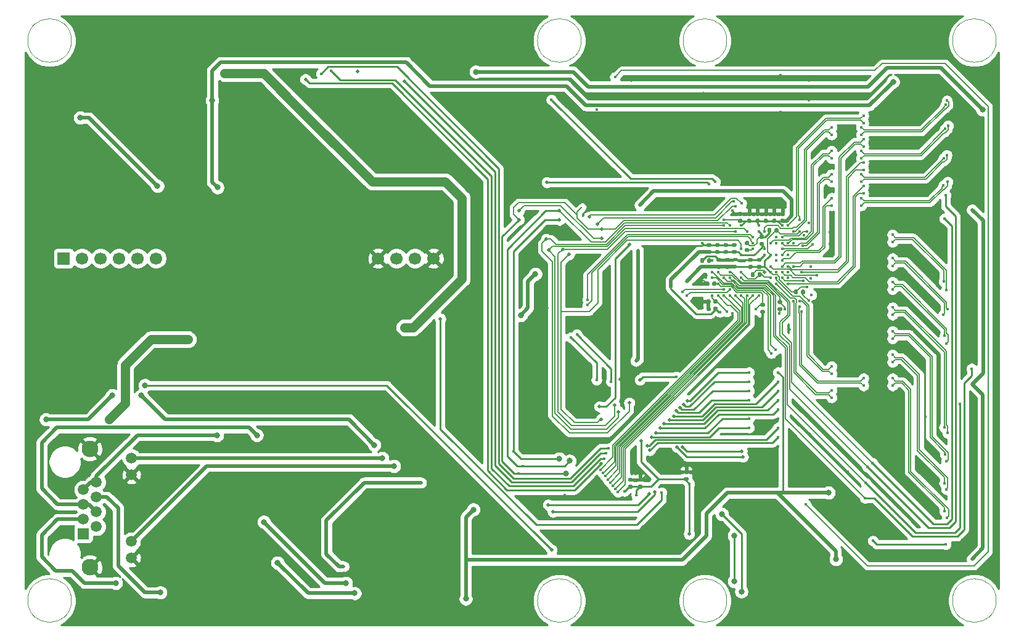
<source format=gbr>
%TF.GenerationSoftware,KiCad,Pcbnew,5.1.10-88a1d61d58~88~ubuntu20.04.1*%
%TF.CreationDate,2021-07-12T14:39:34+08:00*%
%TF.ProjectId,TestAutomation,54657374-4175-4746-9f6d-6174696f6e2e,rev?*%
%TF.SameCoordinates,Original*%
%TF.FileFunction,Copper,L4,Bot*%
%TF.FilePolarity,Positive*%
%FSLAX46Y46*%
G04 Gerber Fmt 4.6, Leading zero omitted, Abs format (unit mm)*
G04 Created by KiCad (PCBNEW 5.1.10-88a1d61d58~88~ubuntu20.04.1) date 2021-07-12 14:39:34*
%MOMM*%
%LPD*%
G01*
G04 APERTURE LIST*
%TA.AperFunction,EtchedComponent*%
%ADD10C,0.120000*%
%TD*%
%TA.AperFunction,ComponentPad*%
%ADD11R,1.700000X1.700000*%
%TD*%
%TA.AperFunction,ComponentPad*%
%ADD12C,1.700000*%
%TD*%
%TA.AperFunction,ComponentPad*%
%ADD13R,1.500000X1.500000*%
%TD*%
%TA.AperFunction,ComponentPad*%
%ADD14C,1.500000*%
%TD*%
%TA.AperFunction,ComponentPad*%
%ADD15C,2.300000*%
%TD*%
%TA.AperFunction,ViaPad*%
%ADD16C,0.450000*%
%TD*%
%TA.AperFunction,ViaPad*%
%ADD17C,0.800000*%
%TD*%
%TA.AperFunction,ViaPad*%
%ADD18C,0.500000*%
%TD*%
%TA.AperFunction,Conductor*%
%ADD19C,0.254000*%
%TD*%
%TA.AperFunction,Conductor*%
%ADD20C,0.127000*%
%TD*%
%TA.AperFunction,Conductor*%
%ADD21C,0.508000*%
%TD*%
%TA.AperFunction,Conductor*%
%ADD22C,1.270000*%
%TD*%
%TA.AperFunction,Conductor*%
%ADD23C,0.250000*%
%TD*%
%TA.AperFunction,Conductor*%
%ADD24C,0.100000*%
%TD*%
G04 APERTURE END LIST*
D10*
%TO.C,M3*%
X156000000Y-57000000D02*
G75*
G03*
X156000000Y-57000000I-3000000J0D01*
G01*
X156000000Y-134000000D02*
G75*
G03*
X156000000Y-134000000I-3000000J0D01*
G01*
X176000000Y-57000000D02*
G75*
G03*
X176000000Y-57000000I-3000000J0D01*
G01*
X176000000Y-134000000D02*
G75*
G03*
X176000000Y-134000000I-3000000J0D01*
G01*
X213000000Y-57000000D02*
G75*
G03*
X213000000Y-57000000I-3000000J0D01*
G01*
X86000000Y-57000000D02*
G75*
G03*
X86000000Y-57000000I-3000000J0D01*
G01*
X86000000Y-134000000D02*
G75*
G03*
X86000000Y-134000000I-3000000J0D01*
G01*
X213000000Y-134000000D02*
G75*
G03*
X213000000Y-134000000I-3000000J0D01*
G01*
%TD*%
%TO.P,C96,2*%
%TO.N,+3V3*%
%TA.AperFunction,SMDPad,CuDef*%
G36*
G01*
X177670000Y-81520000D02*
X178010000Y-81520000D01*
G75*
G02*
X178150000Y-81660000I0J-140000D01*
G01*
X178150000Y-81940000D01*
G75*
G02*
X178010000Y-82080000I-140000J0D01*
G01*
X177670000Y-82080000D01*
G75*
G02*
X177530000Y-81940000I0J140000D01*
G01*
X177530000Y-81660000D01*
G75*
G02*
X177670000Y-81520000I140000J0D01*
G01*
G37*
%TD.AperFunction*%
%TO.P,C96,1*%
%TO.N,GND*%
%TA.AperFunction,SMDPad,CuDef*%
G36*
G01*
X177670000Y-80560000D02*
X178010000Y-80560000D01*
G75*
G02*
X178150000Y-80700000I0J-140000D01*
G01*
X178150000Y-80980000D01*
G75*
G02*
X178010000Y-81120000I-140000J0D01*
G01*
X177670000Y-81120000D01*
G75*
G02*
X177530000Y-80980000I0J140000D01*
G01*
X177530000Y-80700000D01*
G75*
G02*
X177670000Y-80560000I140000J0D01*
G01*
G37*
%TD.AperFunction*%
%TD*%
%TO.P,C95,2*%
%TO.N,+3V3*%
%TA.AperFunction,SMDPad,CuDef*%
G36*
G01*
X173290000Y-87420000D02*
X173290000Y-87080000D01*
G75*
G02*
X173430000Y-86940000I140000J0D01*
G01*
X173710000Y-86940000D01*
G75*
G02*
X173850000Y-87080000I0J-140000D01*
G01*
X173850000Y-87420000D01*
G75*
G02*
X173710000Y-87560000I-140000J0D01*
G01*
X173430000Y-87560000D01*
G75*
G02*
X173290000Y-87420000I0J140000D01*
G01*
G37*
%TD.AperFunction*%
%TO.P,C95,1*%
%TO.N,GND*%
%TA.AperFunction,SMDPad,CuDef*%
G36*
G01*
X172330000Y-87420000D02*
X172330000Y-87080000D01*
G75*
G02*
X172470000Y-86940000I140000J0D01*
G01*
X172750000Y-86940000D01*
G75*
G02*
X172890000Y-87080000I0J-140000D01*
G01*
X172890000Y-87420000D01*
G75*
G02*
X172750000Y-87560000I-140000J0D01*
G01*
X172470000Y-87560000D01*
G75*
G02*
X172330000Y-87420000I0J140000D01*
G01*
G37*
%TD.AperFunction*%
%TD*%
%TO.P,C94,2*%
%TO.N,+3V3*%
%TA.AperFunction,SMDPad,CuDef*%
G36*
G01*
X178610000Y-85530000D02*
X178950000Y-85530000D01*
G75*
G02*
X179090000Y-85670000I0J-140000D01*
G01*
X179090000Y-85950000D01*
G75*
G02*
X178950000Y-86090000I-140000J0D01*
G01*
X178610000Y-86090000D01*
G75*
G02*
X178470000Y-85950000I0J140000D01*
G01*
X178470000Y-85670000D01*
G75*
G02*
X178610000Y-85530000I140000J0D01*
G01*
G37*
%TD.AperFunction*%
%TO.P,C94,1*%
%TO.N,GND*%
%TA.AperFunction,SMDPad,CuDef*%
G36*
G01*
X178610000Y-84570000D02*
X178950000Y-84570000D01*
G75*
G02*
X179090000Y-84710000I0J-140000D01*
G01*
X179090000Y-84990000D01*
G75*
G02*
X178950000Y-85130000I-140000J0D01*
G01*
X178610000Y-85130000D01*
G75*
G02*
X178470000Y-84990000I0J140000D01*
G01*
X178470000Y-84710000D01*
G75*
G02*
X178610000Y-84570000I140000J0D01*
G01*
G37*
%TD.AperFunction*%
%TD*%
D11*
%TO.P,U12,1*%
%TO.N,Net-(R98-Pad2)*%
X84918000Y-86946000D03*
D12*
%TO.P,U12,2*%
%TO.N,Net-(C51-Pad1)*%
X87458000Y-86946000D03*
%TO.P,U12,3*%
%TO.N,Net-(U10-Pad2)*%
X89998000Y-86946000D03*
%TO.P,U12,4*%
%TO.N,Net-(U12-Pad4)*%
X92538000Y-86946000D03*
%TO.P,U12,5*%
%TO.N,Net-(U12-Pad5)*%
X95078000Y-86946000D03*
%TO.P,U12,7*%
%TO.N,GND*%
X128098000Y-86946000D03*
%TO.P,U12,8*%
%TO.N,Net-(C57-Pad1)*%
X130638000Y-86946000D03*
%TO.P,U12,9*%
%TO.N,Net-(U12-Pad9)*%
X133178000Y-86946000D03*
%TO.P,U12,10*%
%TO.N,GND*%
X135718000Y-86946000D03*
%TO.P,U12,6*%
%TO.N,Net-(U12-Pad6)*%
X97618000Y-86946000D03*
%TD*%
%TO.P,C24,2*%
%TO.N,+3V3*%
%TA.AperFunction,SMDPad,CuDef*%
G36*
G01*
X181197664Y-81520000D02*
X181537664Y-81520000D01*
G75*
G02*
X181677664Y-81660000I0J-140000D01*
G01*
X181677664Y-81940000D01*
G75*
G02*
X181537664Y-82080000I-140000J0D01*
G01*
X181197664Y-82080000D01*
G75*
G02*
X181057664Y-81940000I0J140000D01*
G01*
X181057664Y-81660000D01*
G75*
G02*
X181197664Y-81520000I140000J0D01*
G01*
G37*
%TD.AperFunction*%
%TO.P,C24,1*%
%TO.N,GND*%
%TA.AperFunction,SMDPad,CuDef*%
G36*
G01*
X181197664Y-80560000D02*
X181537664Y-80560000D01*
G75*
G02*
X181677664Y-80700000I0J-140000D01*
G01*
X181677664Y-80980000D01*
G75*
G02*
X181537664Y-81120000I-140000J0D01*
G01*
X181197664Y-81120000D01*
G75*
G02*
X181057664Y-80980000I0J140000D01*
G01*
X181057664Y-80700000D01*
G75*
G02*
X181197664Y-80560000I140000J0D01*
G01*
G37*
%TD.AperFunction*%
%TD*%
%TO.P,C21,2*%
%TO.N,+3V3*%
%TA.AperFunction,SMDPad,CuDef*%
G36*
G01*
X180053832Y-81520000D02*
X180393832Y-81520000D01*
G75*
G02*
X180533832Y-81660000I0J-140000D01*
G01*
X180533832Y-81940000D01*
G75*
G02*
X180393832Y-82080000I-140000J0D01*
G01*
X180053832Y-82080000D01*
G75*
G02*
X179913832Y-81940000I0J140000D01*
G01*
X179913832Y-81660000D01*
G75*
G02*
X180053832Y-81520000I140000J0D01*
G01*
G37*
%TD.AperFunction*%
%TO.P,C21,1*%
%TO.N,GND*%
%TA.AperFunction,SMDPad,CuDef*%
G36*
G01*
X180053832Y-80560000D02*
X180393832Y-80560000D01*
G75*
G02*
X180533832Y-80700000I0J-140000D01*
G01*
X180533832Y-80980000D01*
G75*
G02*
X180393832Y-81120000I-140000J0D01*
G01*
X180053832Y-81120000D01*
G75*
G02*
X179913832Y-80980000I0J140000D01*
G01*
X179913832Y-80700000D01*
G75*
G02*
X180053832Y-80560000I140000J0D01*
G01*
G37*
%TD.AperFunction*%
%TD*%
%TO.P,C81,2*%
%TO.N,GND*%
%TA.AperFunction,SMDPad,CuDef*%
G36*
G01*
X164270000Y-117670000D02*
X163930000Y-117670000D01*
G75*
G02*
X163790000Y-117530000I0J140000D01*
G01*
X163790000Y-117250000D01*
G75*
G02*
X163930000Y-117110000I140000J0D01*
G01*
X164270000Y-117110000D01*
G75*
G02*
X164410000Y-117250000I0J-140000D01*
G01*
X164410000Y-117530000D01*
G75*
G02*
X164270000Y-117670000I-140000J0D01*
G01*
G37*
%TD.AperFunction*%
%TO.P,C81,1*%
%TO.N,+3V3*%
%TA.AperFunction,SMDPad,CuDef*%
G36*
G01*
X164270000Y-118630000D02*
X163930000Y-118630000D01*
G75*
G02*
X163790000Y-118490000I0J140000D01*
G01*
X163790000Y-118210000D01*
G75*
G02*
X163930000Y-118070000I140000J0D01*
G01*
X164270000Y-118070000D01*
G75*
G02*
X164410000Y-118210000I0J-140000D01*
G01*
X164410000Y-118490000D01*
G75*
G02*
X164270000Y-118630000I-140000J0D01*
G01*
G37*
%TD.AperFunction*%
%TD*%
%TO.P,C80,2*%
%TO.N,GND*%
%TA.AperFunction,SMDPad,CuDef*%
G36*
G01*
X170590000Y-116620000D02*
X170250000Y-116620000D01*
G75*
G02*
X170110000Y-116480000I0J140000D01*
G01*
X170110000Y-116200000D01*
G75*
G02*
X170250000Y-116060000I140000J0D01*
G01*
X170590000Y-116060000D01*
G75*
G02*
X170730000Y-116200000I0J-140000D01*
G01*
X170730000Y-116480000D01*
G75*
G02*
X170590000Y-116620000I-140000J0D01*
G01*
G37*
%TD.AperFunction*%
%TO.P,C80,1*%
%TO.N,+3V3*%
%TA.AperFunction,SMDPad,CuDef*%
G36*
G01*
X170590000Y-117580000D02*
X170250000Y-117580000D01*
G75*
G02*
X170110000Y-117440000I0J140000D01*
G01*
X170110000Y-117160000D01*
G75*
G02*
X170250000Y-117020000I140000J0D01*
G01*
X170590000Y-117020000D01*
G75*
G02*
X170730000Y-117160000I0J-140000D01*
G01*
X170730000Y-117440000D01*
G75*
G02*
X170590000Y-117580000I-140000J0D01*
G01*
G37*
%TD.AperFunction*%
%TD*%
%TO.P,C79,2*%
%TO.N,GND*%
%TA.AperFunction,SMDPad,CuDef*%
G36*
G01*
X162932500Y-117670000D02*
X162592500Y-117670000D01*
G75*
G02*
X162452500Y-117530000I0J140000D01*
G01*
X162452500Y-117250000D01*
G75*
G02*
X162592500Y-117110000I140000J0D01*
G01*
X162932500Y-117110000D01*
G75*
G02*
X163072500Y-117250000I0J-140000D01*
G01*
X163072500Y-117530000D01*
G75*
G02*
X162932500Y-117670000I-140000J0D01*
G01*
G37*
%TD.AperFunction*%
%TO.P,C79,1*%
%TO.N,+3V3*%
%TA.AperFunction,SMDPad,CuDef*%
G36*
G01*
X162932500Y-118630000D02*
X162592500Y-118630000D01*
G75*
G02*
X162452500Y-118490000I0J140000D01*
G01*
X162452500Y-118210000D01*
G75*
G02*
X162592500Y-118070000I140000J0D01*
G01*
X162932500Y-118070000D01*
G75*
G02*
X163072500Y-118210000I0J-140000D01*
G01*
X163072500Y-118490000D01*
G75*
G02*
X162932500Y-118630000I-140000J0D01*
G01*
G37*
%TD.AperFunction*%
%TD*%
%TO.P,C17,2*%
%TO.N,+3V3*%
%TA.AperFunction,SMDPad,CuDef*%
G36*
G01*
X181090000Y-93620000D02*
X180750000Y-93620000D01*
G75*
G02*
X180610000Y-93480000I0J140000D01*
G01*
X180610000Y-93200000D01*
G75*
G02*
X180750000Y-93060000I140000J0D01*
G01*
X181090000Y-93060000D01*
G75*
G02*
X181230000Y-93200000I0J-140000D01*
G01*
X181230000Y-93480000D01*
G75*
G02*
X181090000Y-93620000I-140000J0D01*
G01*
G37*
%TD.AperFunction*%
%TO.P,C17,1*%
%TO.N,GND*%
%TA.AperFunction,SMDPad,CuDef*%
G36*
G01*
X181090000Y-94580000D02*
X180750000Y-94580000D01*
G75*
G02*
X180610000Y-94440000I0J140000D01*
G01*
X180610000Y-94160000D01*
G75*
G02*
X180750000Y-94020000I140000J0D01*
G01*
X181090000Y-94020000D01*
G75*
G02*
X181230000Y-94160000I0J-140000D01*
G01*
X181230000Y-94440000D01*
G75*
G02*
X181090000Y-94580000I-140000J0D01*
G01*
G37*
%TD.AperFunction*%
%TD*%
%TO.P,C16,2*%
%TO.N,+3V3*%
%TA.AperFunction,SMDPad,CuDef*%
G36*
G01*
X183485330Y-81520000D02*
X183825330Y-81520000D01*
G75*
G02*
X183965330Y-81660000I0J-140000D01*
G01*
X183965330Y-81940000D01*
G75*
G02*
X183825330Y-82080000I-140000J0D01*
G01*
X183485330Y-82080000D01*
G75*
G02*
X183345330Y-81940000I0J140000D01*
G01*
X183345330Y-81660000D01*
G75*
G02*
X183485330Y-81520000I140000J0D01*
G01*
G37*
%TD.AperFunction*%
%TO.P,C16,1*%
%TO.N,GND*%
%TA.AperFunction,SMDPad,CuDef*%
G36*
G01*
X183485330Y-80560000D02*
X183825330Y-80560000D01*
G75*
G02*
X183965330Y-80700000I0J-140000D01*
G01*
X183965330Y-80980000D01*
G75*
G02*
X183825330Y-81120000I-140000J0D01*
G01*
X183485330Y-81120000D01*
G75*
G02*
X183345330Y-80980000I0J140000D01*
G01*
X183345330Y-80700000D01*
G75*
G02*
X183485330Y-80560000I140000J0D01*
G01*
G37*
%TD.AperFunction*%
%TD*%
%TO.P,C37,2*%
%TO.N,+1V2*%
%TA.AperFunction,SMDPad,CuDef*%
G36*
G01*
X180620000Y-84670000D02*
X180960000Y-84670000D01*
G75*
G02*
X181100000Y-84810000I0J-140000D01*
G01*
X181100000Y-85090000D01*
G75*
G02*
X180960000Y-85230000I-140000J0D01*
G01*
X180620000Y-85230000D01*
G75*
G02*
X180480000Y-85090000I0J140000D01*
G01*
X180480000Y-84810000D01*
G75*
G02*
X180620000Y-84670000I140000J0D01*
G01*
G37*
%TD.AperFunction*%
%TO.P,C37,1*%
%TO.N,GND*%
%TA.AperFunction,SMDPad,CuDef*%
G36*
G01*
X180620000Y-83710000D02*
X180960000Y-83710000D01*
G75*
G02*
X181100000Y-83850000I0J-140000D01*
G01*
X181100000Y-84130000D01*
G75*
G02*
X180960000Y-84270000I-140000J0D01*
G01*
X180620000Y-84270000D01*
G75*
G02*
X180480000Y-84130000I0J140000D01*
G01*
X180480000Y-83850000D01*
G75*
G02*
X180620000Y-83710000I140000J0D01*
G01*
G37*
%TD.AperFunction*%
%TD*%
%TO.P,C15,2*%
%TO.N,+3V3*%
%TA.AperFunction,SMDPad,CuDef*%
G36*
G01*
X182341496Y-81520000D02*
X182681496Y-81520000D01*
G75*
G02*
X182821496Y-81660000I0J-140000D01*
G01*
X182821496Y-81940000D01*
G75*
G02*
X182681496Y-82080000I-140000J0D01*
G01*
X182341496Y-82080000D01*
G75*
G02*
X182201496Y-81940000I0J140000D01*
G01*
X182201496Y-81660000D01*
G75*
G02*
X182341496Y-81520000I140000J0D01*
G01*
G37*
%TD.AperFunction*%
%TO.P,C15,1*%
%TO.N,GND*%
%TA.AperFunction,SMDPad,CuDef*%
G36*
G01*
X182341496Y-80560000D02*
X182681496Y-80560000D01*
G75*
G02*
X182821496Y-80700000I0J-140000D01*
G01*
X182821496Y-80980000D01*
G75*
G02*
X182681496Y-81120000I-140000J0D01*
G01*
X182341496Y-81120000D01*
G75*
G02*
X182201496Y-80980000I0J140000D01*
G01*
X182201496Y-80700000D01*
G75*
G02*
X182341496Y-80560000I140000J0D01*
G01*
G37*
%TD.AperFunction*%
%TD*%
%TO.P,C36,2*%
%TO.N,+1V2*%
%TA.AperFunction,SMDPad,CuDef*%
G36*
G01*
X175690000Y-85790000D02*
X176030000Y-85790000D01*
G75*
G02*
X176170000Y-85930000I0J-140000D01*
G01*
X176170000Y-86210000D01*
G75*
G02*
X176030000Y-86350000I-140000J0D01*
G01*
X175690000Y-86350000D01*
G75*
G02*
X175550000Y-86210000I0J140000D01*
G01*
X175550000Y-85930000D01*
G75*
G02*
X175690000Y-85790000I140000J0D01*
G01*
G37*
%TD.AperFunction*%
%TO.P,C36,1*%
%TO.N,GND*%
%TA.AperFunction,SMDPad,CuDef*%
G36*
G01*
X175690000Y-84830000D02*
X176030000Y-84830000D01*
G75*
G02*
X176170000Y-84970000I0J-140000D01*
G01*
X176170000Y-85250000D01*
G75*
G02*
X176030000Y-85390000I-140000J0D01*
G01*
X175690000Y-85390000D01*
G75*
G02*
X175550000Y-85250000I0J140000D01*
G01*
X175550000Y-84970000D01*
G75*
G02*
X175690000Y-84830000I140000J0D01*
G01*
G37*
%TD.AperFunction*%
%TD*%
%TO.P,C35,2*%
%TO.N,+2V5*%
%TA.AperFunction,SMDPad,CuDef*%
G36*
G01*
X175940000Y-87840000D02*
X176280000Y-87840000D01*
G75*
G02*
X176420000Y-87980000I0J-140000D01*
G01*
X176420000Y-88260000D01*
G75*
G02*
X176280000Y-88400000I-140000J0D01*
G01*
X175940000Y-88400000D01*
G75*
G02*
X175800000Y-88260000I0J140000D01*
G01*
X175800000Y-87980000D01*
G75*
G02*
X175940000Y-87840000I140000J0D01*
G01*
G37*
%TD.AperFunction*%
%TO.P,C35,1*%
%TO.N,GND*%
%TA.AperFunction,SMDPad,CuDef*%
G36*
G01*
X175940000Y-86880000D02*
X176280000Y-86880000D01*
G75*
G02*
X176420000Y-87020000I0J-140000D01*
G01*
X176420000Y-87300000D01*
G75*
G02*
X176280000Y-87440000I-140000J0D01*
G01*
X175940000Y-87440000D01*
G75*
G02*
X175800000Y-87300000I0J140000D01*
G01*
X175800000Y-87020000D01*
G75*
G02*
X175940000Y-86880000I140000J0D01*
G01*
G37*
%TD.AperFunction*%
%TD*%
%TO.P,C14,1*%
%TO.N,GND*%
%TA.AperFunction,SMDPad,CuDef*%
G36*
G01*
X173040000Y-90610000D02*
X173040000Y-90270000D01*
G75*
G02*
X173180000Y-90130000I140000J0D01*
G01*
X173460000Y-90130000D01*
G75*
G02*
X173600000Y-90270000I0J-140000D01*
G01*
X173600000Y-90610000D01*
G75*
G02*
X173460000Y-90750000I-140000J0D01*
G01*
X173180000Y-90750000D01*
G75*
G02*
X173040000Y-90610000I0J140000D01*
G01*
G37*
%TD.AperFunction*%
%TO.P,C14,2*%
%TO.N,+3V3*%
%TA.AperFunction,SMDPad,CuDef*%
G36*
G01*
X174000000Y-90610000D02*
X174000000Y-90270000D01*
G75*
G02*
X174140000Y-90130000I140000J0D01*
G01*
X174420000Y-90130000D01*
G75*
G02*
X174560000Y-90270000I0J-140000D01*
G01*
X174560000Y-90610000D01*
G75*
G02*
X174420000Y-90750000I-140000J0D01*
G01*
X174140000Y-90750000D01*
G75*
G02*
X174000000Y-90610000I0J140000D01*
G01*
G37*
%TD.AperFunction*%
%TD*%
%TO.P,C34,2*%
%TO.N,+1V2*%
%TA.AperFunction,SMDPad,CuDef*%
G36*
G01*
X174540000Y-85790000D02*
X174880000Y-85790000D01*
G75*
G02*
X175020000Y-85930000I0J-140000D01*
G01*
X175020000Y-86210000D01*
G75*
G02*
X174880000Y-86350000I-140000J0D01*
G01*
X174540000Y-86350000D01*
G75*
G02*
X174400000Y-86210000I0J140000D01*
G01*
X174400000Y-85930000D01*
G75*
G02*
X174540000Y-85790000I140000J0D01*
G01*
G37*
%TD.AperFunction*%
%TO.P,C34,1*%
%TO.N,GND*%
%TA.AperFunction,SMDPad,CuDef*%
G36*
G01*
X174540000Y-84830000D02*
X174880000Y-84830000D01*
G75*
G02*
X175020000Y-84970000I0J-140000D01*
G01*
X175020000Y-85250000D01*
G75*
G02*
X174880000Y-85390000I-140000J0D01*
G01*
X174540000Y-85390000D01*
G75*
G02*
X174400000Y-85250000I0J140000D01*
G01*
X174400000Y-84970000D01*
G75*
G02*
X174540000Y-84830000I140000J0D01*
G01*
G37*
%TD.AperFunction*%
%TD*%
%TO.P,C33,2*%
%TO.N,+2V5*%
%TA.AperFunction,SMDPad,CuDef*%
G36*
G01*
X180274000Y-87840000D02*
X180614000Y-87840000D01*
G75*
G02*
X180754000Y-87980000I0J-140000D01*
G01*
X180754000Y-88260000D01*
G75*
G02*
X180614000Y-88400000I-140000J0D01*
G01*
X180274000Y-88400000D01*
G75*
G02*
X180134000Y-88260000I0J140000D01*
G01*
X180134000Y-87980000D01*
G75*
G02*
X180274000Y-87840000I140000J0D01*
G01*
G37*
%TD.AperFunction*%
%TO.P,C33,1*%
%TO.N,GND*%
%TA.AperFunction,SMDPad,CuDef*%
G36*
G01*
X180274000Y-86880000D02*
X180614000Y-86880000D01*
G75*
G02*
X180754000Y-87020000I0J-140000D01*
G01*
X180754000Y-87300000D01*
G75*
G02*
X180614000Y-87440000I-140000J0D01*
G01*
X180274000Y-87440000D01*
G75*
G02*
X180134000Y-87300000I0J140000D01*
G01*
X180134000Y-87020000D01*
G75*
G02*
X180274000Y-86880000I140000J0D01*
G01*
G37*
%TD.AperFunction*%
%TD*%
%TO.P,C13,2*%
%TO.N,+3V3*%
%TA.AperFunction,SMDPad,CuDef*%
G36*
G01*
X174170000Y-93070000D02*
X174170000Y-92730000D01*
G75*
G02*
X174310000Y-92590000I140000J0D01*
G01*
X174590000Y-92590000D01*
G75*
G02*
X174730000Y-92730000I0J-140000D01*
G01*
X174730000Y-93070000D01*
G75*
G02*
X174590000Y-93210000I-140000J0D01*
G01*
X174310000Y-93210000D01*
G75*
G02*
X174170000Y-93070000I0J140000D01*
G01*
G37*
%TD.AperFunction*%
%TO.P,C13,1*%
%TO.N,GND*%
%TA.AperFunction,SMDPad,CuDef*%
G36*
G01*
X173210000Y-93070000D02*
X173210000Y-92730000D01*
G75*
G02*
X173350000Y-92590000I140000J0D01*
G01*
X173630000Y-92590000D01*
G75*
G02*
X173770000Y-92730000I0J-140000D01*
G01*
X173770000Y-93070000D01*
G75*
G02*
X173630000Y-93210000I-140000J0D01*
G01*
X173350000Y-93210000D01*
G75*
G02*
X173210000Y-93070000I0J140000D01*
G01*
G37*
%TD.AperFunction*%
%TD*%
%TO.P,C32,2*%
%TO.N,+1V2*%
%TA.AperFunction,SMDPad,CuDef*%
G36*
G01*
X176840000Y-85790000D02*
X177180000Y-85790000D01*
G75*
G02*
X177320000Y-85930000I0J-140000D01*
G01*
X177320000Y-86210000D01*
G75*
G02*
X177180000Y-86350000I-140000J0D01*
G01*
X176840000Y-86350000D01*
G75*
G02*
X176700000Y-86210000I0J140000D01*
G01*
X176700000Y-85930000D01*
G75*
G02*
X176840000Y-85790000I140000J0D01*
G01*
G37*
%TD.AperFunction*%
%TO.P,C32,1*%
%TO.N,GND*%
%TA.AperFunction,SMDPad,CuDef*%
G36*
G01*
X176840000Y-84830000D02*
X177180000Y-84830000D01*
G75*
G02*
X177320000Y-84970000I0J-140000D01*
G01*
X177320000Y-85250000D01*
G75*
G02*
X177180000Y-85390000I-140000J0D01*
G01*
X176840000Y-85390000D01*
G75*
G02*
X176700000Y-85250000I0J140000D01*
G01*
X176700000Y-84970000D01*
G75*
G02*
X176840000Y-84830000I140000J0D01*
G01*
G37*
%TD.AperFunction*%
%TD*%
%TO.P,C31,2*%
%TO.N,+2V5*%
%TA.AperFunction,SMDPad,CuDef*%
G36*
G01*
X179077000Y-87840000D02*
X179417000Y-87840000D01*
G75*
G02*
X179557000Y-87980000I0J-140000D01*
G01*
X179557000Y-88260000D01*
G75*
G02*
X179417000Y-88400000I-140000J0D01*
G01*
X179077000Y-88400000D01*
G75*
G02*
X178937000Y-88260000I0J140000D01*
G01*
X178937000Y-87980000D01*
G75*
G02*
X179077000Y-87840000I140000J0D01*
G01*
G37*
%TD.AperFunction*%
%TO.P,C31,1*%
%TO.N,GND*%
%TA.AperFunction,SMDPad,CuDef*%
G36*
G01*
X179077000Y-86880000D02*
X179417000Y-86880000D01*
G75*
G02*
X179557000Y-87020000I0J-140000D01*
G01*
X179557000Y-87300000D01*
G75*
G02*
X179417000Y-87440000I-140000J0D01*
G01*
X179077000Y-87440000D01*
G75*
G02*
X178937000Y-87300000I0J140000D01*
G01*
X178937000Y-87020000D01*
G75*
G02*
X179077000Y-86880000I140000J0D01*
G01*
G37*
%TD.AperFunction*%
%TD*%
%TO.P,C12,2*%
%TO.N,+3V3*%
%TA.AperFunction,SMDPad,CuDef*%
G36*
G01*
X183460000Y-93240000D02*
X183120000Y-93240000D01*
G75*
G02*
X182980000Y-93100000I0J140000D01*
G01*
X182980000Y-92820000D01*
G75*
G02*
X183120000Y-92680000I140000J0D01*
G01*
X183460000Y-92680000D01*
G75*
G02*
X183600000Y-92820000I0J-140000D01*
G01*
X183600000Y-93100000D01*
G75*
G02*
X183460000Y-93240000I-140000J0D01*
G01*
G37*
%TD.AperFunction*%
%TO.P,C12,1*%
%TO.N,GND*%
%TA.AperFunction,SMDPad,CuDef*%
G36*
G01*
X183460000Y-94200000D02*
X183120000Y-94200000D01*
G75*
G02*
X182980000Y-94060000I0J140000D01*
G01*
X182980000Y-93780000D01*
G75*
G02*
X183120000Y-93640000I140000J0D01*
G01*
X183460000Y-93640000D01*
G75*
G02*
X183600000Y-93780000I0J-140000D01*
G01*
X183600000Y-94060000D01*
G75*
G02*
X183460000Y-94200000I-140000J0D01*
G01*
G37*
%TD.AperFunction*%
%TD*%
%TO.P,C30,2*%
%TO.N,+1V2*%
%TA.AperFunction,SMDPad,CuDef*%
G36*
G01*
X174170000Y-94070000D02*
X174170000Y-93730000D01*
G75*
G02*
X174310000Y-93590000I140000J0D01*
G01*
X174590000Y-93590000D01*
G75*
G02*
X174730000Y-93730000I0J-140000D01*
G01*
X174730000Y-94070000D01*
G75*
G02*
X174590000Y-94210000I-140000J0D01*
G01*
X174310000Y-94210000D01*
G75*
G02*
X174170000Y-94070000I0J140000D01*
G01*
G37*
%TD.AperFunction*%
%TO.P,C30,1*%
%TO.N,GND*%
%TA.AperFunction,SMDPad,CuDef*%
G36*
G01*
X173210000Y-94070000D02*
X173210000Y-93730000D01*
G75*
G02*
X173350000Y-93590000I140000J0D01*
G01*
X173630000Y-93590000D01*
G75*
G02*
X173770000Y-93730000I0J-140000D01*
G01*
X173770000Y-94070000D01*
G75*
G02*
X173630000Y-94210000I-140000J0D01*
G01*
X173350000Y-94210000D01*
G75*
G02*
X173210000Y-94070000I0J140000D01*
G01*
G37*
%TD.AperFunction*%
%TD*%
%TO.P,C29,2*%
%TO.N,+2V5*%
%TA.AperFunction,SMDPad,CuDef*%
G36*
G01*
X185770000Y-91400000D02*
X185770000Y-91740000D01*
G75*
G02*
X185630000Y-91880000I-140000J0D01*
G01*
X185350000Y-91880000D01*
G75*
G02*
X185210000Y-91740000I0J140000D01*
G01*
X185210000Y-91400000D01*
G75*
G02*
X185350000Y-91260000I140000J0D01*
G01*
X185630000Y-91260000D01*
G75*
G02*
X185770000Y-91400000I0J-140000D01*
G01*
G37*
%TD.AperFunction*%
%TO.P,C29,1*%
%TO.N,GND*%
%TA.AperFunction,SMDPad,CuDef*%
G36*
G01*
X186730000Y-91400000D02*
X186730000Y-91740000D01*
G75*
G02*
X186590000Y-91880000I-140000J0D01*
G01*
X186310000Y-91880000D01*
G75*
G02*
X186170000Y-91740000I0J140000D01*
G01*
X186170000Y-91400000D01*
G75*
G02*
X186310000Y-91260000I140000J0D01*
G01*
X186590000Y-91260000D01*
G75*
G02*
X186730000Y-91400000I0J-140000D01*
G01*
G37*
%TD.AperFunction*%
%TD*%
%TO.P,C28,2*%
%TO.N,+1V2*%
%TA.AperFunction,SMDPad,CuDef*%
G36*
G01*
X180230000Y-89350000D02*
X180230000Y-89010000D01*
G75*
G02*
X180370000Y-88870000I140000J0D01*
G01*
X180650000Y-88870000D01*
G75*
G02*
X180790000Y-89010000I0J-140000D01*
G01*
X180790000Y-89350000D01*
G75*
G02*
X180650000Y-89490000I-140000J0D01*
G01*
X180370000Y-89490000D01*
G75*
G02*
X180230000Y-89350000I0J140000D01*
G01*
G37*
%TD.AperFunction*%
%TO.P,C28,1*%
%TO.N,GND*%
%TA.AperFunction,SMDPad,CuDef*%
G36*
G01*
X179270000Y-89350000D02*
X179270000Y-89010000D01*
G75*
G02*
X179410000Y-88870000I140000J0D01*
G01*
X179690000Y-88870000D01*
G75*
G02*
X179830000Y-89010000I0J-140000D01*
G01*
X179830000Y-89350000D01*
G75*
G02*
X179690000Y-89490000I-140000J0D01*
G01*
X179410000Y-89490000D01*
G75*
G02*
X179270000Y-89350000I0J140000D01*
G01*
G37*
%TD.AperFunction*%
%TD*%
%TO.P,C27,2*%
%TO.N,+2V5*%
%TA.AperFunction,SMDPad,CuDef*%
G36*
G01*
X182540000Y-83250000D02*
X182540000Y-82910000D01*
G75*
G02*
X182680000Y-82770000I140000J0D01*
G01*
X182960000Y-82770000D01*
G75*
G02*
X183100000Y-82910000I0J-140000D01*
G01*
X183100000Y-83250000D01*
G75*
G02*
X182960000Y-83390000I-140000J0D01*
G01*
X182680000Y-83390000D01*
G75*
G02*
X182540000Y-83250000I0J140000D01*
G01*
G37*
%TD.AperFunction*%
%TO.P,C27,1*%
%TO.N,GND*%
%TA.AperFunction,SMDPad,CuDef*%
G36*
G01*
X181580000Y-83250000D02*
X181580000Y-82910000D01*
G75*
G02*
X181720000Y-82770000I140000J0D01*
G01*
X182000000Y-82770000D01*
G75*
G02*
X182140000Y-82910000I0J-140000D01*
G01*
X182140000Y-83250000D01*
G75*
G02*
X182000000Y-83390000I-140000J0D01*
G01*
X181720000Y-83390000D01*
G75*
G02*
X181580000Y-83250000I0J140000D01*
G01*
G37*
%TD.AperFunction*%
%TD*%
%TO.P,C26,2*%
%TO.N,GND*%
%TA.AperFunction,SMDPad,CuDef*%
G36*
G01*
X173730000Y-85390000D02*
X173390000Y-85390000D01*
G75*
G02*
X173250000Y-85250000I0J140000D01*
G01*
X173250000Y-84970000D01*
G75*
G02*
X173390000Y-84830000I140000J0D01*
G01*
X173730000Y-84830000D01*
G75*
G02*
X173870000Y-84970000I0J-140000D01*
G01*
X173870000Y-85250000D01*
G75*
G02*
X173730000Y-85390000I-140000J0D01*
G01*
G37*
%TD.AperFunction*%
%TO.P,C26,1*%
%TO.N,+1V2*%
%TA.AperFunction,SMDPad,CuDef*%
G36*
G01*
X173730000Y-86350000D02*
X173390000Y-86350000D01*
G75*
G02*
X173250000Y-86210000I0J140000D01*
G01*
X173250000Y-85930000D01*
G75*
G02*
X173390000Y-85790000I140000J0D01*
G01*
X173730000Y-85790000D01*
G75*
G02*
X173870000Y-85930000I0J-140000D01*
G01*
X173870000Y-86210000D01*
G75*
G02*
X173730000Y-86350000I-140000J0D01*
G01*
G37*
%TD.AperFunction*%
%TD*%
%TO.P,C25,2*%
%TO.N,GND*%
%TA.AperFunction,SMDPad,CuDef*%
G36*
G01*
X175080000Y-87440000D02*
X174740000Y-87440000D01*
G75*
G02*
X174600000Y-87300000I0J140000D01*
G01*
X174600000Y-87020000D01*
G75*
G02*
X174740000Y-86880000I140000J0D01*
G01*
X175080000Y-86880000D01*
G75*
G02*
X175220000Y-87020000I0J-140000D01*
G01*
X175220000Y-87300000D01*
G75*
G02*
X175080000Y-87440000I-140000J0D01*
G01*
G37*
%TD.AperFunction*%
%TO.P,C25,1*%
%TO.N,+2V5*%
%TA.AperFunction,SMDPad,CuDef*%
G36*
G01*
X175080000Y-88400000D02*
X174740000Y-88400000D01*
G75*
G02*
X174600000Y-88260000I0J140000D01*
G01*
X174600000Y-87980000D01*
G75*
G02*
X174740000Y-87840000I140000J0D01*
G01*
X175080000Y-87840000D01*
G75*
G02*
X175220000Y-87980000I0J-140000D01*
G01*
X175220000Y-88260000D01*
G75*
G02*
X175080000Y-88400000I-140000J0D01*
G01*
G37*
%TD.AperFunction*%
%TD*%
%TO.P,C9,2*%
%TO.N,GND*%
%TA.AperFunction,SMDPad,CuDef*%
G36*
G01*
X179250000Y-81120000D02*
X178910000Y-81120000D01*
G75*
G02*
X178770000Y-80980000I0J140000D01*
G01*
X178770000Y-80700000D01*
G75*
G02*
X178910000Y-80560000I140000J0D01*
G01*
X179250000Y-80560000D01*
G75*
G02*
X179390000Y-80700000I0J-140000D01*
G01*
X179390000Y-80980000D01*
G75*
G02*
X179250000Y-81120000I-140000J0D01*
G01*
G37*
%TD.AperFunction*%
%TO.P,C9,1*%
%TO.N,+3V3*%
%TA.AperFunction,SMDPad,CuDef*%
G36*
G01*
X179250000Y-82080000D02*
X178910000Y-82080000D01*
G75*
G02*
X178770000Y-81940000I0J140000D01*
G01*
X178770000Y-81660000D01*
G75*
G02*
X178910000Y-81520000I140000J0D01*
G01*
X179250000Y-81520000D01*
G75*
G02*
X179390000Y-81660000I0J-140000D01*
G01*
X179390000Y-81940000D01*
G75*
G02*
X179250000Y-82080000I-140000J0D01*
G01*
G37*
%TD.AperFunction*%
%TD*%
D13*
%TO.P,J6,1*%
%TO.N,Net-(J6-Pad1)*%
X87630000Y-124841000D03*
D14*
%TO.P,J6,3*%
%TO.N,Net-(J6-Pad3)*%
X87630000Y-122809000D03*
%TO.P,J6,5*%
%TO.N,Net-(D17-Pad2)*%
X87630000Y-120777000D03*
%TO.P,J6,7*%
%TO.N,Net-(D19-Pad2)*%
X87630000Y-118745000D03*
%TO.P,J6,2*%
%TO.N,Net-(J6-Pad2)*%
X89410000Y-123825000D03*
%TO.P,J6,4*%
%TO.N,Net-(D17-Pad2)*%
X89410000Y-121793000D03*
%TO.P,J6,6*%
%TO.N,Net-(J6-Pad6)*%
X89410000Y-119761000D03*
%TO.P,J6,8*%
%TO.N,Net-(D19-Pad2)*%
X89410000Y-117729000D03*
D15*
%TO.P,J6,SH*%
%TO.N,GND*%
X88520000Y-113151000D03*
X88520000Y-129411000D03*
D14*
%TO.P,J6,9*%
X94230000Y-128141000D03*
%TO.P,J6,10*%
%TO.N,Net-(J6-Pad10)*%
X94230000Y-125851000D03*
%TO.P,J6,11*%
%TO.N,GND*%
X94230000Y-116711000D03*
%TO.P,J6,12*%
%TO.N,Net-(J6-Pad12)*%
X94230000Y-114421000D03*
%TD*%
D16*
%TO.N,GND*%
X184392000Y-86449000D03*
D17*
X97300000Y-102700000D03*
D16*
X172640000Y-84850000D03*
X181192000Y-86449000D03*
D17*
X116400000Y-125400000D03*
X81700000Y-105300000D03*
X82700000Y-90400000D03*
X127500000Y-101100000D03*
X98900000Y-63200000D03*
D16*
X183050000Y-112776000D03*
X183410000Y-74420000D03*
X183410000Y-71880000D03*
X183410000Y-69340000D03*
X183410000Y-66800000D03*
X183410000Y-64260000D03*
X183410000Y-61720000D03*
D18*
X152555000Y-110265000D03*
X147450000Y-82820000D03*
X166940000Y-87060000D03*
X203670000Y-84640000D03*
X183290000Y-121793000D03*
X183290000Y-123063000D03*
X183290000Y-124333000D03*
X183290000Y-125603000D03*
X183290000Y-126873000D03*
X183290000Y-128143000D03*
X183290000Y-129413000D03*
X183290000Y-130683000D03*
X183290000Y-131953000D03*
X183290000Y-133223000D03*
X164770000Y-71720000D03*
X209677000Y-87757000D03*
X209703000Y-91567000D03*
X209703000Y-95377000D03*
X209613000Y-99187000D03*
X209652000Y-111760000D03*
X209633000Y-115567000D03*
X209683000Y-119377000D03*
X209675000Y-123125000D03*
X209640000Y-75160000D03*
X210123000Y-71377000D03*
X209883000Y-67567000D03*
X183410000Y-76600000D03*
D16*
X198910000Y-124340000D03*
X200210000Y-121670000D03*
X201870000Y-118110000D03*
X202180000Y-114740000D03*
X203300000Y-108780000D03*
X205000000Y-108720000D03*
X202540000Y-101840000D03*
X202010000Y-97110000D03*
X201640000Y-93870000D03*
X202210000Y-90550000D03*
X201840000Y-78000000D03*
X201580000Y-74460000D03*
X201170000Y-71240000D03*
X201000000Y-67610000D03*
X201650000Y-63400000D03*
X199800000Y-102310000D03*
X200180000Y-88920000D03*
X200520000Y-85710000D03*
X199780000Y-92220000D03*
X199060000Y-106380000D03*
X200060000Y-98610000D03*
X191540000Y-71050000D03*
X190370000Y-74310000D03*
X192670000Y-74230000D03*
X190360000Y-77620000D03*
X190260000Y-81730000D03*
X190170000Y-83320000D03*
X190170000Y-84990000D03*
X190360000Y-86510000D03*
X189870000Y-95660000D03*
X183050000Y-108966000D03*
X176790000Y-80420000D03*
X153740000Y-119490000D03*
X194645000Y-83435000D03*
X194670000Y-81820000D03*
X194595000Y-85065000D03*
X194585000Y-86625000D03*
X194590000Y-88180000D03*
X194530000Y-89950000D03*
X194570000Y-91410000D03*
X194580000Y-93300000D03*
X194500000Y-95020000D03*
X194660000Y-96630000D03*
X194610000Y-98250000D03*
X194580000Y-99850000D03*
X194580000Y-101450000D03*
X176790000Y-94550000D03*
X187190000Y-55630000D03*
D18*
X173430000Y-70360000D03*
D16*
X183410000Y-59587910D03*
D18*
X187342000Y-59612910D03*
D16*
X184000000Y-79720000D03*
X181770000Y-79840000D03*
X172320000Y-90000000D03*
X187240000Y-92750000D03*
X183180000Y-94520000D03*
X180392000Y-83249000D03*
X172500000Y-92900000D03*
X164920000Y-116800000D03*
X172590000Y-103720000D03*
D18*
X162120000Y-101560000D03*
X161330000Y-103590000D03*
X169390000Y-116340000D03*
X169046000Y-118444000D03*
X169720000Y-124540000D03*
X165300000Y-124890000D03*
D16*
X180640000Y-95480000D03*
D18*
X181192000Y-88849000D03*
D17*
X103171000Y-77199000D03*
X108971000Y-77199000D03*
X102000000Y-68100000D03*
X91800000Y-78400000D03*
X93784000Y-77216000D03*
X87700000Y-75300000D03*
X87200000Y-69500000D03*
X142700000Y-123300000D03*
X130350000Y-113750000D03*
X132500000Y-119200000D03*
D18*
X136800000Y-115500000D03*
X136600000Y-123900000D03*
X135557002Y-130957002D03*
X129222000Y-130978000D03*
X129121999Y-129478001D03*
X131400000Y-126100000D03*
X134500000Y-126100000D03*
X134500000Y-128800000D03*
X131400000Y-128800000D03*
X123420000Y-130280000D03*
X122700000Y-125900000D03*
X125600000Y-126700000D03*
D16*
X189520000Y-97310000D03*
X188780000Y-98670000D03*
D18*
X113530000Y-58992910D03*
X140101000Y-66219000D03*
X128110000Y-65950000D03*
X172760000Y-64310000D03*
X169140000Y-66990000D03*
X162850000Y-62430000D03*
X161720000Y-66990000D03*
X197380000Y-127950000D03*
X195980000Y-109400000D03*
X187280000Y-62420000D03*
X187250000Y-65130000D03*
X187200000Y-67470000D03*
X186760000Y-69540000D03*
X120355000Y-63892500D03*
X121255000Y-63892500D03*
X122155000Y-63892500D03*
X120355000Y-64792500D03*
X121255000Y-64792500D03*
X122155000Y-64792500D03*
X120355000Y-65692500D03*
X121255000Y-65692500D03*
X122155000Y-65692500D03*
X184530000Y-96760000D03*
X158250000Y-96790000D03*
X154770000Y-100600000D03*
X158000000Y-86750000D03*
X167380000Y-79390000D03*
X168080000Y-92630000D03*
X151310000Y-93750000D03*
X84230000Y-124580000D03*
X132560000Y-134790000D03*
X138550000Y-133010000D03*
X138450000Y-121010000D03*
X148880000Y-113360000D03*
X170490000Y-98990000D03*
X174990000Y-73200000D03*
X194320000Y-62110000D03*
X198960000Y-56420000D03*
X105910000Y-133790000D03*
D16*
X158100000Y-66540000D03*
X166300000Y-68910000D03*
X166291500Y-74958500D03*
D17*
X119790000Y-128730000D03*
X119710000Y-111340000D03*
X114260000Y-111300000D03*
X150270000Y-121500000D03*
D18*
X187330000Y-108820000D03*
X187330000Y-111130000D03*
D16*
X119414000Y-59036000D03*
D18*
X125295000Y-61255000D03*
D16*
X192600000Y-121310000D03*
X192610000Y-116310000D03*
D18*
X168060000Y-62330000D03*
D16*
X153390000Y-126100000D03*
D18*
X155260000Y-67060000D03*
D17*
X161820000Y-57440000D03*
X90000000Y-55000000D03*
X81000000Y-65000000D03*
X81000000Y-79000000D03*
X109000000Y-55000000D03*
X142000000Y-56000000D03*
X104000000Y-101000000D03*
D18*
X101400000Y-75670000D03*
D17*
X111740317Y-69889683D03*
D18*
X145425000Y-72315000D03*
X140520000Y-77460000D03*
X181740000Y-117750000D03*
D17*
X117050000Y-68600000D03*
X146950000Y-133990000D03*
X87710000Y-135270000D03*
X212270000Y-130160000D03*
X212020000Y-61530000D03*
D16*
%TO.N,/FPGA/GNDPLL0*%
X179592000Y-84049000D03*
X156850000Y-92620000D03*
%TO.N,/FPGA/VCCPLL0*%
X179592000Y-84849000D03*
X156860000Y-93380000D03*
%TO.N,/FPGA/GNDPLL1*%
X176392000Y-91249000D03*
X170500000Y-92100000D03*
%TO.N,/FPGA/VCCPLL1*%
X175592000Y-91249000D03*
X169900000Y-91600000D03*
D17*
%TO.N,+12V_OUT*%
X141530000Y-61300000D03*
X211120000Y-66500000D03*
D18*
%TO.N,/CurrentSenser/12V_CURRENT*%
X131760000Y-62600000D03*
D16*
X159450000Y-113770000D03*
D17*
%TO.N,+12V*%
X131747000Y-96453000D03*
X107000000Y-61500000D03*
X117865000Y-66965000D03*
X124745000Y-73845000D03*
D16*
%TO.N,+3V3*%
X175592000Y-81649000D03*
X179592000Y-85649000D03*
X173992000Y-87249000D03*
X174792000Y-88849000D03*
X173992000Y-92049000D03*
D17*
X91600000Y-105800000D03*
D16*
X175992000Y-94279000D03*
X179980000Y-93960000D03*
X183050000Y-102616000D03*
X174792000Y-90449000D03*
X184002000Y-93949000D03*
D18*
X181102000Y-77698000D03*
X164060000Y-79610000D03*
D16*
X177992000Y-82449000D03*
X180392000Y-82449000D03*
X183592000Y-82449000D03*
D18*
X163805000Y-85885000D03*
D16*
X170870000Y-117950000D03*
X161990000Y-118950000D03*
X163598000Y-119532000D03*
X169070000Y-103230000D03*
D18*
X163520000Y-101050000D03*
X164260000Y-112060000D03*
X170820000Y-124870000D03*
D17*
X82500000Y-109100000D03*
X95600000Y-105800000D03*
X127600000Y-112600000D03*
X149700000Y-89100000D03*
X140150000Y-133750000D03*
X141200000Y-121500000D03*
X147710000Y-94770000D03*
D18*
X164070000Y-103640000D03*
D17*
X189960000Y-119170000D03*
X190990000Y-128310000D03*
D16*
%TO.N,+2V5*%
X186020000Y-83250000D03*
X181992000Y-86449000D03*
X181992000Y-88849000D03*
X186990000Y-90900000D03*
X177192000Y-88049000D03*
D18*
X170500000Y-90100004D03*
D16*
%TO.N,+1V2*%
X177992000Y-88849000D03*
X181192000Y-85649000D03*
X181992000Y-89649000D03*
X185192000Y-84831640D03*
X177992000Y-86449000D03*
X175049998Y-94330002D03*
D18*
X168334446Y-90879995D03*
D17*
%TO.N,+5V*%
X106049000Y-77199000D03*
X198825000Y-62685000D03*
X105320000Y-65240000D03*
D18*
X153500000Y-63250000D03*
%TO.N,/Ethernet/+3V3A*%
X123380000Y-129320000D03*
X134000000Y-117800006D03*
X121000000Y-124600000D03*
D16*
%TO.N,+3V3MP*%
X209684620Y-80264000D03*
X209684620Y-128270000D03*
X209684620Y-104267000D03*
D17*
%TO.N,/Ethernet/POE_VC-*%
X91200000Y-109100000D03*
X102000000Y-98100000D03*
%TO.N,Net-(D17-Pad2)*%
X111448555Y-111268999D03*
%TO.N,Net-(D19-Pad2)*%
X106007000Y-111268999D03*
D18*
%TO.N,Net-(D21-Pad2)*%
X151490000Y-120830000D03*
X165350000Y-119290000D03*
D16*
%TO.N,/MCU/CPU_SWCLK*%
X158100000Y-103660000D03*
X154600000Y-97820000D03*
%TO.N,/MCU/CPU_SWDIO*%
X155390000Y-97409998D03*
X160098000Y-103882000D03*
%TO.N,/MCU/CPU_UART4_TX*%
X183050000Y-110236000D03*
D18*
X165120000Y-112760000D03*
D16*
%TO.N,/MCU/CPU_UART4_RX*%
X183050000Y-111506000D03*
D18*
X165450000Y-113350000D03*
D16*
%TO.N,/MCU/CPU_PWM_CH1*%
X183050000Y-103886000D03*
D18*
X168690000Y-108630000D03*
D16*
%TO.N,/MCU/CPU_PWM_CH2*%
X183050000Y-105156000D03*
D18*
X168170000Y-109130000D03*
D16*
%TO.N,/MCU/CPU_PWM_CH3*%
X183050000Y-106426000D03*
D18*
X167350000Y-109670000D03*
D16*
%TO.N,/MCU/CPU_PWM_CH4*%
X183050000Y-107696000D03*
D18*
X166890000Y-110270000D03*
%TO.N,/MCU/CPU_IIC2_SDA*%
X178220000Y-114250000D03*
X169160000Y-112890000D03*
%TO.N,/MCU/CPU_IIC2_SCL*%
X178050000Y-113450000D03*
X169909449Y-112870551D03*
D16*
%TO.N,/MCU/CPU_UART1_RX*%
X179050000Y-110236000D03*
D18*
X165700000Y-111520000D03*
D16*
%TO.N,/MCU/CPU_UART1_TX*%
X179050000Y-108966000D03*
D18*
X166300000Y-110990000D03*
D16*
%TO.N,/MCU/CPU_SPI2_MOSI*%
X179050000Y-106426000D03*
D18*
X169098000Y-107902000D03*
D16*
%TO.N,/MCU/CPU_SPI2_MISO*%
X179050000Y-105156000D03*
D18*
X169598000Y-107492000D03*
D16*
%TO.N,/MCU/CPU_SPI2_SCK*%
X179050000Y-103886000D03*
D18*
X170098000Y-107072000D03*
D16*
%TO.N,/MCU/CPU_SPI2_CS*%
X179050000Y-102616000D03*
D18*
X170600000Y-106510000D03*
D17*
%TO.N,/MCU/CPU_DAC1*%
X178010000Y-132770000D03*
X175340000Y-122140000D03*
%TO.N,/MCU/CPU_DAC0*%
X177020000Y-131360000D03*
X177019998Y-125080000D03*
D18*
%TO.N,/CurrentSenser/12V_SW*%
X118140000Y-62320000D03*
X158710000Y-115160000D03*
D17*
%TO.N,/MCU/CPU_RESET*%
X96100000Y-104400000D03*
D18*
X151959999Y-127060001D03*
%TO.N,/MCU/CPU_POE_SRC_STATUS*%
X136660000Y-95250000D03*
D16*
X167050000Y-119150000D03*
%TO.N,/EEM0_IIC_SCL*%
X177992000Y-89649000D03*
X205910000Y-81500000D03*
X195990000Y-115070000D03*
%TO.N,/EEM0_IIC_SDA*%
X176392000Y-88849000D03*
X206050000Y-78290000D03*
X195300000Y-115610000D03*
%TO.N,/EEM1_IIC_SCL*%
X176392000Y-89649000D03*
X195080000Y-117840000D03*
X207980000Y-106950000D03*
%TO.N,/EEM1_IIC_SDA*%
X175592000Y-89649000D03*
X209620000Y-102110000D03*
X195000000Y-119940000D03*
%TO.N,/EEM2_IIC_SCL*%
X173992000Y-89649000D03*
X182120000Y-100000000D03*
%TO.N,/EEM2_IIC_SDA*%
X173992000Y-88849000D03*
X206070000Y-126290000D03*
X196080000Y-125800000D03*
X182690000Y-99540000D03*
%TO.N,/EEM0_7_N*%
X194470000Y-78660000D03*
X205760000Y-76930000D03*
%TO.N,/EEM0_5_N*%
X205780000Y-73180000D03*
X194470000Y-75415288D03*
%TO.N,/EEM0_3_N*%
X205960000Y-69160000D03*
X194470000Y-72170578D03*
%TO.N,/EEM0_1_N*%
X194470000Y-68925868D03*
X206070000Y-65850000D03*
%TO.N,/EEM0_7_P*%
X206320000Y-76440000D03*
X194470000Y-79680000D03*
%TO.N,/EEM0_5_P*%
X206200000Y-72740000D03*
X194470000Y-76435288D03*
%TO.N,/EEM0_3_P*%
X194470000Y-73170578D03*
X206380000Y-68710000D03*
%TO.N,/EEM0_1_P*%
X194470000Y-69945868D03*
X206240000Y-65269989D03*
%TO.N,/EEM1_6_P*%
X205920000Y-97600000D03*
X198750000Y-91207643D03*
%TO.N,/EEM1_4_P*%
X206320000Y-93940000D03*
X198750000Y-86945288D03*
%TO.N,/EEM1_2_P*%
X205780000Y-90110000D03*
X198750000Y-84715288D03*
%TO.N,/EEM1_6_N*%
X206170000Y-98640000D03*
X198750000Y-90187643D03*
%TO.N,/EEM1_4_N*%
X205730000Y-94730000D03*
X198750000Y-87965288D03*
%TO.N,/EEM1_2_N*%
X198750000Y-83695288D03*
X206160000Y-91290000D03*
%TO.N,/EEM2_6_P*%
X205870000Y-121680000D03*
X198750000Y-104467643D03*
%TO.N,/EEM2_4_P*%
X205860000Y-117850000D03*
X198750000Y-101222933D03*
%TO.N,/EEM2_2_P*%
X205990000Y-113900000D03*
X198750000Y-97977643D03*
%TO.N,/EEM2_0_P*%
X205860000Y-110190000D03*
X198750000Y-94727643D03*
%TO.N,/EEM2_6_N*%
X206220000Y-122630000D03*
X198750000Y-103447643D03*
%TO.N,/EEM2_4_N*%
X206160000Y-118700000D03*
X198750000Y-100202933D03*
%TO.N,/EEM2_2_N*%
X206140000Y-114880000D03*
X198750000Y-96957643D03*
%TO.N,/EEM2_0_N*%
X206290000Y-110940000D03*
X198750000Y-93707643D03*
D18*
%TO.N,/CDONE*%
X151520000Y-85830000D03*
D16*
X178792000Y-83249000D03*
D18*
X161098000Y-108032000D03*
D16*
%TO.N,/CRESET*%
X177192000Y-83249000D03*
D18*
X153450000Y-85730000D03*
X160597999Y-107102001D03*
%TO.N,/SPI_CS*%
X158799000Y-84191000D03*
X147446999Y-80391000D03*
X158520000Y-107330000D03*
X158210000Y-82270000D03*
X162650000Y-85010000D03*
D16*
X176960000Y-79150000D03*
%TO.N,/FSMC_A7*%
X177192000Y-92049000D03*
X159660000Y-117353332D03*
%TO.N,/FSMC_NL*%
X174792000Y-92049000D03*
X158610000Y-116020000D03*
%TO.N,/FSMC_NBL0*%
X175592000Y-92049000D03*
X158960000Y-116480000D03*
%TO.N,/FSMC_A3*%
X177992000Y-92049000D03*
X160010000Y-117789998D03*
%TO.N,/FSMC_A4*%
X178792000Y-92049000D03*
X160360000Y-118226664D03*
%TO.N,/FSMC_A6*%
X180392000Y-92049000D03*
X161060000Y-119099996D03*
%TO.N,/FSMC_NBL1*%
X176392000Y-92049000D03*
X159310000Y-116916666D03*
%TO.N,/FSMC_A5*%
X179592000Y-92049000D03*
X160710000Y-118663330D03*
%TO.N,/CSBSEL0*%
X177992000Y-85649000D03*
D18*
X158755453Y-109055453D03*
X154340000Y-86420000D03*
%TO.N,/SPI_MOSI*%
X158799000Y-82921000D03*
X147446999Y-81661000D03*
D17*
X153884090Y-116500000D03*
D16*
X147420000Y-116500000D03*
X177200000Y-79770000D03*
D18*
%TO.N,/SPI_MISO*%
X153019000Y-80391000D03*
D17*
X154400000Y-114800000D03*
D16*
X147960000Y-115500000D03*
X176392000Y-82449000D03*
%TO.N,/CSBSEL1*%
X175592000Y-82449000D03*
D18*
X151200000Y-84280000D03*
X162598000Y-106802000D03*
%TO.N,/SPI_SCK*%
X153019000Y-81661000D03*
D17*
X153000000Y-114500000D03*
D18*
X157090000Y-81240000D03*
D16*
X146680000Y-113470000D03*
X178010000Y-79410000D03*
%TO.N,HSADC_IN*%
X186850000Y-120810000D03*
X160650000Y-62040000D03*
D17*
%TO.N,Net-(J6-Pad12)*%
X128700004Y-114421000D03*
%TO.N,Net-(J6-Pad10)*%
X130300000Y-115500000D03*
%TO.N,Net-(J6-Pad6)*%
X98200000Y-132900000D03*
%TO.N,Net-(J6-Pad3)*%
X92100000Y-131600000D03*
D18*
%TO.N,Net-(SW3-Pad2)*%
X166124517Y-119092232D03*
X152100000Y-121810000D03*
D16*
%TO.N,/FPGA/LVDS0_0_P*%
X194770000Y-68323513D03*
X185992000Y-81649000D03*
%TO.N,/FPGA/LVDS0_0_N*%
X194770000Y-67303513D03*
X184392000Y-82449000D03*
%TO.N,/FPGA/LVDS0_1_P*%
X190390000Y-68923513D03*
X181192000Y-83249000D03*
%TO.N,/FPGA/LVDS0_1_N*%
X190390000Y-69943513D03*
X185192000Y-83249000D03*
%TO.N,/FPGA/LVDS0_2_P*%
X194770000Y-70563513D03*
X183592000Y-88049000D03*
%TO.N,/FPGA/LVDS0_2_N*%
X194770000Y-71583513D03*
X185192000Y-88049000D03*
%TO.N,/FPGA/LVDS0_3_P*%
X190390000Y-72173513D03*
X181992000Y-84849000D03*
%TO.N,/FPGA/LVDS0_3_N*%
X190390000Y-73193513D03*
X184392000Y-84849000D03*
%TO.N,/FPGA/LVDS0_4_P*%
X194770000Y-73783513D03*
X184392000Y-88049000D03*
%TO.N,/FPGA/LVDS0_4_N*%
X194770000Y-74803513D03*
X186241720Y-88862590D03*
%TO.N,/FPGA/LVDS0_5_P*%
X190390000Y-75413513D03*
X183592000Y-84849000D03*
%TO.N,/FPGA/LVDS0_5_N*%
X190390000Y-76433513D03*
X186420000Y-85250000D03*
%TO.N,/FPGA/LVDS0_6_P*%
X194770000Y-77033513D03*
X183592000Y-88849000D03*
%TO.N,/FPGA/LVDS0_6_N*%
X194770000Y-78053513D03*
X184392000Y-90449000D03*
%TO.N,/FPGA/LVDS0_7_P*%
X190390000Y-78653513D03*
X183592000Y-86449000D03*
%TO.N,/FPGA/LVDS0_7_N*%
X190390000Y-79673513D03*
X183592000Y-87249000D03*
%TO.N,/FPGA/LVDS1_0_N*%
X182792000Y-84049000D03*
X187240000Y-82100000D03*
%TO.N,/FPGA/LVDS1_1_N*%
X183592000Y-84049000D03*
X187020000Y-83300000D03*
%TO.N,/FPGA/LVDS1_2_P*%
X182792000Y-84849000D03*
X186581870Y-83781870D03*
%TO.N,/FPGA/LVDS1_3_P*%
X183592000Y-85649000D03*
X187750000Y-85020000D03*
%TO.N,/FPGA/LVDS1_7_P*%
X182792000Y-86449000D03*
X187540000Y-88060000D03*
%TO.N,/FPGA/LVDS2_0_P*%
X181992000Y-88049000D03*
X188390000Y-89280000D03*
%TO.N,/FPGA/LVDS2_1_P*%
X182792000Y-87249000D03*
X187550000Y-89690000D03*
%TO.N,/FPGA/LVDS2_2_P*%
X183592000Y-89649000D03*
X186540460Y-90040460D03*
%TO.N,/FPGA/LVDS2_3_P*%
X182792000Y-88849000D03*
X187620000Y-91960000D03*
%TO.N,/FPGA/LVDS2_5_P*%
X182792000Y-89649000D03*
X190390000Y-101825288D03*
%TO.N,/FPGA/LVDS2_5_N*%
X190390000Y-102845288D03*
X185992000Y-92849000D03*
%TO.N,/FPGA/LVDS2_6_P*%
X184392000Y-88849000D03*
X194770000Y-103447643D03*
X186270000Y-94230000D03*
%TO.N,/FPGA/LVDS2_6_N*%
X194770000Y-104467643D03*
X184392000Y-89649000D03*
X186020000Y-93600000D03*
%TO.N,/FPGA/LVDS2_7_P*%
X182792000Y-90449000D03*
X190390000Y-105070000D03*
%TO.N,/FPGA/LVDS2_7_N*%
X190390000Y-106090000D03*
X185185641Y-92855359D03*
%TO.N,/FPGA/FPGA_LED*%
X174392000Y-76418000D03*
X151910000Y-65130000D03*
%TO.N,/FPGA/FPGA_KEY*%
X173592000Y-76772000D03*
D18*
X151290000Y-76510000D03*
D17*
%TO.N,+6V*%
X87200000Y-67600000D03*
X97800000Y-77000000D03*
D16*
%TO.N,/CurrentSenser/12V_OUT_FAULT*%
X120290000Y-61550000D03*
X159760000Y-113090000D03*
D17*
%TO.N,Net-(R113-Pad1)*%
X123700000Y-131600000D03*
X112400000Y-123200000D03*
%TO.N,Net-(R114-Pad2)*%
X124900000Y-133000000D03*
X114300000Y-128800000D03*
D16*
%TO.N,/CurrentSenser/12V_CURRENT_REF*%
X121612000Y-61170000D03*
X159143229Y-114476771D03*
%TD*%
D19*
%TO.N,GND*%
X172690000Y-84900000D02*
X172640000Y-84850000D01*
X181192000Y-86449000D02*
X181095000Y-86449000D01*
D20*
X186450000Y-91960000D02*
X187240000Y-92750000D01*
X186450000Y-91570000D02*
X186450000Y-91960000D01*
X183290000Y-94410000D02*
X183180000Y-94520000D01*
X183290000Y-93920000D02*
X183290000Y-94410000D01*
D19*
X183655330Y-80840000D02*
X179080000Y-80840000D01*
X183655330Y-80064670D02*
X184000000Y-79720000D01*
X183655330Y-80840000D02*
X183655330Y-80064670D01*
X181367664Y-80242336D02*
X181770000Y-79840000D01*
X181367664Y-80840000D02*
X181367664Y-80242336D01*
X180790000Y-83647000D02*
X180392000Y-83249000D01*
X180790000Y-83990000D02*
X180790000Y-83647000D01*
X181260000Y-83990000D02*
X180790000Y-83990000D01*
X181860000Y-83390000D02*
X181260000Y-83990000D01*
X181860000Y-83080000D02*
X181860000Y-83390000D01*
X180481000Y-87160000D02*
X181192000Y-86449000D01*
X180444000Y-87160000D02*
X180481000Y-87160000D01*
X180444000Y-87160000D02*
X174910000Y-87160000D01*
X177010000Y-85110000D02*
X173560000Y-85110000D01*
X172900000Y-85110000D02*
X172640000Y-84850000D01*
X173560000Y-85110000D02*
X172900000Y-85110000D01*
D21*
X173490000Y-92900000D02*
X173490000Y-93900000D01*
X173490000Y-92900000D02*
X172500000Y-92900000D01*
X172500000Y-92900000D02*
X172500000Y-92900000D01*
D19*
X162762500Y-117390000D02*
X164100000Y-117390000D01*
X164100000Y-117390000D02*
X164330000Y-117390000D01*
X164330000Y-117390000D02*
X164920000Y-116800000D01*
X164920000Y-116800000D02*
X164920000Y-116800000D01*
X170420000Y-116340000D02*
X169390000Y-116340000D01*
X169390000Y-116340000D02*
X169390000Y-116340000D01*
D20*
X180920000Y-95200000D02*
X180640000Y-95480000D01*
X180920000Y-94300000D02*
X180920000Y-95200000D01*
X181192000Y-88849000D02*
X180973000Y-88630000D01*
X180100000Y-88630000D02*
X179550000Y-89180000D01*
X180973000Y-88630000D02*
X180100000Y-88630000D01*
X172880000Y-90000000D02*
X173320000Y-90440000D01*
X172320000Y-90000000D02*
X172880000Y-90000000D01*
D19*
X174910000Y-87160000D02*
X174870000Y-87160000D01*
X174870000Y-87160000D02*
X174370000Y-86660000D01*
X173200000Y-86660000D02*
X172610000Y-87250000D01*
X174370000Y-86660000D02*
X173200000Y-86660000D01*
D20*
X180510000Y-83990000D02*
X180790000Y-83990000D01*
X180170000Y-84330000D02*
X180510000Y-83990000D01*
X180170000Y-84829554D02*
X180170000Y-84330000D01*
X179773153Y-85226401D02*
X180170000Y-84829554D01*
X179156401Y-85226401D02*
X179773153Y-85226401D01*
X178780000Y-84850000D02*
X179156401Y-85226401D01*
D19*
X177850000Y-80840000D02*
X177840000Y-80850000D01*
X179080000Y-80840000D02*
X177850000Y-80840000D01*
D20*
%TO.N,/FPGA/GNDPLL0*%
X179203000Y-83660000D02*
X162370000Y-83660000D01*
X156850000Y-89180000D02*
X156850000Y-92620000D01*
X179592000Y-84049000D02*
X179203000Y-83660000D01*
X162370000Y-83660000D02*
X156850000Y-89180000D01*
%TO.N,/FPGA/VCCPLL0*%
X157470000Y-92770000D02*
X156860000Y-93380000D01*
X157470000Y-88910000D02*
X157470000Y-92770000D01*
X162460000Y-83920000D02*
X157470000Y-88910000D01*
X178880000Y-83920000D02*
X162460000Y-83920000D01*
X179290000Y-84330000D02*
X178880000Y-83920000D01*
X179290000Y-84547000D02*
X179290000Y-84330000D01*
X179592000Y-84849000D02*
X179290000Y-84547000D01*
%TO.N,/FPGA/GNDPLL1*%
X170973599Y-91626401D02*
X170500000Y-92100000D01*
X176014599Y-91626401D02*
X170973599Y-91626401D01*
X176392000Y-91249000D02*
X176014599Y-91626401D01*
%TO.N,/FPGA/VCCPLL1*%
X175592000Y-91249000D02*
X170251000Y-91249000D01*
X170251000Y-91249000D02*
X169900000Y-91600000D01*
D21*
%TO.N,+12V_OUT*%
X195420000Y-63350000D02*
X197990000Y-60780000D01*
X197990000Y-60780000D02*
X205400000Y-60780000D01*
X154900000Y-61300000D02*
X156950000Y-63350000D01*
X205400000Y-60780000D02*
X211120000Y-66500000D01*
X156950000Y-63350000D02*
X195420000Y-63350000D01*
X141530000Y-61300000D02*
X154900000Y-61300000D01*
D19*
%TO.N,/CurrentSenser/12V_CURRENT*%
X158670000Y-113770000D02*
X159450000Y-113770000D01*
X154690000Y-117750000D02*
X158670000Y-113770000D01*
X146480000Y-117750000D02*
X154690000Y-117750000D01*
X144190000Y-115460000D02*
X146480000Y-117750000D01*
X144190000Y-75030000D02*
X144190000Y-115460000D01*
X131760000Y-62600000D02*
X144190000Y-75030000D01*
D22*
%TO.N,+12V*%
X137355000Y-76415000D02*
X130945000Y-76415000D01*
X139600000Y-78660000D02*
X137355000Y-76415000D01*
X139600000Y-89800000D02*
X139600000Y-78660000D01*
X132947000Y-96453000D02*
X139600000Y-89800000D01*
X131747000Y-96453000D02*
X132947000Y-96453000D01*
X130945000Y-76415000D02*
X130895000Y-76415000D01*
D21*
X107090000Y-61590000D02*
X107000000Y-61500000D01*
D22*
X112400000Y-61500000D02*
X107000000Y-61500000D01*
X117865000Y-66965000D02*
X112400000Y-61500000D01*
X130945000Y-76415000D02*
X127315000Y-76415000D01*
X127315000Y-76415000D02*
X124745000Y-73845000D01*
X124745000Y-73845000D02*
X117865000Y-66965000D01*
D21*
%TO.N,+3V3*%
X91600000Y-105800000D02*
X88300000Y-109100000D01*
X165972000Y-77698000D02*
X164060000Y-79610000D01*
D20*
X180600000Y-93340000D02*
X179980000Y-93960000D01*
X180920000Y-93340000D02*
X180600000Y-93340000D01*
X174613000Y-92900000D02*
X174450000Y-92900000D01*
X175992000Y-94279000D02*
X174613000Y-92900000D01*
X173992000Y-92442000D02*
X174450000Y-92900000D01*
X173992000Y-92049000D02*
X173992000Y-92442000D01*
X184002000Y-93672000D02*
X184002000Y-93949000D01*
X183290000Y-92960000D02*
X184002000Y-93672000D01*
D21*
X181102000Y-77698000D02*
X165972000Y-77698000D01*
D19*
X178641000Y-81800000D02*
X177992000Y-82449000D01*
X179080000Y-81800000D02*
X178641000Y-81800000D01*
X180223832Y-82280832D02*
X180392000Y-82449000D01*
X180223832Y-81800000D02*
X180223832Y-82280832D01*
D21*
X181102000Y-77698000D02*
X183748000Y-77698000D01*
X183748000Y-77698000D02*
X184920000Y-78870000D01*
X184920000Y-78870000D02*
X184920000Y-81060000D01*
X184180000Y-81800000D02*
X183655330Y-81800000D01*
X184920000Y-81060000D02*
X184180000Y-81800000D01*
D20*
X175183000Y-90840000D02*
X174792000Y-90449000D01*
X176600000Y-90840000D02*
X175183000Y-90840000D01*
X177370000Y-91610000D02*
X176600000Y-90840000D01*
X180690000Y-91610000D02*
X177370000Y-91610000D01*
X180920000Y-91840000D02*
X180690000Y-91610000D01*
X180920000Y-93340000D02*
X180920000Y-91840000D01*
X183290000Y-92260000D02*
X183290000Y-92960000D01*
X181529090Y-90499090D02*
X183290000Y-92260000D01*
X177920910Y-90499090D02*
X181529090Y-90499090D01*
X176671820Y-89250000D02*
X177920910Y-90499090D01*
X175193000Y-89250000D02*
X176671820Y-89250000D01*
X174792000Y-88849000D02*
X175193000Y-89250000D01*
D19*
X170420000Y-117500000D02*
X170870000Y-117950000D01*
X170420000Y-117300000D02*
X170420000Y-117500000D01*
X163640000Y-119490000D02*
X163598000Y-119532000D01*
X162590000Y-118350000D02*
X161990000Y-118950000D01*
X162762500Y-118350000D02*
X162590000Y-118350000D01*
X163598000Y-118852000D02*
X164100000Y-118350000D01*
X163598000Y-119532000D02*
X163598000Y-118852000D01*
X164100000Y-118350000D02*
X162762500Y-118350000D01*
X170420000Y-117300000D02*
X168980000Y-117300000D01*
D21*
X163805000Y-100765000D02*
X163520000Y-101050000D01*
X163805000Y-85885000D02*
X163805000Y-100765000D01*
D19*
X164260000Y-114960000D02*
X166600000Y-117300000D01*
X164260000Y-112060000D02*
X164260000Y-114960000D01*
X168980000Y-117300000D02*
X166600000Y-117300000D01*
X166600000Y-117300000D02*
X165550000Y-118350000D01*
X165550000Y-118350000D02*
X164100000Y-118350000D01*
X170870000Y-117950000D02*
X170870000Y-124820000D01*
X170870000Y-124820000D02*
X170820000Y-124870000D01*
D21*
X88300000Y-109100000D02*
X82500000Y-109100000D01*
X95600000Y-105800000D02*
X98900000Y-109100000D01*
X98900000Y-109100000D02*
X122600000Y-109100000D01*
X122600000Y-109100000D02*
X124100000Y-109100000D01*
X124100000Y-109100000D02*
X127600000Y-112600000D01*
X127600000Y-112600000D02*
X127600000Y-112600000D01*
X140150000Y-122550000D02*
X141200000Y-121500000D01*
D19*
X183592000Y-82449000D02*
X182943000Y-81800000D01*
X182943000Y-81800000D02*
X182900000Y-81800000D01*
X182900000Y-81800000D02*
X183655330Y-81800000D01*
X179080000Y-81800000D02*
X182900000Y-81800000D01*
D20*
X173991000Y-87250000D02*
X173992000Y-87249000D01*
X173570000Y-87250000D02*
X173991000Y-87250000D01*
X174783000Y-90440000D02*
X174792000Y-90449000D01*
X174280000Y-90440000D02*
X174783000Y-90440000D01*
X179431000Y-85810000D02*
X179592000Y-85649000D01*
X178780000Y-85810000D02*
X179431000Y-85810000D01*
X177689000Y-81649000D02*
X177840000Y-81800000D01*
X175592000Y-81649000D02*
X177689000Y-81649000D01*
D19*
X178641000Y-81800000D02*
X177840000Y-81800000D01*
D21*
X148690000Y-93790000D02*
X147710000Y-94770000D01*
X148690000Y-90110000D02*
X148690000Y-93790000D01*
X149700000Y-89100000D02*
X148690000Y-90110000D01*
D19*
X164480000Y-103230000D02*
X164070000Y-103640000D01*
X169070000Y-103230000D02*
X164480000Y-103230000D01*
D21*
X140150000Y-128420000D02*
X169870000Y-128420000D01*
X140150000Y-133750000D02*
X140150000Y-128420000D01*
X140150000Y-128420000D02*
X140150000Y-122550000D01*
X169870000Y-128420000D02*
X173190000Y-125100000D01*
X173190000Y-125100000D02*
X173190000Y-122040000D01*
X173190000Y-122040000D02*
X176060000Y-119170000D01*
D19*
X183700000Y-119110000D02*
X183760000Y-119170000D01*
X183700000Y-103266000D02*
X183700000Y-119110000D01*
X183050000Y-102616000D02*
X183700000Y-103266000D01*
D21*
X183760000Y-119170000D02*
X189960000Y-119170000D01*
X182850000Y-119170000D02*
X182970000Y-119170000D01*
X176060000Y-119170000D02*
X182850000Y-119170000D01*
X182850000Y-119170000D02*
X183760000Y-119170000D01*
X182970000Y-119170000D02*
X190990000Y-127190000D01*
X190990000Y-127190000D02*
X190990000Y-128310000D01*
X190990000Y-128310000D02*
X190990000Y-128310000D01*
D20*
%TO.N,+2V5*%
X181992000Y-86449000D02*
X181992000Y-86468000D01*
X181590000Y-86047000D02*
X181992000Y-86449000D01*
X181590000Y-84310000D02*
X181590000Y-86047000D01*
X182260000Y-83640000D02*
X181590000Y-84310000D01*
X186020000Y-83250000D02*
X185630000Y-83640000D01*
D19*
X181992000Y-88849000D02*
X181203000Y-88060000D01*
X181203000Y-87238000D02*
X181555500Y-86885500D01*
X181203000Y-88060000D02*
X181203000Y-87238000D01*
D20*
X186160000Y-90900000D02*
X186990000Y-90900000D01*
X185490000Y-91570000D02*
X186160000Y-90900000D01*
X184880000Y-91570000D02*
X185490000Y-91570000D01*
X183200000Y-89890000D02*
X184880000Y-91570000D01*
X183200000Y-89498446D02*
X183200000Y-89890000D01*
X182927955Y-89226401D02*
X183200000Y-89498446D01*
X182369401Y-89226401D02*
X182927955Y-89226401D01*
X181992000Y-88849000D02*
X182369401Y-89226401D01*
X182260000Y-83640000D02*
X182820000Y-83080000D01*
X183380000Y-83640000D02*
X182820000Y-83080000D01*
X185630000Y-83640000D02*
X183380000Y-83640000D01*
D19*
X181555500Y-86885500D02*
X181992000Y-86449000D01*
X180504000Y-88060000D02*
X180444000Y-88120000D01*
X181203000Y-88060000D02*
X180504000Y-88060000D01*
D21*
X177121000Y-88120000D02*
X177192000Y-88049000D01*
X176110000Y-88120000D02*
X177121000Y-88120000D01*
D19*
X177263000Y-88120000D02*
X177192000Y-88049000D01*
X179247000Y-88120000D02*
X177263000Y-88120000D01*
D21*
X176110000Y-88120000D02*
X174910000Y-88120000D01*
D19*
X179247000Y-88120000D02*
X180444000Y-88120000D01*
D21*
X172480004Y-88120000D02*
X170500000Y-90100004D01*
X174910000Y-88120000D02*
X172480004Y-88120000D01*
D20*
%TO.N,+1V2*%
X181992000Y-89649000D02*
X181983000Y-89640000D01*
X181192000Y-85352000D02*
X180790000Y-84950000D01*
X181192000Y-85649000D02*
X181192000Y-85352000D01*
D19*
X173560000Y-86070000D02*
X177010000Y-86070000D01*
X177613000Y-86070000D02*
X177992000Y-86449000D01*
X177010000Y-86070000D02*
X177613000Y-86070000D01*
X174450000Y-93900000D02*
X174880002Y-94330002D01*
X174880002Y-94330002D02*
X175049998Y-94330002D01*
D20*
X181863000Y-89520000D02*
X181992000Y-89649000D01*
X181140000Y-89520000D02*
X181863000Y-89520000D01*
X180800000Y-89180000D02*
X181140000Y-89520000D01*
X180510000Y-89180000D02*
X180800000Y-89180000D01*
D19*
X168334446Y-91134446D02*
X168334446Y-90879995D01*
X173770000Y-94610000D02*
X171810000Y-94610000D01*
X174450000Y-93930000D02*
X173770000Y-94610000D01*
X171810000Y-94610000D02*
X168334446Y-91134446D01*
X174450000Y-93900000D02*
X174450000Y-93930000D01*
D20*
X179920000Y-89770000D02*
X180510000Y-89180000D01*
X178913000Y-89770000D02*
X179920000Y-89770000D01*
X177992000Y-88849000D02*
X178913000Y-89770000D01*
D21*
X168334446Y-89895554D02*
X168334446Y-90879995D01*
X172160000Y-86070000D02*
X168334446Y-89895554D01*
X173560000Y-86070000D02*
X172160000Y-86070000D01*
D19*
X179771000Y-86449000D02*
X177992000Y-86449000D01*
X180790000Y-85430000D02*
X179771000Y-86449000D01*
X180790000Y-84950000D02*
X180790000Y-85430000D01*
D21*
%TO.N,+5V*%
X198260000Y-63250000D02*
X198825000Y-62685000D01*
X195600000Y-65910000D02*
X198260000Y-63250000D01*
X156620000Y-65910000D02*
X195600000Y-65910000D01*
X153960000Y-63250000D02*
X156620000Y-65910000D01*
X153500000Y-63250000D02*
X153500000Y-63250000D01*
X135210000Y-63250000D02*
X131950000Y-59990000D01*
X153500000Y-63250000D02*
X135210000Y-63250000D01*
X105320000Y-61180000D02*
X105320000Y-65240000D01*
X106510000Y-59990000D02*
X105320000Y-61180000D01*
X131950000Y-59990000D02*
X106510000Y-59990000D01*
X153500000Y-63250000D02*
X153960000Y-63250000D01*
X105320000Y-76470000D02*
X106049000Y-77199000D01*
X105320000Y-65240000D02*
X105320000Y-76470000D01*
%TO.N,/Ethernet/+3V3A*%
X122720000Y-129320000D02*
X123380000Y-129320000D01*
X121000000Y-127600000D02*
X122720000Y-129320000D01*
X121000000Y-123000000D02*
X121000000Y-124600000D01*
X126199994Y-117800006D02*
X121000000Y-123000000D01*
X134000000Y-117800006D02*
X126199994Y-117800006D01*
X121000000Y-124600000D02*
X121000000Y-127600000D01*
%TO.N,+3V3MP*%
X209684620Y-128270000D02*
X211150000Y-126804620D01*
X211150000Y-126804620D02*
X211150000Y-105732380D01*
X211150000Y-105732380D02*
X209684620Y-104267000D01*
X209684620Y-104267000D02*
X211190000Y-102761620D01*
X211190000Y-102761620D02*
X211190000Y-81769380D01*
X211190000Y-81769380D02*
X209684620Y-80264000D01*
D22*
%TO.N,/Ethernet/POE_VC-*%
X93400000Y-106900000D02*
X91200000Y-109100000D01*
X93400000Y-101600000D02*
X93400000Y-106900000D01*
X96900000Y-98100000D02*
X93400000Y-101600000D01*
X102000000Y-98100000D02*
X96900000Y-98100000D01*
D21*
%TO.N,Net-(D17-Pad2)*%
X88394000Y-120777000D02*
X89410000Y-121793000D01*
X87630000Y-120777000D02*
X88394000Y-120777000D01*
X110379556Y-110200000D02*
X111448555Y-111268999D01*
X84000000Y-110200000D02*
X110379556Y-110200000D01*
X81900000Y-112300000D02*
X84000000Y-110200000D01*
X81900000Y-118600000D02*
X81900000Y-112300000D01*
X84077000Y-120777000D02*
X81900000Y-118600000D01*
X87630000Y-120777000D02*
X84077000Y-120777000D01*
%TO.N,Net-(D19-Pad2)*%
X88646000Y-117729000D02*
X87630000Y-118745000D01*
X89410000Y-117729000D02*
X88646000Y-117729000D01*
X89410000Y-117729000D02*
X89410000Y-116890000D01*
X89410000Y-116890000D02*
X95031001Y-111268999D01*
X95031001Y-111268999D02*
X106007000Y-111268999D01*
D19*
%TO.N,Net-(D21-Pad2)*%
X163810000Y-120830000D02*
X165350000Y-119290000D01*
X151490000Y-120830000D02*
X163810000Y-120830000D01*
%TO.N,/MCU/CPU_SWCLK*%
X154610000Y-97820000D02*
X154600000Y-97820000D01*
X158100000Y-101310000D02*
X154610000Y-97820000D01*
X158100000Y-103660000D02*
X158100000Y-101310000D01*
%TO.N,/MCU/CPU_SWDIO*%
X155390000Y-97409998D02*
X160098000Y-102117998D01*
X160098000Y-102117998D02*
X160098000Y-103882000D01*
D23*
%TO.N,/MCU/CPU_UART4_TX*%
X165360000Y-112760000D02*
X165120000Y-112760000D01*
X166220000Y-111900000D02*
X165360000Y-112760000D01*
X181386000Y-111900000D02*
X166220000Y-111900000D01*
X183050000Y-110236000D02*
X181386000Y-111900000D01*
D19*
%TO.N,/MCU/CPU_UART4_RX*%
X166485902Y-112314098D02*
X165450000Y-113350000D01*
X182241902Y-112314098D02*
X166485902Y-112314098D01*
X183050000Y-111506000D02*
X182241902Y-112314098D01*
D23*
%TO.N,/MCU/CPU_PWM_CH1*%
X172660000Y-108630000D02*
X168690000Y-108630000D01*
X174300000Y-106990000D02*
X172660000Y-108630000D01*
X179946000Y-106990000D02*
X174300000Y-106990000D01*
X183050000Y-103886000D02*
X179946000Y-106990000D01*
X168690000Y-108630000D02*
X168690000Y-108630000D01*
%TO.N,/MCU/CPU_PWM_CH2*%
X168170000Y-109130000D02*
X168170000Y-109130000D01*
X183050000Y-105156000D02*
X180826000Y-107380000D01*
X180826000Y-107380000D02*
X174470000Y-107380000D01*
X174470000Y-107380000D02*
X172720000Y-109130000D01*
X172720000Y-109130000D02*
X168170000Y-109130000D01*
D19*
%TO.N,/MCU/CPU_PWM_CH3*%
X181633000Y-107843000D02*
X174727000Y-107843000D01*
X183050000Y-106426000D02*
X181633000Y-107843000D01*
X174727000Y-107843000D02*
X172900000Y-109670000D01*
X172900000Y-109670000D02*
X167350000Y-109670000D01*
X167350000Y-109670000D02*
X167350000Y-109670000D01*
D23*
%TO.N,/MCU/CPU_PWM_CH4*%
X166890000Y-110270000D02*
X166890000Y-110270000D01*
X172980000Y-110270000D02*
X166890000Y-110270000D01*
X174880000Y-108370000D02*
X172980000Y-110270000D01*
X182376000Y-108370000D02*
X174880000Y-108370000D01*
X183050000Y-107696000D02*
X182376000Y-108370000D01*
D19*
%TO.N,/MCU/CPU_IIC2_SDA*%
X178220000Y-114250000D02*
X178220000Y-114250000D01*
X170520000Y-114250000D02*
X169160000Y-112890000D01*
X178220000Y-114250000D02*
X170520000Y-114250000D01*
%TO.N,/MCU/CPU_IIC2_SCL*%
X178050000Y-113450000D02*
X178050000Y-113450000D01*
X178050000Y-113450000D02*
X170488898Y-113450000D01*
X170488898Y-113450000D02*
X169909449Y-112870551D01*
D23*
%TO.N,/MCU/CPU_UART1_RX*%
X179050000Y-110236000D02*
X174894000Y-110236000D01*
X174894000Y-110236000D02*
X173610000Y-111520000D01*
X173610000Y-111520000D02*
X165700000Y-111520000D01*
X165700000Y-111520000D02*
X165700000Y-111520000D01*
%TO.N,/MCU/CPU_UART1_TX*%
X179050000Y-108966000D02*
X175404000Y-108966000D01*
X175404000Y-108966000D02*
X173380000Y-110990000D01*
X173380000Y-110990000D02*
X166300000Y-110990000D01*
X166300000Y-110990000D02*
X166300000Y-110990000D01*
%TO.N,/MCU/CPU_SPI2_MOSI*%
X179050000Y-106426000D02*
X173904000Y-106426000D01*
X172178001Y-108151999D02*
X169347999Y-108151999D01*
X169347999Y-108151999D02*
X169098000Y-107902000D01*
X173904000Y-106426000D02*
X172178001Y-108151999D01*
%TO.N,/MCU/CPU_SPI2_MISO*%
X171450000Y-107750000D02*
X169856000Y-107750000D01*
X174044000Y-105156000D02*
X171450000Y-107750000D01*
X169856000Y-107750000D02*
X169598000Y-107492000D01*
X179050000Y-105156000D02*
X174044000Y-105156000D01*
%TO.N,/MCU/CPU_SPI2_SCK*%
X170346000Y-107320000D02*
X170098000Y-107072000D01*
X170850000Y-107320000D02*
X170346000Y-107320000D01*
X174284000Y-103886000D02*
X170850000Y-107320000D01*
X179050000Y-103886000D02*
X174284000Y-103886000D01*
%TO.N,/MCU/CPU_SPI2_CS*%
X170600000Y-106510000D02*
X170600000Y-106510000D01*
X170910000Y-106510000D02*
X170600000Y-106510000D01*
X174804000Y-102616000D02*
X170910000Y-106510000D01*
X179050000Y-102616000D02*
X174804000Y-102616000D01*
D19*
%TO.N,/MCU/CPU_DAC1*%
X178010000Y-124810000D02*
X175340000Y-122140000D01*
X178010000Y-132770000D02*
X178010000Y-124810000D01*
%TO.N,/MCU/CPU_DAC0*%
X177020000Y-125080002D02*
X177019998Y-125080000D01*
X177020000Y-131360000D02*
X177020000Y-125080002D01*
%TO.N,/CurrentSenser/12V_SW*%
X155080000Y-118790000D02*
X158710000Y-115160000D01*
X145820000Y-118790000D02*
X155080000Y-118790000D01*
X143180000Y-116150000D02*
X145820000Y-118790000D01*
X143180000Y-76070000D02*
X143180000Y-116150000D01*
X129990000Y-62880000D02*
X143180000Y-76070000D01*
X118700000Y-62880000D02*
X129990000Y-62880000D01*
X118140000Y-62320000D02*
X118700000Y-62880000D01*
%TO.N,/MCU/CPU_RESET*%
X96100000Y-104400000D02*
X129299998Y-104400000D01*
X129299998Y-104400000D02*
X151959999Y-127060001D01*
%TO.N,/MCU/CPU_POE_SRC_STATUS*%
X167050000Y-120167000D02*
X167050000Y-119150000D01*
X163627000Y-123590000D02*
X167050000Y-120167000D01*
X149850000Y-123590000D02*
X163627000Y-123590000D01*
X136660000Y-110400000D02*
X149850000Y-123590000D01*
X136660000Y-95250000D02*
X136660000Y-110400000D01*
%TO.N,/EEM0_IIC_SCL*%
X205910000Y-81500000D02*
X206890000Y-82480000D01*
X206890000Y-82480000D02*
X206890000Y-122840000D01*
X206890000Y-122840000D02*
X206250000Y-123480000D01*
X206250000Y-123480000D02*
X204400000Y-123480000D01*
X204400000Y-123480000D02*
X195990000Y-115070000D01*
X195990000Y-115070000D02*
X195990000Y-115070000D01*
D20*
X178343000Y-90000000D02*
X177992000Y-89649000D01*
X183650000Y-95800000D02*
X184660000Y-94790000D01*
X184660000Y-92940000D02*
X181720000Y-90000000D01*
X183650000Y-97340000D02*
X183650000Y-95800000D01*
X181720000Y-90000000D02*
X178343000Y-90000000D01*
X184900000Y-98590000D02*
X183650000Y-97340000D01*
X184900000Y-103980000D02*
X184900000Y-98590000D01*
X184660000Y-94790000D02*
X184660000Y-92940000D01*
X195990000Y-115070000D02*
X184900000Y-103980000D01*
D19*
%TO.N,/EEM0_IIC_SDA*%
X206050000Y-78290000D02*
X206050000Y-79810000D01*
X206050000Y-79810000D02*
X207390000Y-81150000D01*
X207390000Y-81150000D02*
X207390000Y-123170000D01*
X207390000Y-123170000D02*
X206570000Y-123990000D01*
X206570000Y-123990000D02*
X203680000Y-123990000D01*
X203680000Y-123990000D02*
X195300000Y-115610000D01*
X195300000Y-115610000D02*
X195300000Y-115610000D01*
D20*
X184600000Y-104910000D02*
X195300000Y-115610000D01*
X183310000Y-95738802D02*
X183310000Y-97550000D01*
X184600000Y-98840000D02*
X184600000Y-104910000D01*
X181693180Y-90283180D02*
X184379401Y-92969401D01*
X183310000Y-97550000D02*
X184600000Y-98840000D01*
X184379401Y-94669401D02*
X183310000Y-95738802D01*
X184379401Y-92969401D02*
X184379401Y-94669401D01*
X178626180Y-90283180D02*
X178783180Y-90283180D01*
X178783180Y-90283180D02*
X181693180Y-90283180D01*
X176392000Y-88849000D02*
X176629000Y-88849000D01*
X178063180Y-90283180D02*
X178626180Y-90283180D01*
X176629000Y-88849000D02*
X178063180Y-90283180D01*
D19*
%TO.N,/EEM1_IIC_SCL*%
X195080000Y-117840000D02*
X195080000Y-117840000D01*
X195080000Y-117840000D02*
X201890000Y-124650000D01*
X207320000Y-124650000D02*
X207980000Y-123990000D01*
X201890000Y-124650000D02*
X207320000Y-124650000D01*
X207980000Y-123990000D02*
X207980000Y-106950000D01*
D20*
X184310000Y-107070000D02*
X195080000Y-117840000D01*
X184310000Y-99120000D02*
X184310000Y-107070000D01*
X182720000Y-97530000D02*
X184310000Y-99120000D01*
X182720000Y-92080000D02*
X182720000Y-97530000D01*
X177710342Y-90715000D02*
X181355000Y-90715000D01*
X176905345Y-89910003D02*
X177710342Y-90715000D01*
X181355000Y-90715000D02*
X182720000Y-92080000D01*
X176653003Y-89910003D02*
X176905345Y-89910003D01*
X176392000Y-89649000D02*
X176653003Y-89910003D01*
D19*
%TO.N,/EEM1_IIC_SDA*%
X195000000Y-119940000D02*
X195000000Y-119940000D01*
X196200000Y-119940000D02*
X195000000Y-119940000D01*
X207640000Y-125210000D02*
X201470000Y-125210000D01*
X201470000Y-125210000D02*
X196200000Y-119940000D01*
X208570000Y-124280000D02*
X207640000Y-125210000D01*
X208570000Y-104120000D02*
X208570000Y-124280000D01*
X209620000Y-103070000D02*
X208570000Y-104120000D01*
X209620000Y-102110000D02*
X209620000Y-103070000D01*
D20*
X184060000Y-109000000D02*
X195000000Y-119940000D01*
X184060000Y-99290000D02*
X184060000Y-109000000D01*
X182410000Y-97640000D02*
X184060000Y-99290000D01*
X182410000Y-92080000D02*
X182410000Y-97640000D01*
X181279090Y-90949090D02*
X182410000Y-92080000D01*
X177639090Y-90949090D02*
X181279090Y-90949090D01*
X176815911Y-90125911D02*
X177639090Y-90949090D01*
X176068911Y-90125911D02*
X176815911Y-90125911D01*
X175592000Y-89649000D02*
X176068911Y-90125911D01*
%TO.N,/EEM2_IIC_SCL*%
X181650000Y-92090000D02*
X181650000Y-99530000D01*
X181650000Y-99530000D02*
X182120000Y-100000000D01*
X180954090Y-91394090D02*
X181650000Y-92090000D01*
X177459432Y-91394090D02*
X180954090Y-91394090D01*
X176625342Y-90560000D02*
X177459432Y-91394090D01*
X175450000Y-90560000D02*
X176625342Y-90560000D01*
X174539000Y-89649000D02*
X175450000Y-90560000D01*
X173992000Y-89649000D02*
X174539000Y-89649000D01*
D19*
%TO.N,/EEM2_IIC_SDA*%
X196570000Y-126290000D02*
X196080000Y-125800000D01*
X206070000Y-126290000D02*
X196570000Y-126290000D01*
D20*
X181990000Y-92040000D02*
X181990000Y-98840000D01*
X181115000Y-91165000D02*
X181990000Y-92040000D01*
X176723984Y-90341822D02*
X177547162Y-91165000D01*
X175591822Y-90341822D02*
X176723984Y-90341822D01*
X174099000Y-88849000D02*
X175591822Y-90341822D01*
X181990000Y-98840000D02*
X182690000Y-99540000D01*
X177547162Y-91165000D02*
X181115000Y-91165000D01*
X173992000Y-88849000D02*
X174099000Y-88849000D01*
%TO.N,/EEM0_7_N*%
X203791582Y-79043000D02*
X205514587Y-77319995D01*
X194853000Y-79043000D02*
X203791582Y-79043000D01*
X194470000Y-78660000D02*
X194853000Y-79043000D01*
X205514587Y-77175413D02*
X205760000Y-76930000D01*
X205514587Y-77319995D02*
X205514587Y-77175413D01*
%TO.N,/EEM0_5_N*%
X194470000Y-75415288D02*
X194853000Y-75798288D01*
X194853000Y-75798288D02*
X203215445Y-75798288D01*
X203215445Y-75798288D02*
X205469822Y-73543911D01*
X205469822Y-73490178D02*
X205469822Y-73543911D01*
X205780000Y-73180000D02*
X205469822Y-73490178D01*
%TO.N,/EEM0_3_N*%
X194470000Y-72170578D02*
X194853000Y-72553578D01*
X194853000Y-72553578D02*
X202563603Y-72553578D01*
X202563603Y-72553578D02*
X205613052Y-69504129D01*
X205615871Y-69504129D02*
X205613052Y-69504129D01*
X205960000Y-69160000D02*
X205615871Y-69504129D01*
%TO.N,/EEM0_1_N*%
X194853000Y-69308868D02*
X202681994Y-69308868D01*
X194470000Y-68925868D02*
X194853000Y-69308868D01*
X202681994Y-69308868D02*
X205771474Y-66219388D01*
X205771474Y-66148526D02*
X205771474Y-66219388D01*
X206070000Y-65850000D02*
X205771474Y-66148526D01*
%TO.N,/EEM0_7_P*%
X205830399Y-77499601D02*
X206320000Y-77010000D01*
X206320000Y-77010000D02*
X206320000Y-76440000D01*
X205694193Y-77499601D02*
X205830399Y-77499601D01*
X203896794Y-79297000D02*
X205694193Y-77499601D01*
X194853000Y-79297000D02*
X203896794Y-79297000D01*
X194470000Y-79680000D02*
X194853000Y-79297000D01*
%TO.N,/EEM0_5_P*%
X194470000Y-76435288D02*
X194853000Y-76052288D01*
X194853000Y-76052288D02*
X203320657Y-76052288D01*
X203320657Y-76052288D02*
X205649428Y-73723517D01*
X205795037Y-73723517D02*
X206200000Y-73318554D01*
X206200000Y-73318554D02*
X206200000Y-72740000D01*
X205649428Y-73723517D02*
X205795037Y-73723517D01*
%TO.N,/EEM0_3_P*%
X194853000Y-72807578D02*
X202668815Y-72807578D01*
X194470000Y-73190578D02*
X194853000Y-72807578D01*
X202668815Y-72807578D02*
X205792658Y-69683735D01*
X205994819Y-69683735D02*
X205792658Y-69683735D01*
X206380000Y-69298554D02*
X205994819Y-69683735D01*
X206380000Y-68710000D02*
X206380000Y-69298554D01*
%TO.N,/EEM0_1_P*%
X194853000Y-69562868D02*
X202787206Y-69562868D01*
X194470000Y-69945868D02*
X194853000Y-69562868D01*
X202787206Y-69562868D02*
X205951080Y-66398994D01*
X206079560Y-66398994D02*
X205951080Y-66398994D01*
X206464999Y-66013555D02*
X206079560Y-66398994D01*
X206464999Y-65494988D02*
X206464999Y-66013555D01*
X206240000Y-65269989D02*
X206464999Y-65494988D01*
%TO.N,/EEM1_6_P*%
X205923000Y-97597000D02*
X205920000Y-97600000D01*
X205923000Y-96752606D02*
X205923000Y-97597000D01*
X199995037Y-90824643D02*
X205923000Y-96752606D01*
X199133000Y-90824643D02*
X199995037Y-90824643D01*
X198750000Y-91207643D02*
X199133000Y-90824643D01*
%TO.N,/EEM1_4_P*%
X206177000Y-93797000D02*
X206320000Y-93940000D01*
X206177000Y-92987394D02*
X206177000Y-93797000D01*
X200517894Y-87328288D02*
X206177000Y-92987394D01*
X199133000Y-87328288D02*
X200517894Y-87328288D01*
X198750000Y-86945288D02*
X199133000Y-87328288D01*
%TO.N,/EEM1_2_P*%
X199133000Y-84332288D02*
X201522682Y-84332288D01*
X198750000Y-84715288D02*
X199133000Y-84332288D01*
X205780000Y-88589606D02*
X205775197Y-88584803D01*
X205780000Y-90110000D02*
X205780000Y-88589606D01*
X201522682Y-84332288D02*
X205775197Y-88584803D01*
%TO.N,/EEM1_6_N*%
X199133000Y-90570643D02*
X200100249Y-90570643D01*
X198750000Y-90187643D02*
X199133000Y-90570643D01*
X200100249Y-90570643D02*
X206177000Y-96647394D01*
X206177000Y-96647394D02*
X206177000Y-97270000D01*
X206394999Y-98415001D02*
X206170000Y-98640000D01*
X206394999Y-97487999D02*
X206394999Y-98415001D01*
X206177000Y-97270000D02*
X206394999Y-97487999D01*
%TO.N,/EEM1_4_N*%
X205923000Y-93092606D02*
X205923000Y-94537000D01*
X200412682Y-87582288D02*
X205923000Y-93092606D01*
X199133000Y-87582288D02*
X200412682Y-87582288D01*
X205923000Y-94537000D02*
X205730000Y-94730000D01*
X198750000Y-87965288D02*
X199133000Y-87582288D01*
%TO.N,/EEM1_2_N*%
X206167000Y-91283000D02*
X206160000Y-91290000D01*
X206167000Y-88617394D02*
X206167000Y-91283000D01*
X201627894Y-84078288D02*
X206167000Y-88617394D01*
X199133000Y-84078288D02*
X201627894Y-84078288D01*
X198750000Y-83695288D02*
X199133000Y-84078288D01*
%TO.N,/EEM2_6_P*%
X199133000Y-104084643D02*
X200015037Y-104084643D01*
X198750000Y-104467643D02*
X199133000Y-104084643D01*
X200015037Y-104084643D02*
X201003000Y-105072606D01*
X201003000Y-105072606D02*
X201003000Y-116352606D01*
X201003000Y-116352606D02*
X205870197Y-121219803D01*
X205870197Y-121679803D02*
X205870000Y-121680000D01*
X205870197Y-121219803D02*
X205870197Y-121679803D01*
%TO.N,/EEM2_4_P*%
X199133000Y-100839933D02*
X199990327Y-100839933D01*
X198750000Y-101222933D02*
X199133000Y-100839933D01*
X199990327Y-100839933D02*
X202203000Y-103052606D01*
X202203000Y-103052606D02*
X202203000Y-113372606D01*
X202203000Y-113372606D02*
X205863000Y-117032606D01*
X205863000Y-117847000D02*
X205860000Y-117850000D01*
X205863000Y-117032606D02*
X205863000Y-117847000D01*
%TO.N,/EEM2_2_P*%
X199133000Y-97594643D02*
X198750000Y-97977643D01*
X200955037Y-97594643D02*
X199133000Y-97594643D01*
X203923000Y-100562606D02*
X200955037Y-97594643D01*
X203923000Y-111572606D02*
X203923000Y-100562606D01*
X205990000Y-113639606D02*
X203923000Y-111572606D01*
X205990000Y-113900000D02*
X205990000Y-113639606D01*
%TO.N,/EEM2_0_P*%
X205873000Y-110177000D02*
X205860000Y-110190000D01*
X205873000Y-99832606D02*
X205873000Y-110177000D01*
X200385037Y-94344643D02*
X205873000Y-99832606D01*
X199133000Y-94344643D02*
X200385037Y-94344643D01*
X198750000Y-94727643D02*
X199133000Y-94344643D01*
%TO.N,/EEM2_6_N*%
X206444999Y-122405001D02*
X206220000Y-122630000D01*
X206444999Y-121435393D02*
X206444999Y-122405001D01*
X201257000Y-116247394D02*
X206444999Y-121435393D01*
X200120249Y-103830643D02*
X201257000Y-104967394D01*
X199133000Y-103830643D02*
X200120249Y-103830643D01*
X201257000Y-104967394D02*
X201257000Y-116247394D01*
X198750000Y-103447643D02*
X199133000Y-103830643D01*
%TO.N,/EEM2_4_N*%
X206350000Y-118510000D02*
X206160000Y-118700000D01*
X206350000Y-117160394D02*
X206350000Y-118510000D01*
X202457000Y-102947394D02*
X202457000Y-113267394D01*
X200095539Y-100585933D02*
X202457000Y-102947394D01*
X199133000Y-100585933D02*
X200095539Y-100585933D01*
X202457000Y-113267394D02*
X206350000Y-117160394D01*
X198750000Y-100202933D02*
X199133000Y-100585933D01*
%TO.N,/EEM2_2_N*%
X206367401Y-114652599D02*
X206140000Y-114880000D01*
X206367401Y-113657795D02*
X206367401Y-114652599D01*
X204177000Y-111467394D02*
X206367401Y-113657795D01*
X204177000Y-100457394D02*
X204177000Y-111467394D01*
X201060249Y-97340643D02*
X204177000Y-100457394D01*
X199133000Y-97340643D02*
X201060249Y-97340643D01*
X198750000Y-96957643D02*
X199133000Y-97340643D01*
%TO.N,/EEM2_0_N*%
X199133000Y-94090643D02*
X200490249Y-94090643D01*
X198750000Y-93707643D02*
X199133000Y-94090643D01*
X200490249Y-94090643D02*
X206127000Y-99727394D01*
X206127000Y-99727394D02*
X206127000Y-109870000D01*
X206290000Y-110033000D02*
X206290000Y-110940000D01*
X206127000Y-109870000D02*
X206290000Y-110033000D01*
%TO.N,/CDONE*%
X152030000Y-85320000D02*
X151520000Y-85830000D01*
X159580000Y-85320000D02*
X152030000Y-85320000D01*
X162040000Y-82860000D02*
X159580000Y-85320000D01*
X178403000Y-82860000D02*
X162040000Y-82860000D01*
X178792000Y-83249000D02*
X178403000Y-82860000D01*
X161098000Y-108822000D02*
X161098000Y-108032000D01*
X159466668Y-110453332D02*
X161098000Y-108822000D01*
X154613332Y-110453332D02*
X159466668Y-110453332D01*
X151520000Y-85830000D02*
X152390000Y-86700000D01*
X152390000Y-86700000D02*
X152390000Y-108230000D01*
X152390000Y-108230000D02*
X154613332Y-110453332D01*
%TO.N,/CRESET*%
X159585342Y-85730000D02*
X153450000Y-85730000D01*
X162066342Y-83249000D02*
X159585342Y-85730000D01*
X177192000Y-83249000D02*
X162066342Y-83249000D01*
X153450000Y-85730000D02*
X153450000Y-85730000D01*
X160597999Y-108622001D02*
X160597999Y-107102001D01*
X159303334Y-109916666D02*
X160597999Y-108622001D01*
X154686666Y-109916666D02*
X159303334Y-109916666D01*
X153450000Y-85730000D02*
X152830000Y-86350000D01*
X152830000Y-108060000D02*
X152840000Y-108070000D01*
X152830000Y-86350000D02*
X152830000Y-108060000D01*
X152840000Y-108070000D02*
X154686666Y-109916666D01*
%TO.N,/SPI_CS*%
X148167999Y-79670000D02*
X147446999Y-80391000D01*
X153170000Y-79670000D02*
X148167999Y-79670000D01*
X157691000Y-84191000D02*
X153170000Y-79670000D01*
X158799000Y-84191000D02*
X157691000Y-84191000D01*
X158210000Y-82270000D02*
X158210000Y-82270000D01*
D19*
X160650000Y-106130000D02*
X160650000Y-87010000D01*
X160650000Y-87010000D02*
X162650000Y-85010000D01*
X159450000Y-107330000D02*
X160650000Y-106130000D01*
X158520000Y-107330000D02*
X159450000Y-107330000D01*
D20*
X176710000Y-79150000D02*
X176960000Y-79150000D01*
X174440000Y-81420000D02*
X176710000Y-79150000D01*
X159060000Y-81420000D02*
X174440000Y-81420000D01*
X158210000Y-82270000D02*
X159060000Y-81420000D01*
%TO.N,/FSMC_A7*%
X178215907Y-93072907D02*
X177192000Y-92049000D01*
X178215907Y-95704092D02*
X178215907Y-93072907D01*
X161050000Y-112869999D02*
X178215907Y-95704092D01*
X161050000Y-115963332D02*
X161050000Y-112869999D01*
X159660000Y-117353332D02*
X161050000Y-115963332D01*
%TO.N,/FSMC_NL*%
X160340000Y-112610000D02*
X160340000Y-114290000D01*
X177500000Y-95450000D02*
X160340000Y-112610000D01*
X160340000Y-114290000D02*
X158610000Y-116020000D01*
X176133000Y-93390000D02*
X176490000Y-93390000D01*
X177500000Y-94400000D02*
X177500000Y-95450000D01*
X176490000Y-93390000D02*
X177500000Y-94400000D01*
X174792000Y-92049000D02*
X176133000Y-93390000D01*
%TO.N,/FSMC_NBL0*%
X176643000Y-93100000D02*
X175592000Y-92049000D01*
X177760000Y-94217000D02*
X176643000Y-93100000D01*
X177760000Y-95530000D02*
X177760000Y-94217000D01*
X160580000Y-112710000D02*
X177760000Y-95530000D01*
X160580000Y-114970000D02*
X160580000Y-112710000D01*
X159070000Y-116480000D02*
X160580000Y-114970000D01*
X158960000Y-116480000D02*
X159070000Y-116480000D01*
%TO.N,/FSMC_A3*%
X178431818Y-92488818D02*
X177992000Y-92049000D01*
X178431818Y-95793524D02*
X178431818Y-92488818D01*
X161310000Y-112915342D02*
X178431818Y-95793524D01*
X161310000Y-116489998D02*
X161310000Y-112915342D01*
X160010000Y-117789998D02*
X161310000Y-116489998D01*
%TO.N,/FSMC_A4*%
X178748178Y-92092822D02*
X178792000Y-92049000D01*
X160360000Y-118226664D02*
X160500000Y-118226664D01*
X178748181Y-95821819D02*
X178748181Y-92092819D01*
X161570000Y-113000000D02*
X178748181Y-95821819D01*
X178748181Y-92092819D02*
X178792000Y-92049000D01*
X161570000Y-117016664D02*
X161570000Y-113000000D01*
X160360000Y-118226664D02*
X161570000Y-117016664D01*
%TO.N,/FSMC_A6*%
X179180000Y-93261000D02*
X180392000Y-92049000D01*
X179180000Y-96025342D02*
X179180000Y-93261000D01*
X162070000Y-113135342D02*
X179180000Y-96025342D01*
X162070000Y-118089996D02*
X162070000Y-113135342D01*
X161060000Y-119099996D02*
X162070000Y-118089996D01*
%TO.N,/FSMC_NBL1*%
X178000000Y-93657000D02*
X176392000Y-92049000D01*
X178000000Y-95595342D02*
X178000000Y-93657000D01*
X160800000Y-112795342D02*
X178000000Y-95595342D01*
X160800000Y-115426666D02*
X160800000Y-112795342D01*
X159310000Y-116916666D02*
X160800000Y-115426666D01*
%TO.N,/FSMC_A5*%
X160710000Y-118663330D02*
X160823330Y-118663330D01*
X160823330Y-118663330D02*
X160780000Y-118663330D01*
X178964089Y-92676911D02*
X179592000Y-92049000D01*
X178964092Y-92676914D02*
X178964089Y-92676911D01*
X178964092Y-95935908D02*
X178964092Y-92676914D01*
X161820000Y-113080000D02*
X178964092Y-95935908D01*
X161820000Y-117553330D02*
X161820000Y-113080000D01*
X160710000Y-118663330D02*
X161820000Y-117553330D01*
%TO.N,/CSBSEL0*%
X158260906Y-109550000D02*
X158755453Y-109055453D01*
X155070000Y-109550000D02*
X158260906Y-109550000D01*
X153260000Y-107740000D02*
X155070000Y-109550000D01*
X177502599Y-84472599D02*
X162317401Y-84472599D01*
X157100000Y-94250000D02*
X153250000Y-94250000D01*
X177992000Y-84962000D02*
X177502599Y-84472599D01*
X177992000Y-85649000D02*
X177992000Y-84962000D01*
X158280000Y-88510000D02*
X158280000Y-93070000D01*
X162317401Y-84472599D02*
X158280000Y-88510000D01*
X153250000Y-94250000D02*
X153250000Y-107740000D01*
X158280000Y-93070000D02*
X157100000Y-94250000D01*
X153250000Y-87510000D02*
X153250000Y-94250000D01*
X154340000Y-86420000D02*
X153250000Y-87510000D01*
%TO.N,/SPI_MOSI*%
X153740000Y-79280000D02*
X147390000Y-79280000D01*
X147390000Y-79280000D02*
X146710000Y-79960000D01*
X146710000Y-80924001D02*
X147446999Y-81661000D01*
X146710000Y-79960000D02*
X146710000Y-80924001D01*
X155465000Y-81005000D02*
X153740000Y-79280000D01*
X155465000Y-81395000D02*
X155465000Y-81005000D01*
X156991000Y-82921000D02*
X155465000Y-81395000D01*
X158799000Y-82921000D02*
X156991000Y-82921000D01*
X155465000Y-81005000D02*
X155465000Y-80585000D01*
X155465000Y-80585000D02*
X156140000Y-79910000D01*
D19*
X147420000Y-116500000D02*
X153884090Y-116500000D01*
X145130000Y-83977999D02*
X147446999Y-81661000D01*
X145130000Y-114860000D02*
X145130000Y-83977999D01*
X146770000Y-116500000D02*
X145130000Y-114860000D01*
X147420000Y-116500000D02*
X146770000Y-116500000D01*
D20*
X160709000Y-82921000D02*
X158799000Y-82921000D01*
X174730000Y-81770000D02*
X161860000Y-81770000D01*
X176730000Y-79770000D02*
X174730000Y-81770000D01*
X161860000Y-81770000D02*
X160709000Y-82921000D01*
X177200000Y-79770000D02*
X176730000Y-79770000D01*
D19*
%TO.N,/SPI_MISO*%
X153700000Y-115500000D02*
X147960000Y-115500000D01*
X154400000Y-114800000D02*
X153700000Y-115500000D01*
D20*
X153268999Y-80640999D02*
X153019000Y-80391000D01*
X157338000Y-84710000D02*
X153268999Y-80640999D01*
X159320000Y-84710000D02*
X157338000Y-84710000D01*
X161980000Y-82050000D02*
X159320000Y-84710000D01*
X175993000Y-82050000D02*
X161980000Y-82050000D01*
X176392000Y-82449000D02*
X175993000Y-82050000D01*
D19*
X147200000Y-115500000D02*
X147960000Y-115500000D01*
X145840000Y-114140000D02*
X147200000Y-115500000D01*
X145840000Y-85690000D02*
X145840000Y-114140000D01*
X151139000Y-80391000D02*
X145840000Y-85690000D01*
X153019000Y-80391000D02*
X151139000Y-80391000D01*
D20*
%TO.N,/CSBSEL1*%
X151830000Y-84280000D02*
X151200000Y-84280000D01*
X152580000Y-85030000D02*
X151830000Y-84280000D01*
X159480000Y-85030000D02*
X152580000Y-85030000D01*
X162061000Y-82449000D02*
X159480000Y-85030000D01*
X175592000Y-82449000D02*
X162061000Y-82449000D01*
X162598000Y-107975553D02*
X162598000Y-106802000D01*
X154380000Y-110960000D02*
X159613553Y-110960000D01*
X159613553Y-110960000D02*
X162598000Y-107975553D01*
X151200000Y-84280000D02*
X150640000Y-84840000D01*
X150640000Y-84840000D02*
X150640000Y-86000000D01*
X150640000Y-86000000D02*
X152020000Y-87380000D01*
X152020000Y-108600000D02*
X152070000Y-108650000D01*
X152020000Y-87380000D02*
X152020000Y-108600000D01*
X152070000Y-108650000D02*
X154380000Y-110960000D01*
%TO.N,/SPI_SCK*%
X157090000Y-81240000D02*
X157090000Y-81240000D01*
D19*
X150999000Y-81661000D02*
X153019000Y-81661000D01*
X146680000Y-85980000D02*
X150999000Y-81661000D01*
X146680000Y-113480000D02*
X146680000Y-85980000D01*
X147700000Y-114500000D02*
X146680000Y-113480000D01*
X153000000Y-114500000D02*
X147700000Y-114500000D01*
D20*
X157330000Y-81000000D02*
X157090000Y-81240000D01*
X174280000Y-81000000D02*
X157330000Y-81000000D01*
X176600000Y-78680000D02*
X174280000Y-81000000D01*
X177280000Y-78680000D02*
X176600000Y-78680000D01*
X178010000Y-79410000D02*
X177280000Y-78680000D01*
%TO.N,HSADC_IN*%
X195280000Y-129240000D02*
X186850000Y-120810000D01*
X211920000Y-66060000D02*
X211920000Y-127270000D01*
X209950000Y-129240000D02*
X195280000Y-129240000D01*
X211920000Y-127270000D02*
X209950000Y-129240000D01*
X197355198Y-60130000D02*
X205990000Y-60130000D01*
X205990000Y-60130000D02*
X211920000Y-66060000D01*
X196365198Y-61120000D02*
X197355198Y-60130000D01*
X161570000Y-61120000D02*
X196365198Y-61120000D01*
X160650000Y-62040000D02*
X161570000Y-61120000D01*
D21*
%TO.N,Net-(J6-Pad12)*%
X94230000Y-114421000D02*
X127721000Y-114421000D01*
X127721000Y-114421000D02*
X128700004Y-114421000D01*
%TO.N,Net-(J6-Pad10)*%
X104581000Y-115500000D02*
X129300000Y-115500000D01*
X94230000Y-125851000D02*
X104581000Y-115500000D01*
X129300000Y-115500000D02*
X130300000Y-115500000D01*
%TO.N,Net-(J6-Pad6)*%
X89410000Y-119761000D02*
X90861000Y-119761000D01*
X90861000Y-119761000D02*
X92400000Y-121300000D01*
X92400000Y-121300000D02*
X92400000Y-129200000D01*
X92400000Y-129200000D02*
X96100000Y-132900000D01*
X96100000Y-132900000D02*
X98200000Y-132900000D01*
X98200000Y-132900000D02*
X98200000Y-132900000D01*
%TO.N,Net-(J6-Pad3)*%
X92100000Y-131600000D02*
X92100000Y-131600000D01*
X81900000Y-125000000D02*
X84091000Y-122809000D01*
X81900000Y-128000000D02*
X81900000Y-125000000D01*
X86130000Y-129920000D02*
X83820000Y-129920000D01*
X84091000Y-122809000D02*
X87630000Y-122809000D01*
X87810000Y-131600000D02*
X86130000Y-129920000D01*
X83820000Y-129920000D02*
X81900000Y-128000000D01*
X92100000Y-131600000D02*
X87810000Y-131600000D01*
D19*
%TO.N,Net-(SW3-Pad2)*%
X166124517Y-119445785D02*
X166124517Y-119092232D01*
X163760302Y-121810000D02*
X166124517Y-119445785D01*
X152100000Y-121810000D02*
X163760302Y-121810000D01*
D20*
%TO.N,/FPGA/LVDS0_0_P*%
X194770000Y-68323513D02*
X194387000Y-67940513D01*
X194387000Y-67940513D02*
X189739093Y-67940513D01*
X189739093Y-67940513D02*
X185847000Y-71832606D01*
X185847000Y-71832606D02*
X185847000Y-81093000D01*
X185847000Y-81093000D02*
X185992000Y-81238000D01*
X185992000Y-81238000D02*
X185992000Y-81649000D01*
%TO.N,/FPGA/LVDS0_0_N*%
X185593000Y-71727394D02*
X185593000Y-81233000D01*
X189633881Y-67686513D02*
X185593000Y-71727394D01*
X194387000Y-67686513D02*
X189633881Y-67686513D01*
X194770000Y-67303513D02*
X194387000Y-67686513D01*
X185590000Y-81230000D02*
X185590000Y-81251000D01*
X185590000Y-81251000D02*
X184392000Y-82449000D01*
%TO.N,/FPGA/LVDS0_1_P*%
X181200000Y-83241000D02*
X181192000Y-83249000D01*
X183000000Y-82450000D02*
X181480000Y-82450000D01*
X183410000Y-82860000D02*
X183000000Y-82450000D01*
X181480000Y-82450000D02*
X181200000Y-82730000D01*
X185022446Y-82860000D02*
X183410000Y-82860000D01*
X185182249Y-82700197D02*
X185022446Y-82860000D01*
X181200000Y-82730000D02*
X181200000Y-83241000D01*
X185590197Y-82700197D02*
X185182249Y-82700197D01*
X186653000Y-81637394D02*
X185590197Y-82700197D01*
X186653000Y-72017393D02*
X186653000Y-81637394D01*
X189363881Y-69306513D02*
X186653000Y-72017393D01*
X190007000Y-69306513D02*
X189363881Y-69306513D01*
X190390000Y-68923513D02*
X190007000Y-69306513D01*
%TO.N,/FPGA/LVDS0_1_N*%
X186907000Y-81742606D02*
X185400606Y-83249000D01*
X186907000Y-72122605D02*
X186907000Y-81742606D01*
X189469093Y-69560513D02*
X186907000Y-72122605D01*
X190007000Y-69560513D02*
X189469093Y-69560513D01*
X185400606Y-83249000D02*
X185192000Y-83249000D01*
X190390000Y-69943513D02*
X190007000Y-69560513D01*
%TO.N,/FPGA/LVDS0_2_P*%
X184021000Y-87620000D02*
X183592000Y-88049000D01*
X186109626Y-87620000D02*
X184021000Y-87620000D01*
X186406626Y-87323000D02*
X186109626Y-87620000D01*
X190737394Y-87323000D02*
X186406626Y-87323000D01*
X191393000Y-86667394D02*
X190737394Y-87323000D01*
X191393000Y-73047394D02*
X191393000Y-86667394D01*
X193493881Y-70946513D02*
X191393000Y-73047394D01*
X194387000Y-70946513D02*
X193493881Y-70946513D01*
X194770000Y-70563513D02*
X194387000Y-70946513D01*
%TO.N,/FPGA/LVDS0_2_N*%
X185192000Y-88049000D02*
X185171000Y-88049000D01*
X194387000Y-71200513D02*
X194770000Y-71583513D01*
X191647000Y-73152606D02*
X193599093Y-71200513D01*
X191647000Y-86772606D02*
X191647000Y-73152606D01*
X190842606Y-87577000D02*
X191647000Y-86772606D01*
X193599093Y-71200513D02*
X194387000Y-71200513D01*
X186511838Y-87577000D02*
X190842606Y-87577000D01*
X186039838Y-88049000D02*
X186511838Y-87577000D01*
X185192000Y-88049000D02*
X186039838Y-88049000D01*
%TO.N,/FPGA/LVDS0_3_P*%
X182401000Y-84440000D02*
X181992000Y-84849000D01*
X184540000Y-84440000D02*
X182401000Y-84440000D01*
X184820729Y-84159271D02*
X184540000Y-84440000D01*
X186763023Y-84159271D02*
X184820729Y-84159271D01*
X187643000Y-74117394D02*
X187643000Y-83279294D01*
X187643000Y-83279294D02*
X186763023Y-84159271D01*
X189203881Y-72556513D02*
X187643000Y-74117394D01*
X190007000Y-72556513D02*
X189203881Y-72556513D01*
X190390000Y-72173513D02*
X190007000Y-72556513D01*
%TO.N,/FPGA/LVDS0_3_N*%
X184491000Y-84849000D02*
X184392000Y-84849000D01*
X184941822Y-84398178D02*
X184491000Y-84849000D01*
X187897000Y-83452606D02*
X186951428Y-84398178D01*
X187897000Y-74222606D02*
X187897000Y-83452606D01*
X186951428Y-84398178D02*
X184941822Y-84398178D01*
X189309093Y-72810513D02*
X187897000Y-74222606D01*
X190007000Y-72810513D02*
X189309093Y-72810513D01*
X190390000Y-73193513D02*
X190007000Y-72810513D01*
%TO.N,/FPGA/LVDS0_4_P*%
X194770000Y-73783513D02*
X194376881Y-73783513D01*
X192393000Y-87327394D02*
X191234101Y-88486293D01*
X192393000Y-75767394D02*
X192393000Y-87327394D01*
X186422874Y-88485188D02*
X184995188Y-88485188D01*
X194376881Y-73783513D02*
X192393000Y-75767394D01*
X184559000Y-88049000D02*
X184392000Y-88049000D01*
X184995188Y-88485188D02*
X184559000Y-88049000D01*
X191234101Y-88486293D02*
X186423979Y-88486293D01*
X186423979Y-88486293D02*
X186422874Y-88485188D01*
%TO.N,/FPGA/LVDS0_4_N*%
X194770000Y-74803513D02*
X193716093Y-74803513D01*
X192647000Y-87432606D02*
X191217016Y-88862590D01*
X192647000Y-75872606D02*
X192647000Y-87432606D01*
X193716093Y-74803513D02*
X192647000Y-75872606D01*
X191217016Y-88862590D02*
X186241720Y-88862590D01*
%TO.N,/FPGA/LVDS0_5_P*%
X186957401Y-84872599D02*
X186077401Y-84872599D01*
X183969401Y-85226401D02*
X183592000Y-84849000D01*
X190390000Y-75413513D02*
X190007000Y-75796513D01*
X190007000Y-75796513D02*
X189323881Y-75796513D01*
X188473000Y-83357000D02*
X186957401Y-84872599D01*
X189323881Y-75796513D02*
X188473000Y-76647394D01*
X186077401Y-84872599D02*
X185723599Y-85226401D01*
X188473000Y-76647394D02*
X188473000Y-83357000D01*
X185723599Y-85226401D02*
X183969401Y-85226401D01*
%TO.N,/FPGA/LVDS0_5_N*%
X186930000Y-85250000D02*
X186420000Y-85250000D01*
X188727000Y-83453000D02*
X186930000Y-85250000D01*
X189429093Y-76050513D02*
X188727000Y-76752606D01*
X190007000Y-76050513D02*
X189429093Y-76050513D01*
X190390000Y-76433513D02*
X190007000Y-76050513D01*
X188727000Y-76752606D02*
X188727000Y-83453000D01*
%TO.N,/FPGA/LVDS0_6_P*%
X194770000Y-77033513D02*
X193403000Y-78400513D01*
X187346687Y-90186687D02*
X186740000Y-89580000D01*
X193403000Y-78400513D02*
X193403000Y-87977394D01*
X191193707Y-90186687D02*
X187346687Y-90186687D01*
X186740000Y-89580000D02*
X185100000Y-89580000D01*
X185100000Y-89580000D02*
X184770000Y-89250000D01*
X193403000Y-87977394D02*
X191193707Y-90186687D01*
X183993000Y-89250000D02*
X183592000Y-88849000D01*
X184770000Y-89250000D02*
X183993000Y-89250000D01*
%TO.N,/FPGA/LVDS0_6_N*%
X187869000Y-90449000D02*
X184392000Y-90449000D01*
X191290606Y-90449000D02*
X187869000Y-90449000D01*
X193657000Y-88082606D02*
X191290606Y-90449000D01*
X194770000Y-78053513D02*
X194109211Y-78053513D01*
X193657000Y-78505724D02*
X193657000Y-88082606D01*
X194109211Y-78053513D02*
X193657000Y-78505724D01*
%TO.N,/FPGA/LVDS0_7_P*%
X190390000Y-78653513D02*
X189183000Y-79860513D01*
X188583233Y-85917161D02*
X184123839Y-85917161D01*
X189183000Y-85317394D02*
X188583233Y-85917161D01*
X189183000Y-79860513D02*
X189183000Y-85317394D01*
X184123839Y-85917161D02*
X184061000Y-85980000D01*
X184061000Y-85980000D02*
X183592000Y-86449000D01*
%TO.N,/FPGA/LVDS0_7_N*%
X184655999Y-87024001D02*
X183816999Y-87024001D01*
X189437000Y-85422606D02*
X188688445Y-86171161D01*
X190390000Y-79673513D02*
X189729211Y-79673513D01*
X189729211Y-79673513D02*
X189437000Y-79965724D01*
X185508839Y-86171161D02*
X184655999Y-87024001D01*
X189437000Y-79965724D02*
X189437000Y-85422606D01*
X183816999Y-87024001D02*
X183592000Y-87249000D01*
X188688445Y-86171161D02*
X185508839Y-86171161D01*
%TO.N,/FPGA/LVDS1_1_N*%
X183761000Y-83880000D02*
X183592000Y-84049000D01*
X185930000Y-83880000D02*
X183761000Y-83880000D01*
X186510000Y-83300000D02*
X185930000Y-83880000D01*
X187020000Y-83300000D02*
X186510000Y-83300000D01*
%TO.N,/FPGA/LVDS1_3_P*%
X183601000Y-85640000D02*
X183592000Y-85649000D01*
X187130000Y-85640000D02*
X183601000Y-85640000D01*
X187750000Y-85020000D02*
X187130000Y-85640000D01*
%TO.N,/FPGA/LVDS2_0_P*%
X185440000Y-89280000D02*
X188390000Y-89280000D01*
X184610000Y-88450000D02*
X185440000Y-89280000D01*
X181992000Y-88049000D02*
X182393000Y-88450000D01*
X182393000Y-88450000D02*
X184610000Y-88450000D01*
%TO.N,/FPGA/LVDS2_2_P*%
X183592000Y-89649000D02*
X183993000Y-90050000D01*
X186530920Y-90050000D02*
X186540460Y-90040460D01*
X183993000Y-90050000D02*
X186530920Y-90050000D01*
%TO.N,/FPGA/LVDS2_5_P*%
X190007000Y-102208288D02*
X190390000Y-101825288D01*
X189207894Y-102208288D02*
X190007000Y-102208288D01*
X187237000Y-100237394D02*
X189207894Y-102208288D01*
X186014968Y-92170000D02*
X187237000Y-93392032D01*
X187237000Y-93392032D02*
X187237000Y-100237394D01*
X185070000Y-92170000D02*
X186014968Y-92170000D01*
X182792000Y-89892000D02*
X185070000Y-92170000D01*
X182792000Y-89649000D02*
X182792000Y-89892000D01*
%TO.N,/FPGA/LVDS2_5_N*%
X185992000Y-92849000D02*
X185992000Y-92922000D01*
X190007000Y-102462288D02*
X190390000Y-102845288D01*
X189102682Y-102462288D02*
X190007000Y-102462288D01*
X186983000Y-93497244D02*
X186983000Y-100342606D01*
X186983000Y-100342606D02*
X189102682Y-102462288D01*
X186334756Y-92849000D02*
X186983000Y-93497244D01*
X185992000Y-92849000D02*
X186334756Y-92849000D01*
%TO.N,/FPGA/LVDS2_6_P*%
X186267000Y-94233000D02*
X186270000Y-94230000D01*
X186267000Y-101527394D02*
X186267000Y-94233000D01*
X194387000Y-103830643D02*
X188570249Y-103830643D01*
X188570249Y-103830643D02*
X186267000Y-101527394D01*
X194770000Y-103447643D02*
X194387000Y-103830643D01*
%TO.N,/FPGA/LVDS2_6_N*%
X185892599Y-93727401D02*
X186020000Y-93600000D01*
X185892599Y-94411153D02*
X185892599Y-93727401D01*
X186013000Y-94531554D02*
X185892599Y-94411153D01*
X186013000Y-101632606D02*
X186013000Y-94531554D01*
X194387000Y-104084643D02*
X188465037Y-104084643D01*
X188465037Y-104084643D02*
X186013000Y-101632606D01*
X194770000Y-104467643D02*
X194387000Y-104084643D01*
%TO.N,/FPGA/LVDS2_7_P*%
X185308836Y-92420000D02*
X184763000Y-92420000D01*
X185563042Y-92674206D02*
X185308836Y-92420000D01*
X185563042Y-93036958D02*
X185563042Y-92674206D01*
X185448413Y-93151587D02*
X185563042Y-93036958D01*
X185448413Y-102558807D02*
X185448413Y-93151587D01*
X188342606Y-105453000D02*
X185448413Y-102558807D01*
X190007000Y-105453000D02*
X188342606Y-105453000D01*
X184763000Y-92420000D02*
X182792000Y-90449000D01*
X190390000Y-105070000D02*
X190007000Y-105453000D01*
%TO.N,/FPGA/LVDS2_7_N*%
X188237394Y-105707000D02*
X185194413Y-102664019D01*
X190007000Y-105707000D02*
X188237394Y-105707000D01*
X185194413Y-102664019D02*
X185194413Y-92864131D01*
X190390000Y-106090000D02*
X190007000Y-105707000D01*
D19*
%TO.N,/FPGA/FPGA_LED*%
X174392000Y-76418000D02*
X173984000Y-76010000D01*
X173984000Y-76010000D02*
X162790000Y-76010000D01*
X162790000Y-76010000D02*
X151910000Y-65130000D01*
%TO.N,/FPGA/FPGA_KEY*%
X160770000Y-76510000D02*
X173330000Y-76510000D01*
X173330000Y-76510000D02*
X173592000Y-76772000D01*
X160770000Y-76510000D02*
X151290000Y-76510000D01*
X151290000Y-76510000D02*
X151290000Y-76510000D01*
D21*
%TO.N,+6V*%
X88400000Y-67600000D02*
X97800000Y-77000000D01*
X87200000Y-67600000D02*
X88400000Y-67600000D01*
D19*
%TO.N,/CurrentSenser/12V_OUT_FAULT*%
X158630000Y-113090000D02*
X159760000Y-113090000D01*
X154530000Y-117190000D02*
X158630000Y-113090000D01*
X144680000Y-115140000D02*
X146730000Y-117190000D01*
X144680000Y-74620000D02*
X144680000Y-115140000D01*
X130670000Y-60610000D02*
X144680000Y-74620000D01*
X121230000Y-60610000D02*
X130670000Y-60610000D01*
X146730000Y-117190000D02*
X154530000Y-117190000D01*
X120290000Y-61550000D02*
X121230000Y-60610000D01*
D21*
%TO.N,Net-(R113-Pad1)*%
X123700000Y-131600000D02*
X120800000Y-131600000D01*
X120800000Y-131600000D02*
X112400000Y-123200000D01*
X112400000Y-123200000D02*
X112400000Y-123200000D01*
%TO.N,Net-(R114-Pad2)*%
X124900000Y-133000000D02*
X118500000Y-133000000D01*
X118500000Y-133000000D02*
X114300000Y-128800000D01*
X114300000Y-128800000D02*
X114300000Y-128800000D01*
D19*
%TO.N,/CurrentSenser/12V_CURRENT_REF*%
X121612000Y-61170000D02*
X122892000Y-62450000D01*
X158685031Y-114476771D02*
X159143229Y-114476771D01*
X154921802Y-118240000D02*
X158685031Y-114476771D01*
X130450000Y-62450000D02*
X143680000Y-75680000D01*
X146080000Y-118240000D02*
X154921802Y-118240000D01*
X143680000Y-115840000D02*
X146080000Y-118240000D01*
X143680000Y-75680000D02*
X143680000Y-115840000D01*
X122892000Y-62450000D02*
X130450000Y-62450000D01*
%TD*%
%TO.N,GND*%
X208248761Y-53723663D02*
X207643229Y-54128266D01*
X207128266Y-54643229D01*
X206723663Y-55248761D01*
X206444967Y-55921592D01*
X206302889Y-56635866D01*
X206302889Y-57364134D01*
X206444967Y-58078408D01*
X206723663Y-58751239D01*
X207128266Y-59356771D01*
X207643229Y-59871734D01*
X208248761Y-60276337D01*
X208921592Y-60555033D01*
X209635866Y-60697111D01*
X210364134Y-60697111D01*
X211078408Y-60555033D01*
X211751239Y-60276337D01*
X212356771Y-59871734D01*
X212871734Y-59356771D01*
X213276337Y-58751239D01*
X213340000Y-58597543D01*
X213340001Y-132402459D01*
X213276337Y-132248761D01*
X212871734Y-131643229D01*
X212356771Y-131128266D01*
X211751239Y-130723663D01*
X211078408Y-130444967D01*
X210364134Y-130302889D01*
X209635866Y-130302889D01*
X208921592Y-130444967D01*
X208248761Y-130723663D01*
X207643229Y-131128266D01*
X207128266Y-131643229D01*
X206723663Y-132248761D01*
X206444967Y-132921592D01*
X206302889Y-133635866D01*
X206302889Y-134364134D01*
X206444967Y-135078408D01*
X206723663Y-135751239D01*
X207128266Y-136356771D01*
X207643229Y-136871734D01*
X208248761Y-137276337D01*
X208402457Y-137340000D01*
X174597543Y-137340000D01*
X174751239Y-137276337D01*
X175356771Y-136871734D01*
X175871734Y-136356771D01*
X176276337Y-135751239D01*
X176555033Y-135078408D01*
X176697111Y-134364134D01*
X176697111Y-133635866D01*
X176555033Y-132921592D01*
X176276337Y-132248761D01*
X175871734Y-131643229D01*
X175356771Y-131128266D01*
X174751239Y-130723663D01*
X174078408Y-130444967D01*
X173364134Y-130302889D01*
X172635866Y-130302889D01*
X171921592Y-130444967D01*
X171248761Y-130723663D01*
X170643229Y-131128266D01*
X170128266Y-131643229D01*
X169723663Y-132248761D01*
X169444967Y-132921592D01*
X169302889Y-133635866D01*
X169302889Y-134364134D01*
X169444967Y-135078408D01*
X169723663Y-135751239D01*
X170128266Y-136356771D01*
X170643229Y-136871734D01*
X171248761Y-137276337D01*
X171402457Y-137340000D01*
X154597543Y-137340000D01*
X154751239Y-137276337D01*
X155356771Y-136871734D01*
X155871734Y-136356771D01*
X156276337Y-135751239D01*
X156555033Y-135078408D01*
X156697111Y-134364134D01*
X156697111Y-133635866D01*
X156555033Y-132921592D01*
X156276337Y-132248761D01*
X155871734Y-131643229D01*
X155356771Y-131128266D01*
X154751239Y-130723663D01*
X154078408Y-130444967D01*
X153364134Y-130302889D01*
X152635866Y-130302889D01*
X151921592Y-130444967D01*
X151248761Y-130723663D01*
X150643229Y-131128266D01*
X150128266Y-131643229D01*
X149723663Y-132248761D01*
X149444967Y-132921592D01*
X149302889Y-133635866D01*
X149302889Y-134364134D01*
X149444967Y-135078408D01*
X149723663Y-135751239D01*
X150128266Y-136356771D01*
X150643229Y-136871734D01*
X151248761Y-137276337D01*
X151402457Y-137340000D01*
X84597543Y-137340000D01*
X84751239Y-137276337D01*
X85356771Y-136871734D01*
X85871734Y-136356771D01*
X86276337Y-135751239D01*
X86555033Y-135078408D01*
X86697111Y-134364134D01*
X86697111Y-133635866D01*
X86555033Y-132921592D01*
X86276337Y-132248761D01*
X85871734Y-131643229D01*
X85356771Y-131128266D01*
X84878955Y-130809000D01*
X85761765Y-130809000D01*
X87150506Y-132197742D01*
X87178341Y-132231659D01*
X87212258Y-132259494D01*
X87212259Y-132259495D01*
X87254554Y-132294206D01*
X87313709Y-132342753D01*
X87468149Y-132425303D01*
X87544868Y-132448575D01*
X87635725Y-132476136D01*
X87652325Y-132477771D01*
X87766333Y-132489000D01*
X87766340Y-132489000D01*
X87810000Y-132493300D01*
X87853660Y-132489000D01*
X91567532Y-132489000D01*
X91609744Y-132517205D01*
X91798102Y-132595226D01*
X91998061Y-132635000D01*
X92201939Y-132635000D01*
X92401898Y-132595226D01*
X92590256Y-132517205D01*
X92759774Y-132403937D01*
X92903937Y-132259774D01*
X93017205Y-132090256D01*
X93095226Y-131901898D01*
X93135000Y-131701939D01*
X93135000Y-131498061D01*
X93095226Y-131298102D01*
X93017205Y-131109744D01*
X92946116Y-131003351D01*
X95440506Y-133497742D01*
X95468341Y-133531659D01*
X95603709Y-133642753D01*
X95758149Y-133725303D01*
X95815672Y-133742752D01*
X95925724Y-133776136D01*
X95958924Y-133779406D01*
X96056333Y-133789000D01*
X96056339Y-133789000D01*
X96099999Y-133793300D01*
X96143659Y-133789000D01*
X97667532Y-133789000D01*
X97709744Y-133817205D01*
X97898102Y-133895226D01*
X98098061Y-133935000D01*
X98301939Y-133935000D01*
X98501898Y-133895226D01*
X98690256Y-133817205D01*
X98859774Y-133703937D01*
X99003937Y-133559774D01*
X99117205Y-133390256D01*
X99195226Y-133201898D01*
X99235000Y-133001939D01*
X99235000Y-132798061D01*
X99195226Y-132598102D01*
X99117205Y-132409744D01*
X99003937Y-132240226D01*
X98859774Y-132096063D01*
X98690256Y-131982795D01*
X98501898Y-131904774D01*
X98301939Y-131865000D01*
X98098061Y-131865000D01*
X97898102Y-131904774D01*
X97709744Y-131982795D01*
X97667532Y-132011000D01*
X96468236Y-132011000D01*
X93957590Y-129500354D01*
X94029960Y-129518250D01*
X94302492Y-129530812D01*
X94572238Y-129489965D01*
X94828832Y-129397277D01*
X94941863Y-129336860D01*
X95007388Y-129097993D01*
X94230000Y-128320605D01*
X94215858Y-128334748D01*
X94036253Y-128155143D01*
X94050395Y-128141000D01*
X94409605Y-128141000D01*
X95186993Y-128918388D01*
X95425860Y-128852863D01*
X95541760Y-128605884D01*
X95607250Y-128341040D01*
X95619812Y-128068508D01*
X95578965Y-127798762D01*
X95486277Y-127542168D01*
X95425860Y-127429137D01*
X95186993Y-127363612D01*
X94409605Y-128141000D01*
X94050395Y-128141000D01*
X94036253Y-128126858D01*
X94215858Y-127947253D01*
X94230000Y-127961395D01*
X95007388Y-127184007D01*
X94964103Y-127026213D01*
X95112886Y-126926799D01*
X95305799Y-126733886D01*
X95457371Y-126507043D01*
X95561775Y-126254989D01*
X95615000Y-125987411D01*
X95615000Y-125723235D01*
X98240174Y-123098061D01*
X111365000Y-123098061D01*
X111365000Y-123301939D01*
X111404774Y-123501898D01*
X111482795Y-123690256D01*
X111596063Y-123859774D01*
X111740226Y-124003937D01*
X111909744Y-124117205D01*
X112098102Y-124195226D01*
X112147895Y-124205130D01*
X120053764Y-132111000D01*
X118868236Y-132111000D01*
X115305130Y-128547895D01*
X115295226Y-128498102D01*
X115217205Y-128309744D01*
X115103937Y-128140226D01*
X114959774Y-127996063D01*
X114790256Y-127882795D01*
X114601898Y-127804774D01*
X114401939Y-127765000D01*
X114198061Y-127765000D01*
X113998102Y-127804774D01*
X113809744Y-127882795D01*
X113640226Y-127996063D01*
X113496063Y-128140226D01*
X113382795Y-128309744D01*
X113304774Y-128498102D01*
X113265000Y-128698061D01*
X113265000Y-128901939D01*
X113304774Y-129101898D01*
X113382795Y-129290256D01*
X113496063Y-129459774D01*
X113640226Y-129603937D01*
X113809744Y-129717205D01*
X113998102Y-129795226D01*
X114047895Y-129805130D01*
X117840506Y-133597742D01*
X117868341Y-133631659D01*
X118003709Y-133742753D01*
X118158149Y-133825303D01*
X118245958Y-133851939D01*
X118325725Y-133876136D01*
X118342325Y-133877771D01*
X118456333Y-133889000D01*
X118456340Y-133889000D01*
X118500000Y-133893300D01*
X118543660Y-133889000D01*
X124367532Y-133889000D01*
X124409744Y-133917205D01*
X124598102Y-133995226D01*
X124798061Y-134035000D01*
X125001939Y-134035000D01*
X125201898Y-133995226D01*
X125390256Y-133917205D01*
X125559774Y-133803937D01*
X125703937Y-133659774D01*
X125817205Y-133490256D01*
X125895226Y-133301898D01*
X125935000Y-133101939D01*
X125935000Y-132898061D01*
X125895226Y-132698102D01*
X125817205Y-132509744D01*
X125703937Y-132340226D01*
X125559774Y-132196063D01*
X125390256Y-132082795D01*
X125201898Y-132004774D01*
X125001939Y-131965000D01*
X124798061Y-131965000D01*
X124657508Y-131992958D01*
X124695226Y-131901898D01*
X124735000Y-131701939D01*
X124735000Y-131498061D01*
X124695226Y-131298102D01*
X124617205Y-131109744D01*
X124503937Y-130940226D01*
X124359774Y-130796063D01*
X124190256Y-130682795D01*
X124001898Y-130604774D01*
X123801939Y-130565000D01*
X123598061Y-130565000D01*
X123398102Y-130604774D01*
X123209744Y-130682795D01*
X123167532Y-130711000D01*
X121168236Y-130711000D01*
X113457236Y-123000000D01*
X120106700Y-123000000D01*
X120111000Y-123043660D01*
X120111001Y-124556324D01*
X120111000Y-124556334D01*
X120111001Y-127556330D01*
X120106700Y-127600000D01*
X120123864Y-127774274D01*
X120174698Y-127941852D01*
X120257248Y-128096291D01*
X120330294Y-128185297D01*
X120368342Y-128231659D01*
X120402259Y-128259494D01*
X122060501Y-129917736D01*
X122088341Y-129951659D01*
X122223709Y-130062753D01*
X122378149Y-130145303D01*
X122444058Y-130165296D01*
X122545724Y-130196136D01*
X122578924Y-130199406D01*
X122676333Y-130209000D01*
X122676339Y-130209000D01*
X122719999Y-130213300D01*
X122763659Y-130209000D01*
X123423667Y-130209000D01*
X123464279Y-130205000D01*
X123467165Y-130205000D01*
X123469996Y-130204437D01*
X123554274Y-130196136D01*
X123635315Y-130171553D01*
X123638145Y-130170990D01*
X123640810Y-130169886D01*
X123721851Y-130145303D01*
X123796540Y-130105381D01*
X123799205Y-130104277D01*
X123801604Y-130102674D01*
X123876291Y-130062753D01*
X123941757Y-130009026D01*
X123944155Y-130007424D01*
X123946195Y-130005384D01*
X124011659Y-129951659D01*
X124065384Y-129886195D01*
X124067424Y-129884155D01*
X124069026Y-129881757D01*
X124122753Y-129816291D01*
X124162674Y-129741604D01*
X124164277Y-129739205D01*
X124165381Y-129736540D01*
X124205303Y-129661851D01*
X124229886Y-129580810D01*
X124230990Y-129578145D01*
X124231553Y-129575315D01*
X124256136Y-129494274D01*
X124264437Y-129409996D01*
X124265000Y-129407165D01*
X124265000Y-129404279D01*
X124273301Y-129320000D01*
X124265000Y-129235721D01*
X124265000Y-129232835D01*
X124264437Y-129230004D01*
X124256136Y-129145726D01*
X124231553Y-129064685D01*
X124230990Y-129061855D01*
X124229886Y-129059190D01*
X124205303Y-128978149D01*
X124165381Y-128903460D01*
X124164277Y-128900795D01*
X124162674Y-128898396D01*
X124122753Y-128823709D01*
X124069026Y-128758243D01*
X124067424Y-128755845D01*
X124065384Y-128753805D01*
X124011659Y-128688341D01*
X123946195Y-128634616D01*
X123944155Y-128632576D01*
X123941757Y-128630974D01*
X123876291Y-128577247D01*
X123801604Y-128537326D01*
X123799205Y-128535723D01*
X123796540Y-128534619D01*
X123721851Y-128494697D01*
X123640810Y-128470114D01*
X123638145Y-128469010D01*
X123635315Y-128468447D01*
X123554274Y-128443864D01*
X123469996Y-128435563D01*
X123467165Y-128435000D01*
X123464279Y-128435000D01*
X123423667Y-128431000D01*
X123088235Y-128431000D01*
X121889000Y-127231765D01*
X121889000Y-123368235D01*
X126568230Y-118689006D01*
X134043667Y-118689006D01*
X134084279Y-118685006D01*
X134087165Y-118685006D01*
X134089996Y-118684443D01*
X134174274Y-118676142D01*
X134255315Y-118651559D01*
X134258145Y-118650996D01*
X134260810Y-118649892D01*
X134341851Y-118625309D01*
X134416540Y-118585387D01*
X134419205Y-118584283D01*
X134421604Y-118582680D01*
X134496291Y-118542759D01*
X134561757Y-118489032D01*
X134564155Y-118487430D01*
X134566195Y-118485390D01*
X134631659Y-118431665D01*
X134685384Y-118366201D01*
X134687424Y-118364161D01*
X134689026Y-118361763D01*
X134742753Y-118296297D01*
X134782674Y-118221610D01*
X134784277Y-118219211D01*
X134785381Y-118216546D01*
X134825303Y-118141857D01*
X134849886Y-118060816D01*
X134850990Y-118058151D01*
X134851553Y-118055321D01*
X134876136Y-117974280D01*
X134884437Y-117890002D01*
X134885000Y-117887171D01*
X134885000Y-117884285D01*
X134893301Y-117800006D01*
X134885000Y-117715727D01*
X134885000Y-117712841D01*
X134884437Y-117710010D01*
X134876136Y-117625732D01*
X134851553Y-117544691D01*
X134850990Y-117541861D01*
X134849886Y-117539196D01*
X134825303Y-117458155D01*
X134785381Y-117383466D01*
X134784277Y-117380801D01*
X134782674Y-117378402D01*
X134742753Y-117303715D01*
X134689026Y-117238249D01*
X134687424Y-117235851D01*
X134685384Y-117233811D01*
X134631659Y-117168347D01*
X134566195Y-117114622D01*
X134564155Y-117112582D01*
X134561757Y-117110980D01*
X134496291Y-117057253D01*
X134421604Y-117017332D01*
X134419205Y-117015729D01*
X134416540Y-117014625D01*
X134341851Y-116974703D01*
X134260810Y-116950120D01*
X134258145Y-116949016D01*
X134255315Y-116948453D01*
X134174274Y-116923870D01*
X134089996Y-116915569D01*
X134087165Y-116915006D01*
X134084279Y-116915006D01*
X134043667Y-116911006D01*
X126243653Y-116911006D01*
X126199993Y-116906706D01*
X126156333Y-116911006D01*
X126156327Y-116911006D01*
X126044067Y-116922063D01*
X126025719Y-116923870D01*
X125952868Y-116945969D01*
X125858143Y-116974703D01*
X125703703Y-117057253D01*
X125568335Y-117168347D01*
X125540500Y-117202264D01*
X120402264Y-122340501D01*
X120368341Y-122368341D01*
X120257247Y-122503710D01*
X120174697Y-122658150D01*
X120157542Y-122714703D01*
X120131737Y-122799774D01*
X120123864Y-122825727D01*
X120111000Y-122956334D01*
X120111000Y-122956340D01*
X120106700Y-123000000D01*
X113457236Y-123000000D01*
X113405130Y-122947895D01*
X113395226Y-122898102D01*
X113317205Y-122709744D01*
X113203937Y-122540226D01*
X113059774Y-122396063D01*
X112890256Y-122282795D01*
X112701898Y-122204774D01*
X112501939Y-122165000D01*
X112298061Y-122165000D01*
X112098102Y-122204774D01*
X111909744Y-122282795D01*
X111740226Y-122396063D01*
X111596063Y-122540226D01*
X111482795Y-122709744D01*
X111404774Y-122898102D01*
X111365000Y-123098061D01*
X98240174Y-123098061D01*
X104949236Y-116389000D01*
X129767532Y-116389000D01*
X129809744Y-116417205D01*
X129998102Y-116495226D01*
X130198061Y-116535000D01*
X130401939Y-116535000D01*
X130601898Y-116495226D01*
X130790256Y-116417205D01*
X130959774Y-116303937D01*
X131103937Y-116159774D01*
X131217205Y-115990256D01*
X131295226Y-115801898D01*
X131335000Y-115601939D01*
X131335000Y-115398061D01*
X131295226Y-115198102D01*
X131217205Y-115009744D01*
X131103937Y-114840226D01*
X130959774Y-114696063D01*
X130790256Y-114582795D01*
X130601898Y-114504774D01*
X130401939Y-114465000D01*
X130198061Y-114465000D01*
X129998102Y-114504774D01*
X129809744Y-114582795D01*
X129767532Y-114611000D01*
X129717488Y-114611000D01*
X129735004Y-114522939D01*
X129735004Y-114319061D01*
X129695230Y-114119102D01*
X129617209Y-113930744D01*
X129503941Y-113761226D01*
X129359778Y-113617063D01*
X129190260Y-113503795D01*
X129001902Y-113425774D01*
X128801943Y-113386000D01*
X128598065Y-113386000D01*
X128398106Y-113425774D01*
X128209748Y-113503795D01*
X128167536Y-113532000D01*
X128054538Y-113532000D01*
X128090256Y-113517205D01*
X128259774Y-113403937D01*
X128403937Y-113259774D01*
X128517205Y-113090256D01*
X128595226Y-112901898D01*
X128635000Y-112701939D01*
X128635000Y-112498061D01*
X128595226Y-112298102D01*
X128517205Y-112109744D01*
X128403937Y-111940226D01*
X128259774Y-111796063D01*
X128090256Y-111682795D01*
X127901898Y-111604774D01*
X127852106Y-111594870D01*
X124759499Y-108502264D01*
X124731659Y-108468341D01*
X124596291Y-108357247D01*
X124441851Y-108274697D01*
X124274274Y-108223864D01*
X124143667Y-108211000D01*
X124143660Y-108211000D01*
X124100000Y-108206700D01*
X124056340Y-108211000D01*
X99268236Y-108211000D01*
X96605130Y-105547895D01*
X96595226Y-105498102D01*
X96530541Y-105341940D01*
X96590256Y-105317205D01*
X96759774Y-105203937D01*
X96801711Y-105162000D01*
X128984368Y-105162000D01*
X151101186Y-127278819D01*
X151109009Y-127318146D01*
X151175722Y-127479206D01*
X151210330Y-127531000D01*
X141039000Y-127531000D01*
X141039000Y-122918235D01*
X141452105Y-122505130D01*
X141501898Y-122495226D01*
X141690256Y-122417205D01*
X141859774Y-122303937D01*
X142003937Y-122159774D01*
X142117205Y-121990256D01*
X142195226Y-121801898D01*
X142235000Y-121601939D01*
X142235000Y-121398061D01*
X142195226Y-121198102D01*
X142117205Y-121009744D01*
X142003937Y-120840226D01*
X141859774Y-120696063D01*
X141690256Y-120582795D01*
X141501898Y-120504774D01*
X141301939Y-120465000D01*
X141098061Y-120465000D01*
X140898102Y-120504774D01*
X140709744Y-120582795D01*
X140540226Y-120696063D01*
X140396063Y-120840226D01*
X140282795Y-121009744D01*
X140204774Y-121198102D01*
X140194870Y-121247895D01*
X139552259Y-121890506D01*
X139518342Y-121918341D01*
X139490507Y-121952258D01*
X139490505Y-121952260D01*
X139407248Y-122053709D01*
X139324698Y-122208148D01*
X139273864Y-122375726D01*
X139256700Y-122550000D01*
X139261001Y-122593670D01*
X139261000Y-128376332D01*
X139256699Y-128420000D01*
X139261001Y-128463677D01*
X139261000Y-133217532D01*
X139232795Y-133259744D01*
X139154774Y-133448102D01*
X139115000Y-133648061D01*
X139115000Y-133851939D01*
X139154774Y-134051898D01*
X139232795Y-134240256D01*
X139346063Y-134409774D01*
X139490226Y-134553937D01*
X139659744Y-134667205D01*
X139848102Y-134745226D01*
X140048061Y-134785000D01*
X140251939Y-134785000D01*
X140451898Y-134745226D01*
X140640256Y-134667205D01*
X140809774Y-134553937D01*
X140953937Y-134409774D01*
X141067205Y-134240256D01*
X141145226Y-134051898D01*
X141185000Y-133851939D01*
X141185000Y-133648061D01*
X141145226Y-133448102D01*
X141067205Y-133259744D01*
X141039000Y-133217532D01*
X141039000Y-129309000D01*
X169826340Y-129309000D01*
X169870000Y-129313300D01*
X169913660Y-129309000D01*
X169913667Y-129309000D01*
X170044274Y-129296136D01*
X170211851Y-129245303D01*
X170366291Y-129162753D01*
X170501659Y-129051659D01*
X170529499Y-129017736D01*
X173787743Y-125759493D01*
X173821659Y-125731659D01*
X173866742Y-125676726D01*
X173900422Y-125635686D01*
X173932753Y-125596291D01*
X174015303Y-125441851D01*
X174062147Y-125287424D01*
X174066136Y-125274275D01*
X174070558Y-125229378D01*
X174079000Y-125143667D01*
X174079000Y-125143661D01*
X174083300Y-125100001D01*
X174079000Y-125056341D01*
X174079000Y-122408235D01*
X174305000Y-122182235D01*
X174305000Y-122241939D01*
X174344774Y-122441898D01*
X174422795Y-122630256D01*
X174536063Y-122799774D01*
X174680226Y-122943937D01*
X174849744Y-123057205D01*
X175038102Y-123135226D01*
X175238061Y-123175000D01*
X175297370Y-123175000D01*
X176383128Y-124260759D01*
X176360224Y-124276063D01*
X176216061Y-124420226D01*
X176102793Y-124589744D01*
X176024772Y-124778102D01*
X175984998Y-124978061D01*
X175984998Y-125181939D01*
X176024772Y-125381898D01*
X176102793Y-125570256D01*
X176216061Y-125739774D01*
X176258001Y-125781714D01*
X176258000Y-130658289D01*
X176216063Y-130700226D01*
X176102795Y-130869744D01*
X176024774Y-131058102D01*
X175985000Y-131258061D01*
X175985000Y-131461939D01*
X176024774Y-131661898D01*
X176102795Y-131850256D01*
X176216063Y-132019774D01*
X176360226Y-132163937D01*
X176529744Y-132277205D01*
X176718102Y-132355226D01*
X176918061Y-132395000D01*
X177045054Y-132395000D01*
X177014774Y-132468102D01*
X176975000Y-132668061D01*
X176975000Y-132871939D01*
X177014774Y-133071898D01*
X177092795Y-133260256D01*
X177206063Y-133429774D01*
X177350226Y-133573937D01*
X177519744Y-133687205D01*
X177708102Y-133765226D01*
X177908061Y-133805000D01*
X178111939Y-133805000D01*
X178311898Y-133765226D01*
X178500256Y-133687205D01*
X178669774Y-133573937D01*
X178813937Y-133429774D01*
X178927205Y-133260256D01*
X179005226Y-133071898D01*
X179045000Y-132871939D01*
X179045000Y-132668061D01*
X179005226Y-132468102D01*
X178927205Y-132279744D01*
X178813937Y-132110226D01*
X178772000Y-132068289D01*
X178772000Y-124847422D01*
X178775686Y-124809999D01*
X178770579Y-124758148D01*
X178760974Y-124660622D01*
X178717402Y-124516985D01*
X178709581Y-124502352D01*
X178686422Y-124459026D01*
X178646645Y-124384608D01*
X178551422Y-124268578D01*
X178522352Y-124244721D01*
X176375000Y-122097370D01*
X176375000Y-122038061D01*
X176335226Y-121838102D01*
X176257205Y-121649744D01*
X176143937Y-121480226D01*
X175999774Y-121336063D01*
X175830256Y-121222795D01*
X175641898Y-121144774D01*
X175441939Y-121105000D01*
X175382236Y-121105000D01*
X176428236Y-120059000D01*
X182601765Y-120059000D01*
X190101000Y-127558236D01*
X190101001Y-127777531D01*
X190072795Y-127819744D01*
X189994774Y-128008102D01*
X189955000Y-128208061D01*
X189955000Y-128411939D01*
X189994774Y-128611898D01*
X190072795Y-128800256D01*
X190186063Y-128969774D01*
X190330226Y-129113937D01*
X190499744Y-129227205D01*
X190688102Y-129305226D01*
X190888061Y-129345000D01*
X191091939Y-129345000D01*
X191291898Y-129305226D01*
X191480256Y-129227205D01*
X191649774Y-129113937D01*
X191793937Y-128969774D01*
X191907205Y-128800256D01*
X191985226Y-128611898D01*
X192025000Y-128411939D01*
X192025000Y-128208061D01*
X191985226Y-128008102D01*
X191907205Y-127819744D01*
X191879000Y-127777532D01*
X191879000Y-127233660D01*
X191883300Y-127190000D01*
X191879000Y-127146340D01*
X191879000Y-127146333D01*
X191866136Y-127015726D01*
X191860578Y-126997401D01*
X191839114Y-126926645D01*
X191815303Y-126848149D01*
X191732753Y-126693709D01*
X191672669Y-126620496D01*
X194761829Y-129709657D01*
X194783697Y-129736303D01*
X194810343Y-129758171D01*
X194810345Y-129758173D01*
X194890056Y-129823591D01*
X195003364Y-129884155D01*
X195011403Y-129888452D01*
X195143070Y-129928393D01*
X195245691Y-129938500D01*
X195245701Y-129938500D01*
X195279999Y-129941878D01*
X195314297Y-129938500D01*
X209915702Y-129938500D01*
X209950000Y-129941878D01*
X209984298Y-129938500D01*
X209984309Y-129938500D01*
X210086930Y-129928393D01*
X210218597Y-129888452D01*
X210339943Y-129823591D01*
X210446303Y-129736303D01*
X210468175Y-129709652D01*
X212389657Y-127788171D01*
X212416303Y-127766303D01*
X212438171Y-127739657D01*
X212438174Y-127739654D01*
X212503591Y-127659944D01*
X212563761Y-127547373D01*
X212568452Y-127538597D01*
X212608393Y-127406930D01*
X212618500Y-127304309D01*
X212618500Y-127304298D01*
X212621878Y-127270000D01*
X212618500Y-127235702D01*
X212618500Y-66094297D01*
X212621878Y-66059999D01*
X212618500Y-66025701D01*
X212618500Y-66025691D01*
X212608393Y-65923070D01*
X212568452Y-65791403D01*
X212554498Y-65765297D01*
X212503591Y-65670056D01*
X212438173Y-65590345D01*
X212438167Y-65590339D01*
X212416302Y-65563697D01*
X212389662Y-65541834D01*
X206508175Y-59660348D01*
X206486303Y-59633697D01*
X206379943Y-59546409D01*
X206258597Y-59481548D01*
X206126930Y-59441607D01*
X206024309Y-59431500D01*
X206024298Y-59431500D01*
X205990000Y-59428122D01*
X205955702Y-59431500D01*
X197389495Y-59431500D01*
X197355197Y-59428122D01*
X197320899Y-59431500D01*
X197320889Y-59431500D01*
X197218268Y-59441607D01*
X197086601Y-59481548D01*
X197086599Y-59481549D01*
X196965254Y-59546409D01*
X196885543Y-59611827D01*
X196858895Y-59633697D01*
X196837027Y-59660343D01*
X196075871Y-60421500D01*
X174400785Y-60421500D01*
X174751239Y-60276337D01*
X175356771Y-59871734D01*
X175871734Y-59356771D01*
X176276337Y-58751239D01*
X176555033Y-58078408D01*
X176697111Y-57364134D01*
X176697111Y-56635866D01*
X176555033Y-55921592D01*
X176276337Y-55248761D01*
X175871734Y-54643229D01*
X175356771Y-54128266D01*
X174751239Y-53723663D01*
X174597543Y-53660000D01*
X208402457Y-53660000D01*
X208248761Y-53723663D01*
%TA.AperFunction,Conductor*%
D24*
G36*
X208248761Y-53723663D02*
G01*
X207643229Y-54128266D01*
X207128266Y-54643229D01*
X206723663Y-55248761D01*
X206444967Y-55921592D01*
X206302889Y-56635866D01*
X206302889Y-57364134D01*
X206444967Y-58078408D01*
X206723663Y-58751239D01*
X207128266Y-59356771D01*
X207643229Y-59871734D01*
X208248761Y-60276337D01*
X208921592Y-60555033D01*
X209635866Y-60697111D01*
X210364134Y-60697111D01*
X211078408Y-60555033D01*
X211751239Y-60276337D01*
X212356771Y-59871734D01*
X212871734Y-59356771D01*
X213276337Y-58751239D01*
X213340000Y-58597543D01*
X213340001Y-132402459D01*
X213276337Y-132248761D01*
X212871734Y-131643229D01*
X212356771Y-131128266D01*
X211751239Y-130723663D01*
X211078408Y-130444967D01*
X210364134Y-130302889D01*
X209635866Y-130302889D01*
X208921592Y-130444967D01*
X208248761Y-130723663D01*
X207643229Y-131128266D01*
X207128266Y-131643229D01*
X206723663Y-132248761D01*
X206444967Y-132921592D01*
X206302889Y-133635866D01*
X206302889Y-134364134D01*
X206444967Y-135078408D01*
X206723663Y-135751239D01*
X207128266Y-136356771D01*
X207643229Y-136871734D01*
X208248761Y-137276337D01*
X208402457Y-137340000D01*
X174597543Y-137340000D01*
X174751239Y-137276337D01*
X175356771Y-136871734D01*
X175871734Y-136356771D01*
X176276337Y-135751239D01*
X176555033Y-135078408D01*
X176697111Y-134364134D01*
X176697111Y-133635866D01*
X176555033Y-132921592D01*
X176276337Y-132248761D01*
X175871734Y-131643229D01*
X175356771Y-131128266D01*
X174751239Y-130723663D01*
X174078408Y-130444967D01*
X173364134Y-130302889D01*
X172635866Y-130302889D01*
X171921592Y-130444967D01*
X171248761Y-130723663D01*
X170643229Y-131128266D01*
X170128266Y-131643229D01*
X169723663Y-132248761D01*
X169444967Y-132921592D01*
X169302889Y-133635866D01*
X169302889Y-134364134D01*
X169444967Y-135078408D01*
X169723663Y-135751239D01*
X170128266Y-136356771D01*
X170643229Y-136871734D01*
X171248761Y-137276337D01*
X171402457Y-137340000D01*
X154597543Y-137340000D01*
X154751239Y-137276337D01*
X155356771Y-136871734D01*
X155871734Y-136356771D01*
X156276337Y-135751239D01*
X156555033Y-135078408D01*
X156697111Y-134364134D01*
X156697111Y-133635866D01*
X156555033Y-132921592D01*
X156276337Y-132248761D01*
X155871734Y-131643229D01*
X155356771Y-131128266D01*
X154751239Y-130723663D01*
X154078408Y-130444967D01*
X153364134Y-130302889D01*
X152635866Y-130302889D01*
X151921592Y-130444967D01*
X151248761Y-130723663D01*
X150643229Y-131128266D01*
X150128266Y-131643229D01*
X149723663Y-132248761D01*
X149444967Y-132921592D01*
X149302889Y-133635866D01*
X149302889Y-134364134D01*
X149444967Y-135078408D01*
X149723663Y-135751239D01*
X150128266Y-136356771D01*
X150643229Y-136871734D01*
X151248761Y-137276337D01*
X151402457Y-137340000D01*
X84597543Y-137340000D01*
X84751239Y-137276337D01*
X85356771Y-136871734D01*
X85871734Y-136356771D01*
X86276337Y-135751239D01*
X86555033Y-135078408D01*
X86697111Y-134364134D01*
X86697111Y-133635866D01*
X86555033Y-132921592D01*
X86276337Y-132248761D01*
X85871734Y-131643229D01*
X85356771Y-131128266D01*
X84878955Y-130809000D01*
X85761765Y-130809000D01*
X87150506Y-132197742D01*
X87178341Y-132231659D01*
X87212258Y-132259494D01*
X87212259Y-132259495D01*
X87254554Y-132294206D01*
X87313709Y-132342753D01*
X87468149Y-132425303D01*
X87544868Y-132448575D01*
X87635725Y-132476136D01*
X87652325Y-132477771D01*
X87766333Y-132489000D01*
X87766340Y-132489000D01*
X87810000Y-132493300D01*
X87853660Y-132489000D01*
X91567532Y-132489000D01*
X91609744Y-132517205D01*
X91798102Y-132595226D01*
X91998061Y-132635000D01*
X92201939Y-132635000D01*
X92401898Y-132595226D01*
X92590256Y-132517205D01*
X92759774Y-132403937D01*
X92903937Y-132259774D01*
X93017205Y-132090256D01*
X93095226Y-131901898D01*
X93135000Y-131701939D01*
X93135000Y-131498061D01*
X93095226Y-131298102D01*
X93017205Y-131109744D01*
X92946116Y-131003351D01*
X95440506Y-133497742D01*
X95468341Y-133531659D01*
X95603709Y-133642753D01*
X95758149Y-133725303D01*
X95815672Y-133742752D01*
X95925724Y-133776136D01*
X95958924Y-133779406D01*
X96056333Y-133789000D01*
X96056339Y-133789000D01*
X96099999Y-133793300D01*
X96143659Y-133789000D01*
X97667532Y-133789000D01*
X97709744Y-133817205D01*
X97898102Y-133895226D01*
X98098061Y-133935000D01*
X98301939Y-133935000D01*
X98501898Y-133895226D01*
X98690256Y-133817205D01*
X98859774Y-133703937D01*
X99003937Y-133559774D01*
X99117205Y-133390256D01*
X99195226Y-133201898D01*
X99235000Y-133001939D01*
X99235000Y-132798061D01*
X99195226Y-132598102D01*
X99117205Y-132409744D01*
X99003937Y-132240226D01*
X98859774Y-132096063D01*
X98690256Y-131982795D01*
X98501898Y-131904774D01*
X98301939Y-131865000D01*
X98098061Y-131865000D01*
X97898102Y-131904774D01*
X97709744Y-131982795D01*
X97667532Y-132011000D01*
X96468236Y-132011000D01*
X93957590Y-129500354D01*
X94029960Y-129518250D01*
X94302492Y-129530812D01*
X94572238Y-129489965D01*
X94828832Y-129397277D01*
X94941863Y-129336860D01*
X95007388Y-129097993D01*
X94230000Y-128320605D01*
X94215858Y-128334748D01*
X94036253Y-128155143D01*
X94050395Y-128141000D01*
X94409605Y-128141000D01*
X95186993Y-128918388D01*
X95425860Y-128852863D01*
X95541760Y-128605884D01*
X95607250Y-128341040D01*
X95619812Y-128068508D01*
X95578965Y-127798762D01*
X95486277Y-127542168D01*
X95425860Y-127429137D01*
X95186993Y-127363612D01*
X94409605Y-128141000D01*
X94050395Y-128141000D01*
X94036253Y-128126858D01*
X94215858Y-127947253D01*
X94230000Y-127961395D01*
X95007388Y-127184007D01*
X94964103Y-127026213D01*
X95112886Y-126926799D01*
X95305799Y-126733886D01*
X95457371Y-126507043D01*
X95561775Y-126254989D01*
X95615000Y-125987411D01*
X95615000Y-125723235D01*
X98240174Y-123098061D01*
X111365000Y-123098061D01*
X111365000Y-123301939D01*
X111404774Y-123501898D01*
X111482795Y-123690256D01*
X111596063Y-123859774D01*
X111740226Y-124003937D01*
X111909744Y-124117205D01*
X112098102Y-124195226D01*
X112147895Y-124205130D01*
X120053764Y-132111000D01*
X118868236Y-132111000D01*
X115305130Y-128547895D01*
X115295226Y-128498102D01*
X115217205Y-128309744D01*
X115103937Y-128140226D01*
X114959774Y-127996063D01*
X114790256Y-127882795D01*
X114601898Y-127804774D01*
X114401939Y-127765000D01*
X114198061Y-127765000D01*
X113998102Y-127804774D01*
X113809744Y-127882795D01*
X113640226Y-127996063D01*
X113496063Y-128140226D01*
X113382795Y-128309744D01*
X113304774Y-128498102D01*
X113265000Y-128698061D01*
X113265000Y-128901939D01*
X113304774Y-129101898D01*
X113382795Y-129290256D01*
X113496063Y-129459774D01*
X113640226Y-129603937D01*
X113809744Y-129717205D01*
X113998102Y-129795226D01*
X114047895Y-129805130D01*
X117840506Y-133597742D01*
X117868341Y-133631659D01*
X118003709Y-133742753D01*
X118158149Y-133825303D01*
X118245958Y-133851939D01*
X118325725Y-133876136D01*
X118342325Y-133877771D01*
X118456333Y-133889000D01*
X118456340Y-133889000D01*
X118500000Y-133893300D01*
X118543660Y-133889000D01*
X124367532Y-133889000D01*
X124409744Y-133917205D01*
X124598102Y-133995226D01*
X124798061Y-134035000D01*
X125001939Y-134035000D01*
X125201898Y-133995226D01*
X125390256Y-133917205D01*
X125559774Y-133803937D01*
X125703937Y-133659774D01*
X125817205Y-133490256D01*
X125895226Y-133301898D01*
X125935000Y-133101939D01*
X125935000Y-132898061D01*
X125895226Y-132698102D01*
X125817205Y-132509744D01*
X125703937Y-132340226D01*
X125559774Y-132196063D01*
X125390256Y-132082795D01*
X125201898Y-132004774D01*
X125001939Y-131965000D01*
X124798061Y-131965000D01*
X124657508Y-131992958D01*
X124695226Y-131901898D01*
X124735000Y-131701939D01*
X124735000Y-131498061D01*
X124695226Y-131298102D01*
X124617205Y-131109744D01*
X124503937Y-130940226D01*
X124359774Y-130796063D01*
X124190256Y-130682795D01*
X124001898Y-130604774D01*
X123801939Y-130565000D01*
X123598061Y-130565000D01*
X123398102Y-130604774D01*
X123209744Y-130682795D01*
X123167532Y-130711000D01*
X121168236Y-130711000D01*
X113457236Y-123000000D01*
X120106700Y-123000000D01*
X120111000Y-123043660D01*
X120111001Y-124556324D01*
X120111000Y-124556334D01*
X120111001Y-127556330D01*
X120106700Y-127600000D01*
X120123864Y-127774274D01*
X120174698Y-127941852D01*
X120257248Y-128096291D01*
X120330294Y-128185297D01*
X120368342Y-128231659D01*
X120402259Y-128259494D01*
X122060501Y-129917736D01*
X122088341Y-129951659D01*
X122223709Y-130062753D01*
X122378149Y-130145303D01*
X122444058Y-130165296D01*
X122545724Y-130196136D01*
X122578924Y-130199406D01*
X122676333Y-130209000D01*
X122676339Y-130209000D01*
X122719999Y-130213300D01*
X122763659Y-130209000D01*
X123423667Y-130209000D01*
X123464279Y-130205000D01*
X123467165Y-130205000D01*
X123469996Y-130204437D01*
X123554274Y-130196136D01*
X123635315Y-130171553D01*
X123638145Y-130170990D01*
X123640810Y-130169886D01*
X123721851Y-130145303D01*
X123796540Y-130105381D01*
X123799205Y-130104277D01*
X123801604Y-130102674D01*
X123876291Y-130062753D01*
X123941757Y-130009026D01*
X123944155Y-130007424D01*
X123946195Y-130005384D01*
X124011659Y-129951659D01*
X124065384Y-129886195D01*
X124067424Y-129884155D01*
X124069026Y-129881757D01*
X124122753Y-129816291D01*
X124162674Y-129741604D01*
X124164277Y-129739205D01*
X124165381Y-129736540D01*
X124205303Y-129661851D01*
X124229886Y-129580810D01*
X124230990Y-129578145D01*
X124231553Y-129575315D01*
X124256136Y-129494274D01*
X124264437Y-129409996D01*
X124265000Y-129407165D01*
X124265000Y-129404279D01*
X124273301Y-129320000D01*
X124265000Y-129235721D01*
X124265000Y-129232835D01*
X124264437Y-129230004D01*
X124256136Y-129145726D01*
X124231553Y-129064685D01*
X124230990Y-129061855D01*
X124229886Y-129059190D01*
X124205303Y-128978149D01*
X124165381Y-128903460D01*
X124164277Y-128900795D01*
X124162674Y-128898396D01*
X124122753Y-128823709D01*
X124069026Y-128758243D01*
X124067424Y-128755845D01*
X124065384Y-128753805D01*
X124011659Y-128688341D01*
X123946195Y-128634616D01*
X123944155Y-128632576D01*
X123941757Y-128630974D01*
X123876291Y-128577247D01*
X123801604Y-128537326D01*
X123799205Y-128535723D01*
X123796540Y-128534619D01*
X123721851Y-128494697D01*
X123640810Y-128470114D01*
X123638145Y-128469010D01*
X123635315Y-128468447D01*
X123554274Y-128443864D01*
X123469996Y-128435563D01*
X123467165Y-128435000D01*
X123464279Y-128435000D01*
X123423667Y-128431000D01*
X123088235Y-128431000D01*
X121889000Y-127231765D01*
X121889000Y-123368235D01*
X126568230Y-118689006D01*
X134043667Y-118689006D01*
X134084279Y-118685006D01*
X134087165Y-118685006D01*
X134089996Y-118684443D01*
X134174274Y-118676142D01*
X134255315Y-118651559D01*
X134258145Y-118650996D01*
X134260810Y-118649892D01*
X134341851Y-118625309D01*
X134416540Y-118585387D01*
X134419205Y-118584283D01*
X134421604Y-118582680D01*
X134496291Y-118542759D01*
X134561757Y-118489032D01*
X134564155Y-118487430D01*
X134566195Y-118485390D01*
X134631659Y-118431665D01*
X134685384Y-118366201D01*
X134687424Y-118364161D01*
X134689026Y-118361763D01*
X134742753Y-118296297D01*
X134782674Y-118221610D01*
X134784277Y-118219211D01*
X134785381Y-118216546D01*
X134825303Y-118141857D01*
X134849886Y-118060816D01*
X134850990Y-118058151D01*
X134851553Y-118055321D01*
X134876136Y-117974280D01*
X134884437Y-117890002D01*
X134885000Y-117887171D01*
X134885000Y-117884285D01*
X134893301Y-117800006D01*
X134885000Y-117715727D01*
X134885000Y-117712841D01*
X134884437Y-117710010D01*
X134876136Y-117625732D01*
X134851553Y-117544691D01*
X134850990Y-117541861D01*
X134849886Y-117539196D01*
X134825303Y-117458155D01*
X134785381Y-117383466D01*
X134784277Y-117380801D01*
X134782674Y-117378402D01*
X134742753Y-117303715D01*
X134689026Y-117238249D01*
X134687424Y-117235851D01*
X134685384Y-117233811D01*
X134631659Y-117168347D01*
X134566195Y-117114622D01*
X134564155Y-117112582D01*
X134561757Y-117110980D01*
X134496291Y-117057253D01*
X134421604Y-117017332D01*
X134419205Y-117015729D01*
X134416540Y-117014625D01*
X134341851Y-116974703D01*
X134260810Y-116950120D01*
X134258145Y-116949016D01*
X134255315Y-116948453D01*
X134174274Y-116923870D01*
X134089996Y-116915569D01*
X134087165Y-116915006D01*
X134084279Y-116915006D01*
X134043667Y-116911006D01*
X126243653Y-116911006D01*
X126199993Y-116906706D01*
X126156333Y-116911006D01*
X126156327Y-116911006D01*
X126044067Y-116922063D01*
X126025719Y-116923870D01*
X125952868Y-116945969D01*
X125858143Y-116974703D01*
X125703703Y-117057253D01*
X125568335Y-117168347D01*
X125540500Y-117202264D01*
X120402264Y-122340501D01*
X120368341Y-122368341D01*
X120257247Y-122503710D01*
X120174697Y-122658150D01*
X120157542Y-122714703D01*
X120131737Y-122799774D01*
X120123864Y-122825727D01*
X120111000Y-122956334D01*
X120111000Y-122956340D01*
X120106700Y-123000000D01*
X113457236Y-123000000D01*
X113405130Y-122947895D01*
X113395226Y-122898102D01*
X113317205Y-122709744D01*
X113203937Y-122540226D01*
X113059774Y-122396063D01*
X112890256Y-122282795D01*
X112701898Y-122204774D01*
X112501939Y-122165000D01*
X112298061Y-122165000D01*
X112098102Y-122204774D01*
X111909744Y-122282795D01*
X111740226Y-122396063D01*
X111596063Y-122540226D01*
X111482795Y-122709744D01*
X111404774Y-122898102D01*
X111365000Y-123098061D01*
X98240174Y-123098061D01*
X104949236Y-116389000D01*
X129767532Y-116389000D01*
X129809744Y-116417205D01*
X129998102Y-116495226D01*
X130198061Y-116535000D01*
X130401939Y-116535000D01*
X130601898Y-116495226D01*
X130790256Y-116417205D01*
X130959774Y-116303937D01*
X131103937Y-116159774D01*
X131217205Y-115990256D01*
X131295226Y-115801898D01*
X131335000Y-115601939D01*
X131335000Y-115398061D01*
X131295226Y-115198102D01*
X131217205Y-115009744D01*
X131103937Y-114840226D01*
X130959774Y-114696063D01*
X130790256Y-114582795D01*
X130601898Y-114504774D01*
X130401939Y-114465000D01*
X130198061Y-114465000D01*
X129998102Y-114504774D01*
X129809744Y-114582795D01*
X129767532Y-114611000D01*
X129717488Y-114611000D01*
X129735004Y-114522939D01*
X129735004Y-114319061D01*
X129695230Y-114119102D01*
X129617209Y-113930744D01*
X129503941Y-113761226D01*
X129359778Y-113617063D01*
X129190260Y-113503795D01*
X129001902Y-113425774D01*
X128801943Y-113386000D01*
X128598065Y-113386000D01*
X128398106Y-113425774D01*
X128209748Y-113503795D01*
X128167536Y-113532000D01*
X128054538Y-113532000D01*
X128090256Y-113517205D01*
X128259774Y-113403937D01*
X128403937Y-113259774D01*
X128517205Y-113090256D01*
X128595226Y-112901898D01*
X128635000Y-112701939D01*
X128635000Y-112498061D01*
X128595226Y-112298102D01*
X128517205Y-112109744D01*
X128403937Y-111940226D01*
X128259774Y-111796063D01*
X128090256Y-111682795D01*
X127901898Y-111604774D01*
X127852106Y-111594870D01*
X124759499Y-108502264D01*
X124731659Y-108468341D01*
X124596291Y-108357247D01*
X124441851Y-108274697D01*
X124274274Y-108223864D01*
X124143667Y-108211000D01*
X124143660Y-108211000D01*
X124100000Y-108206700D01*
X124056340Y-108211000D01*
X99268236Y-108211000D01*
X96605130Y-105547895D01*
X96595226Y-105498102D01*
X96530541Y-105341940D01*
X96590256Y-105317205D01*
X96759774Y-105203937D01*
X96801711Y-105162000D01*
X128984368Y-105162000D01*
X151101186Y-127278819D01*
X151109009Y-127318146D01*
X151175722Y-127479206D01*
X151210330Y-127531000D01*
X141039000Y-127531000D01*
X141039000Y-122918235D01*
X141452105Y-122505130D01*
X141501898Y-122495226D01*
X141690256Y-122417205D01*
X141859774Y-122303937D01*
X142003937Y-122159774D01*
X142117205Y-121990256D01*
X142195226Y-121801898D01*
X142235000Y-121601939D01*
X142235000Y-121398061D01*
X142195226Y-121198102D01*
X142117205Y-121009744D01*
X142003937Y-120840226D01*
X141859774Y-120696063D01*
X141690256Y-120582795D01*
X141501898Y-120504774D01*
X141301939Y-120465000D01*
X141098061Y-120465000D01*
X140898102Y-120504774D01*
X140709744Y-120582795D01*
X140540226Y-120696063D01*
X140396063Y-120840226D01*
X140282795Y-121009744D01*
X140204774Y-121198102D01*
X140194870Y-121247895D01*
X139552259Y-121890506D01*
X139518342Y-121918341D01*
X139490507Y-121952258D01*
X139490505Y-121952260D01*
X139407248Y-122053709D01*
X139324698Y-122208148D01*
X139273864Y-122375726D01*
X139256700Y-122550000D01*
X139261001Y-122593670D01*
X139261000Y-128376332D01*
X139256699Y-128420000D01*
X139261001Y-128463677D01*
X139261000Y-133217532D01*
X139232795Y-133259744D01*
X139154774Y-133448102D01*
X139115000Y-133648061D01*
X139115000Y-133851939D01*
X139154774Y-134051898D01*
X139232795Y-134240256D01*
X139346063Y-134409774D01*
X139490226Y-134553937D01*
X139659744Y-134667205D01*
X139848102Y-134745226D01*
X140048061Y-134785000D01*
X140251939Y-134785000D01*
X140451898Y-134745226D01*
X140640256Y-134667205D01*
X140809774Y-134553937D01*
X140953937Y-134409774D01*
X141067205Y-134240256D01*
X141145226Y-134051898D01*
X141185000Y-133851939D01*
X141185000Y-133648061D01*
X141145226Y-133448102D01*
X141067205Y-133259744D01*
X141039000Y-133217532D01*
X141039000Y-129309000D01*
X169826340Y-129309000D01*
X169870000Y-129313300D01*
X169913660Y-129309000D01*
X169913667Y-129309000D01*
X170044274Y-129296136D01*
X170211851Y-129245303D01*
X170366291Y-129162753D01*
X170501659Y-129051659D01*
X170529499Y-129017736D01*
X173787743Y-125759493D01*
X173821659Y-125731659D01*
X173866742Y-125676726D01*
X173900422Y-125635686D01*
X173932753Y-125596291D01*
X174015303Y-125441851D01*
X174062147Y-125287424D01*
X174066136Y-125274275D01*
X174070558Y-125229378D01*
X174079000Y-125143667D01*
X174079000Y-125143661D01*
X174083300Y-125100001D01*
X174079000Y-125056341D01*
X174079000Y-122408235D01*
X174305000Y-122182235D01*
X174305000Y-122241939D01*
X174344774Y-122441898D01*
X174422795Y-122630256D01*
X174536063Y-122799774D01*
X174680226Y-122943937D01*
X174849744Y-123057205D01*
X175038102Y-123135226D01*
X175238061Y-123175000D01*
X175297370Y-123175000D01*
X176383128Y-124260759D01*
X176360224Y-124276063D01*
X176216061Y-124420226D01*
X176102793Y-124589744D01*
X176024772Y-124778102D01*
X175984998Y-124978061D01*
X175984998Y-125181939D01*
X176024772Y-125381898D01*
X176102793Y-125570256D01*
X176216061Y-125739774D01*
X176258001Y-125781714D01*
X176258000Y-130658289D01*
X176216063Y-130700226D01*
X176102795Y-130869744D01*
X176024774Y-131058102D01*
X175985000Y-131258061D01*
X175985000Y-131461939D01*
X176024774Y-131661898D01*
X176102795Y-131850256D01*
X176216063Y-132019774D01*
X176360226Y-132163937D01*
X176529744Y-132277205D01*
X176718102Y-132355226D01*
X176918061Y-132395000D01*
X177045054Y-132395000D01*
X177014774Y-132468102D01*
X176975000Y-132668061D01*
X176975000Y-132871939D01*
X177014774Y-133071898D01*
X177092795Y-133260256D01*
X177206063Y-133429774D01*
X177350226Y-133573937D01*
X177519744Y-133687205D01*
X177708102Y-133765226D01*
X177908061Y-133805000D01*
X178111939Y-133805000D01*
X178311898Y-133765226D01*
X178500256Y-133687205D01*
X178669774Y-133573937D01*
X178813937Y-133429774D01*
X178927205Y-133260256D01*
X179005226Y-133071898D01*
X179045000Y-132871939D01*
X179045000Y-132668061D01*
X179005226Y-132468102D01*
X178927205Y-132279744D01*
X178813937Y-132110226D01*
X178772000Y-132068289D01*
X178772000Y-124847422D01*
X178775686Y-124809999D01*
X178770579Y-124758148D01*
X178760974Y-124660622D01*
X178717402Y-124516985D01*
X178709581Y-124502352D01*
X178686422Y-124459026D01*
X178646645Y-124384608D01*
X178551422Y-124268578D01*
X178522352Y-124244721D01*
X176375000Y-122097370D01*
X176375000Y-122038061D01*
X176335226Y-121838102D01*
X176257205Y-121649744D01*
X176143937Y-121480226D01*
X175999774Y-121336063D01*
X175830256Y-121222795D01*
X175641898Y-121144774D01*
X175441939Y-121105000D01*
X175382236Y-121105000D01*
X176428236Y-120059000D01*
X182601765Y-120059000D01*
X190101000Y-127558236D01*
X190101001Y-127777531D01*
X190072795Y-127819744D01*
X189994774Y-128008102D01*
X189955000Y-128208061D01*
X189955000Y-128411939D01*
X189994774Y-128611898D01*
X190072795Y-128800256D01*
X190186063Y-128969774D01*
X190330226Y-129113937D01*
X190499744Y-129227205D01*
X190688102Y-129305226D01*
X190888061Y-129345000D01*
X191091939Y-129345000D01*
X191291898Y-129305226D01*
X191480256Y-129227205D01*
X191649774Y-129113937D01*
X191793937Y-128969774D01*
X191907205Y-128800256D01*
X191985226Y-128611898D01*
X192025000Y-128411939D01*
X192025000Y-128208061D01*
X191985226Y-128008102D01*
X191907205Y-127819744D01*
X191879000Y-127777532D01*
X191879000Y-127233660D01*
X191883300Y-127190000D01*
X191879000Y-127146340D01*
X191879000Y-127146333D01*
X191866136Y-127015726D01*
X191860578Y-126997401D01*
X191839114Y-126926645D01*
X191815303Y-126848149D01*
X191732753Y-126693709D01*
X191672669Y-126620496D01*
X194761829Y-129709657D01*
X194783697Y-129736303D01*
X194810343Y-129758171D01*
X194810345Y-129758173D01*
X194890056Y-129823591D01*
X195003364Y-129884155D01*
X195011403Y-129888452D01*
X195143070Y-129928393D01*
X195245691Y-129938500D01*
X195245701Y-129938500D01*
X195279999Y-129941878D01*
X195314297Y-129938500D01*
X209915702Y-129938500D01*
X209950000Y-129941878D01*
X209984298Y-129938500D01*
X209984309Y-129938500D01*
X210086930Y-129928393D01*
X210218597Y-129888452D01*
X210339943Y-129823591D01*
X210446303Y-129736303D01*
X210468175Y-129709652D01*
X212389657Y-127788171D01*
X212416303Y-127766303D01*
X212438171Y-127739657D01*
X212438174Y-127739654D01*
X212503591Y-127659944D01*
X212563761Y-127547373D01*
X212568452Y-127538597D01*
X212608393Y-127406930D01*
X212618500Y-127304309D01*
X212618500Y-127304298D01*
X212621878Y-127270000D01*
X212618500Y-127235702D01*
X212618500Y-66094297D01*
X212621878Y-66059999D01*
X212618500Y-66025701D01*
X212618500Y-66025691D01*
X212608393Y-65923070D01*
X212568452Y-65791403D01*
X212554498Y-65765297D01*
X212503591Y-65670056D01*
X212438173Y-65590345D01*
X212438167Y-65590339D01*
X212416302Y-65563697D01*
X212389662Y-65541834D01*
X206508175Y-59660348D01*
X206486303Y-59633697D01*
X206379943Y-59546409D01*
X206258597Y-59481548D01*
X206126930Y-59441607D01*
X206024309Y-59431500D01*
X206024298Y-59431500D01*
X205990000Y-59428122D01*
X205955702Y-59431500D01*
X197389495Y-59431500D01*
X197355197Y-59428122D01*
X197320899Y-59431500D01*
X197320889Y-59431500D01*
X197218268Y-59441607D01*
X197086601Y-59481548D01*
X197086599Y-59481549D01*
X196965254Y-59546409D01*
X196885543Y-59611827D01*
X196858895Y-59633697D01*
X196837027Y-59660343D01*
X196075871Y-60421500D01*
X174400785Y-60421500D01*
X174751239Y-60276337D01*
X175356771Y-59871734D01*
X175871734Y-59356771D01*
X176276337Y-58751239D01*
X176555033Y-58078408D01*
X176697111Y-57364134D01*
X176697111Y-56635866D01*
X176555033Y-55921592D01*
X176276337Y-55248761D01*
X175871734Y-54643229D01*
X175356771Y-54128266D01*
X174751239Y-53723663D01*
X174597543Y-53660000D01*
X208402457Y-53660000D01*
X208248761Y-53723663D01*
G37*
%TD.AperFunction*%
D19*
X151248761Y-53723663D02*
X150643229Y-54128266D01*
X150128266Y-54643229D01*
X149723663Y-55248761D01*
X149444967Y-55921592D01*
X149302889Y-56635866D01*
X149302889Y-57364134D01*
X149444967Y-58078408D01*
X149723663Y-58751239D01*
X150128266Y-59356771D01*
X150643229Y-59871734D01*
X151248761Y-60276337D01*
X151573866Y-60411000D01*
X142062468Y-60411000D01*
X142020256Y-60382795D01*
X141831898Y-60304774D01*
X141631939Y-60265000D01*
X141428061Y-60265000D01*
X141228102Y-60304774D01*
X141039744Y-60382795D01*
X140870226Y-60496063D01*
X140726063Y-60640226D01*
X140612795Y-60809744D01*
X140534774Y-60998102D01*
X140495000Y-61198061D01*
X140495000Y-61401939D01*
X140534774Y-61601898D01*
X140612795Y-61790256D01*
X140726063Y-61959774D01*
X140870226Y-62103937D01*
X141039744Y-62217205D01*
X141228102Y-62295226D01*
X141428061Y-62335000D01*
X141631939Y-62335000D01*
X141831898Y-62295226D01*
X142020256Y-62217205D01*
X142062468Y-62189000D01*
X154531765Y-62189000D01*
X156290506Y-63947742D01*
X156318341Y-63981659D01*
X156453709Y-64092753D01*
X156608149Y-64175303D01*
X156702758Y-64204002D01*
X156775725Y-64226136D01*
X156792325Y-64227771D01*
X156906333Y-64239000D01*
X156906340Y-64239000D01*
X156950000Y-64243300D01*
X156993660Y-64239000D01*
X195376340Y-64239000D01*
X195420000Y-64243300D01*
X195463660Y-64239000D01*
X195463667Y-64239000D01*
X195594274Y-64226136D01*
X195761851Y-64175303D01*
X195916291Y-64092753D01*
X196051659Y-63981659D01*
X196079499Y-63947736D01*
X198358236Y-61669000D01*
X198627541Y-61669000D01*
X198523102Y-61689774D01*
X198334744Y-61767795D01*
X198165226Y-61881063D01*
X198021063Y-62025226D01*
X197907795Y-62194744D01*
X197829774Y-62383102D01*
X197819870Y-62432895D01*
X197662265Y-62590500D01*
X197662259Y-62590505D01*
X195231765Y-65021000D01*
X156988236Y-65021000D01*
X154619499Y-62652264D01*
X154591659Y-62618341D01*
X154456291Y-62507247D01*
X154301851Y-62424697D01*
X154134274Y-62373864D01*
X154003667Y-62361000D01*
X154003660Y-62361000D01*
X153960000Y-62356700D01*
X153916340Y-62361000D01*
X135578236Y-62361000D01*
X132609499Y-59392264D01*
X132581659Y-59358341D01*
X132446291Y-59247247D01*
X132291851Y-59164697D01*
X132124274Y-59113864D01*
X131993667Y-59101000D01*
X131993660Y-59101000D01*
X131950000Y-59096700D01*
X131906340Y-59101000D01*
X106553659Y-59101000D01*
X106509999Y-59096700D01*
X106466339Y-59101000D01*
X106466333Y-59101000D01*
X106368924Y-59110594D01*
X106335724Y-59113864D01*
X106234058Y-59144704D01*
X106168149Y-59164697D01*
X106013709Y-59247247D01*
X105878341Y-59358341D01*
X105850505Y-59392259D01*
X104722264Y-60520501D01*
X104688341Y-60548341D01*
X104577247Y-60683710D01*
X104494697Y-60838150D01*
X104470127Y-60919147D01*
X104443864Y-61005726D01*
X104442397Y-61020622D01*
X104431000Y-61136334D01*
X104431000Y-61136340D01*
X104426700Y-61180000D01*
X104431000Y-61223660D01*
X104431001Y-64707531D01*
X104402795Y-64749744D01*
X104324774Y-64938102D01*
X104285000Y-65138061D01*
X104285000Y-65341939D01*
X104324774Y-65541898D01*
X104402795Y-65730256D01*
X104431000Y-65772468D01*
X104431001Y-76426330D01*
X104426700Y-76470000D01*
X104443864Y-76644274D01*
X104494698Y-76811852D01*
X104577248Y-76966291D01*
X104649758Y-77054644D01*
X104688342Y-77101659D01*
X104722259Y-77129494D01*
X105043870Y-77451105D01*
X105053774Y-77500898D01*
X105131795Y-77689256D01*
X105245063Y-77858774D01*
X105389226Y-78002937D01*
X105558744Y-78116205D01*
X105747102Y-78194226D01*
X105947061Y-78234000D01*
X106150939Y-78234000D01*
X106350898Y-78194226D01*
X106539256Y-78116205D01*
X106708774Y-78002937D01*
X106852937Y-77858774D01*
X106966205Y-77689256D01*
X107044226Y-77500898D01*
X107084000Y-77300939D01*
X107084000Y-77097061D01*
X107044226Y-76897102D01*
X106966205Y-76708744D01*
X106852937Y-76539226D01*
X106708774Y-76395063D01*
X106539256Y-76281795D01*
X106350898Y-76203774D01*
X106301105Y-76193870D01*
X106209000Y-76101765D01*
X106209000Y-65772468D01*
X106237205Y-65730256D01*
X106315226Y-65541898D01*
X106355000Y-65341939D01*
X106355000Y-65138061D01*
X106315226Y-64938102D01*
X106237205Y-64749744D01*
X106209000Y-64707532D01*
X106209000Y-62493769D01*
X106291012Y-62561075D01*
X106511641Y-62679003D01*
X106751037Y-62751623D01*
X106937620Y-62770000D01*
X111873950Y-62770000D01*
X117011083Y-67907134D01*
X117011089Y-67907139D01*
X123891083Y-74787134D01*
X123891088Y-74787138D01*
X126372868Y-77268920D01*
X126412630Y-77317370D01*
X126461080Y-77357132D01*
X126461083Y-77357135D01*
X126480750Y-77373275D01*
X126606012Y-77476075D01*
X126825870Y-77593591D01*
X126826641Y-77594003D01*
X127066036Y-77666623D01*
X127089347Y-77668919D01*
X127252620Y-77685000D01*
X127252627Y-77685000D01*
X127315000Y-77691143D01*
X127377373Y-77685000D01*
X136828950Y-77685000D01*
X138330001Y-79186052D01*
X138330000Y-89273948D01*
X132420950Y-95183000D01*
X131684620Y-95183000D01*
X131498037Y-95201377D01*
X131258641Y-95273997D01*
X131038012Y-95391925D01*
X130844630Y-95550630D01*
X130685925Y-95744012D01*
X130567997Y-95964641D01*
X130495377Y-96204037D01*
X130470856Y-96453000D01*
X130495377Y-96701963D01*
X130567997Y-96941359D01*
X130685925Y-97161988D01*
X130844630Y-97355370D01*
X131038012Y-97514075D01*
X131258641Y-97632003D01*
X131498037Y-97704623D01*
X131684620Y-97723000D01*
X132884627Y-97723000D01*
X132947000Y-97729143D01*
X133009373Y-97723000D01*
X133009380Y-97723000D01*
X133195963Y-97704623D01*
X133435359Y-97632003D01*
X133655988Y-97514075D01*
X133849370Y-97355370D01*
X133889141Y-97306909D01*
X135788918Y-95407133D01*
X135809010Y-95508145D01*
X135875723Y-95669205D01*
X135898000Y-95702545D01*
X135898001Y-109920373D01*
X129865282Y-103887654D01*
X129841420Y-103858578D01*
X129725390Y-103763355D01*
X129593013Y-103692598D01*
X129449376Y-103649026D01*
X129337424Y-103638000D01*
X129337421Y-103638000D01*
X129299998Y-103634314D01*
X129262575Y-103638000D01*
X96801711Y-103638000D01*
X96759774Y-103596063D01*
X96590256Y-103482795D01*
X96401898Y-103404774D01*
X96201939Y-103365000D01*
X95998061Y-103365000D01*
X95798102Y-103404774D01*
X95609744Y-103482795D01*
X95440226Y-103596063D01*
X95296063Y-103740226D01*
X95182795Y-103909744D01*
X95104774Y-104098102D01*
X95065000Y-104298061D01*
X95065000Y-104501939D01*
X95104774Y-104701898D01*
X95169459Y-104858060D01*
X95109744Y-104882795D01*
X94940226Y-104996063D01*
X94796063Y-105140226D01*
X94682795Y-105309744D01*
X94670000Y-105340634D01*
X94670000Y-102126050D01*
X97426051Y-99370000D01*
X102062380Y-99370000D01*
X102248963Y-99351623D01*
X102488359Y-99279003D01*
X102708988Y-99161075D01*
X102902370Y-99002370D01*
X103061075Y-98808988D01*
X103179003Y-98588359D01*
X103251623Y-98348963D01*
X103276144Y-98100000D01*
X103251623Y-97851037D01*
X103179003Y-97611641D01*
X103061075Y-97391012D01*
X102902370Y-97197630D01*
X102708988Y-97038925D01*
X102488359Y-96920997D01*
X102248963Y-96848377D01*
X102062380Y-96830000D01*
X96962372Y-96830000D01*
X96899999Y-96823857D01*
X96837626Y-96830000D01*
X96837620Y-96830000D01*
X96688177Y-96844719D01*
X96651036Y-96848377D01*
X96578416Y-96870406D01*
X96411641Y-96920997D01*
X96191012Y-97038925D01*
X95997630Y-97197630D01*
X95957863Y-97246086D01*
X92546091Y-100657859D01*
X92497630Y-100697630D01*
X92338925Y-100891013D01*
X92220997Y-101111642D01*
X92174633Y-101264484D01*
X92148377Y-101351037D01*
X92145844Y-101376756D01*
X92130000Y-101537621D01*
X92130000Y-101537627D01*
X92123857Y-101600000D01*
X92130000Y-101662373D01*
X92130001Y-104909351D01*
X92090256Y-104882795D01*
X91901898Y-104804774D01*
X91701939Y-104765000D01*
X91498061Y-104765000D01*
X91298102Y-104804774D01*
X91109744Y-104882795D01*
X90940226Y-104996063D01*
X90796063Y-105140226D01*
X90682795Y-105309744D01*
X90604774Y-105498102D01*
X90594870Y-105547894D01*
X87931765Y-108211000D01*
X83032468Y-108211000D01*
X82990256Y-108182795D01*
X82801898Y-108104774D01*
X82601939Y-108065000D01*
X82398061Y-108065000D01*
X82198102Y-108104774D01*
X82009744Y-108182795D01*
X81840226Y-108296063D01*
X81696063Y-108440226D01*
X81582795Y-108609744D01*
X81504774Y-108798102D01*
X81465000Y-108998061D01*
X81465000Y-109201939D01*
X81504774Y-109401898D01*
X81582795Y-109590256D01*
X81696063Y-109759774D01*
X81840226Y-109903937D01*
X82009744Y-110017205D01*
X82198102Y-110095226D01*
X82398061Y-110135000D01*
X82601939Y-110135000D01*
X82801898Y-110095226D01*
X82879811Y-110062953D01*
X81302259Y-111640506D01*
X81268342Y-111668341D01*
X81240507Y-111702258D01*
X81240505Y-111702260D01*
X81157248Y-111803709D01*
X81074698Y-111958148D01*
X81023864Y-112125726D01*
X81006700Y-112300000D01*
X81011001Y-112343670D01*
X81011000Y-118556340D01*
X81006700Y-118600000D01*
X81011000Y-118643660D01*
X81011000Y-118643666D01*
X81020748Y-118742637D01*
X81023864Y-118774274D01*
X81040207Y-118828149D01*
X81074697Y-118941850D01*
X81157247Y-119096290D01*
X81268341Y-119231659D01*
X81302264Y-119259499D01*
X83417504Y-121374740D01*
X83445341Y-121408659D01*
X83580709Y-121519753D01*
X83735149Y-121602303D01*
X83829758Y-121631002D01*
X83902725Y-121653136D01*
X83919325Y-121654771D01*
X84033333Y-121666000D01*
X84033340Y-121666000D01*
X84077000Y-121670300D01*
X84120660Y-121666000D01*
X86560315Y-121666000D01*
X86687315Y-121793000D01*
X86560315Y-121920000D01*
X84134660Y-121920000D01*
X84091000Y-121915700D01*
X84047340Y-121920000D01*
X84047333Y-121920000D01*
X83933325Y-121931229D01*
X83916725Y-121932864D01*
X83864857Y-121948598D01*
X83749149Y-121983697D01*
X83594709Y-122066247D01*
X83575780Y-122081782D01*
X83522751Y-122125302D01*
X83459341Y-122177341D01*
X83431506Y-122211258D01*
X81302259Y-124340506D01*
X81268342Y-124368341D01*
X81240507Y-124402258D01*
X81240505Y-124402260D01*
X81157248Y-124503709D01*
X81074698Y-124658148D01*
X81023864Y-124825726D01*
X81006700Y-125000000D01*
X81011001Y-125043670D01*
X81011000Y-127956340D01*
X81006700Y-128000000D01*
X81011000Y-128043660D01*
X81011000Y-128043666D01*
X81020067Y-128135726D01*
X81023864Y-128174274D01*
X81045539Y-128245726D01*
X81074697Y-128341850D01*
X81157247Y-128496290D01*
X81268341Y-128631659D01*
X81302264Y-128659499D01*
X82945653Y-130302889D01*
X82635866Y-130302889D01*
X81921592Y-130444967D01*
X81248761Y-130723663D01*
X80643229Y-131128266D01*
X80128266Y-131643229D01*
X79723663Y-132248761D01*
X79660000Y-132402457D01*
X79660000Y-86096000D01*
X83429928Y-86096000D01*
X83429928Y-87796000D01*
X83442188Y-87920482D01*
X83478498Y-88040180D01*
X83537463Y-88150494D01*
X83616815Y-88247185D01*
X83713506Y-88326537D01*
X83823820Y-88385502D01*
X83943518Y-88421812D01*
X84068000Y-88434072D01*
X85768000Y-88434072D01*
X85892482Y-88421812D01*
X86012180Y-88385502D01*
X86122494Y-88326537D01*
X86219185Y-88247185D01*
X86298537Y-88150494D01*
X86357502Y-88040180D01*
X86379513Y-87967620D01*
X86511368Y-88099475D01*
X86754589Y-88261990D01*
X87024842Y-88373932D01*
X87311740Y-88431000D01*
X87604260Y-88431000D01*
X87891158Y-88373932D01*
X88161411Y-88261990D01*
X88404632Y-88099475D01*
X88611475Y-87892632D01*
X88728000Y-87718240D01*
X88844525Y-87892632D01*
X89051368Y-88099475D01*
X89294589Y-88261990D01*
X89564842Y-88373932D01*
X89851740Y-88431000D01*
X90144260Y-88431000D01*
X90431158Y-88373932D01*
X90701411Y-88261990D01*
X90944632Y-88099475D01*
X91151475Y-87892632D01*
X91268000Y-87718240D01*
X91384525Y-87892632D01*
X91591368Y-88099475D01*
X91834589Y-88261990D01*
X92104842Y-88373932D01*
X92391740Y-88431000D01*
X92684260Y-88431000D01*
X92971158Y-88373932D01*
X93241411Y-88261990D01*
X93484632Y-88099475D01*
X93691475Y-87892632D01*
X93808000Y-87718240D01*
X93924525Y-87892632D01*
X94131368Y-88099475D01*
X94374589Y-88261990D01*
X94644842Y-88373932D01*
X94931740Y-88431000D01*
X95224260Y-88431000D01*
X95511158Y-88373932D01*
X95781411Y-88261990D01*
X96024632Y-88099475D01*
X96231475Y-87892632D01*
X96348000Y-87718240D01*
X96464525Y-87892632D01*
X96671368Y-88099475D01*
X96914589Y-88261990D01*
X97184842Y-88373932D01*
X97471740Y-88431000D01*
X97764260Y-88431000D01*
X98051158Y-88373932D01*
X98321411Y-88261990D01*
X98564632Y-88099475D01*
X98689710Y-87974397D01*
X127249208Y-87974397D01*
X127326843Y-88223472D01*
X127590883Y-88349371D01*
X127874411Y-88421339D01*
X128166531Y-88436611D01*
X128456019Y-88394599D01*
X128731747Y-88296919D01*
X128869157Y-88223472D01*
X128946792Y-87974397D01*
X128098000Y-87125605D01*
X127249208Y-87974397D01*
X98689710Y-87974397D01*
X98771475Y-87892632D01*
X98933990Y-87649411D01*
X99045932Y-87379158D01*
X99103000Y-87092260D01*
X99103000Y-87014531D01*
X126607389Y-87014531D01*
X126649401Y-87304019D01*
X126747081Y-87579747D01*
X126820528Y-87717157D01*
X127069603Y-87794792D01*
X127918395Y-86946000D01*
X128277605Y-86946000D01*
X129126397Y-87794792D01*
X129368689Y-87719271D01*
X129484525Y-87892632D01*
X129691368Y-88099475D01*
X129934589Y-88261990D01*
X130204842Y-88373932D01*
X130491740Y-88431000D01*
X130784260Y-88431000D01*
X131071158Y-88373932D01*
X131341411Y-88261990D01*
X131584632Y-88099475D01*
X131791475Y-87892632D01*
X131908000Y-87718240D01*
X132024525Y-87892632D01*
X132231368Y-88099475D01*
X132474589Y-88261990D01*
X132744842Y-88373932D01*
X133031740Y-88431000D01*
X133324260Y-88431000D01*
X133611158Y-88373932D01*
X133881411Y-88261990D01*
X134124632Y-88099475D01*
X134249710Y-87974397D01*
X134869208Y-87974397D01*
X134946843Y-88223472D01*
X135210883Y-88349371D01*
X135494411Y-88421339D01*
X135786531Y-88436611D01*
X136076019Y-88394599D01*
X136351747Y-88296919D01*
X136489157Y-88223472D01*
X136566792Y-87974397D01*
X135718000Y-87125605D01*
X134869208Y-87974397D01*
X134249710Y-87974397D01*
X134331475Y-87892632D01*
X134447311Y-87719271D01*
X134689603Y-87794792D01*
X135538395Y-86946000D01*
X135897605Y-86946000D01*
X136746397Y-87794792D01*
X136995472Y-87717157D01*
X137121371Y-87453117D01*
X137193339Y-87169589D01*
X137208611Y-86877469D01*
X137166599Y-86587981D01*
X137068919Y-86312253D01*
X136995472Y-86174843D01*
X136746397Y-86097208D01*
X135897605Y-86946000D01*
X135538395Y-86946000D01*
X134689603Y-86097208D01*
X134447311Y-86172729D01*
X134331475Y-85999368D01*
X134249710Y-85917603D01*
X134869208Y-85917603D01*
X135718000Y-86766395D01*
X136566792Y-85917603D01*
X136489157Y-85668528D01*
X136225117Y-85542629D01*
X135941589Y-85470661D01*
X135649469Y-85455389D01*
X135359981Y-85497401D01*
X135084253Y-85595081D01*
X134946843Y-85668528D01*
X134869208Y-85917603D01*
X134249710Y-85917603D01*
X134124632Y-85792525D01*
X133881411Y-85630010D01*
X133611158Y-85518068D01*
X133324260Y-85461000D01*
X133031740Y-85461000D01*
X132744842Y-85518068D01*
X132474589Y-85630010D01*
X132231368Y-85792525D01*
X132024525Y-85999368D01*
X131908000Y-86173760D01*
X131791475Y-85999368D01*
X131584632Y-85792525D01*
X131341411Y-85630010D01*
X131071158Y-85518068D01*
X130784260Y-85461000D01*
X130491740Y-85461000D01*
X130204842Y-85518068D01*
X129934589Y-85630010D01*
X129691368Y-85792525D01*
X129484525Y-85999368D01*
X129368689Y-86172729D01*
X129126397Y-86097208D01*
X128277605Y-86946000D01*
X127918395Y-86946000D01*
X127069603Y-86097208D01*
X126820528Y-86174843D01*
X126694629Y-86438883D01*
X126622661Y-86722411D01*
X126607389Y-87014531D01*
X99103000Y-87014531D01*
X99103000Y-86799740D01*
X99045932Y-86512842D01*
X98933990Y-86242589D01*
X98771475Y-85999368D01*
X98689710Y-85917603D01*
X127249208Y-85917603D01*
X128098000Y-86766395D01*
X128946792Y-85917603D01*
X128869157Y-85668528D01*
X128605117Y-85542629D01*
X128321589Y-85470661D01*
X128029469Y-85455389D01*
X127739981Y-85497401D01*
X127464253Y-85595081D01*
X127326843Y-85668528D01*
X127249208Y-85917603D01*
X98689710Y-85917603D01*
X98564632Y-85792525D01*
X98321411Y-85630010D01*
X98051158Y-85518068D01*
X97764260Y-85461000D01*
X97471740Y-85461000D01*
X97184842Y-85518068D01*
X96914589Y-85630010D01*
X96671368Y-85792525D01*
X96464525Y-85999368D01*
X96348000Y-86173760D01*
X96231475Y-85999368D01*
X96024632Y-85792525D01*
X95781411Y-85630010D01*
X95511158Y-85518068D01*
X95224260Y-85461000D01*
X94931740Y-85461000D01*
X94644842Y-85518068D01*
X94374589Y-85630010D01*
X94131368Y-85792525D01*
X93924525Y-85999368D01*
X93808000Y-86173760D01*
X93691475Y-85999368D01*
X93484632Y-85792525D01*
X93241411Y-85630010D01*
X92971158Y-85518068D01*
X92684260Y-85461000D01*
X92391740Y-85461000D01*
X92104842Y-85518068D01*
X91834589Y-85630010D01*
X91591368Y-85792525D01*
X91384525Y-85999368D01*
X91268000Y-86173760D01*
X91151475Y-85999368D01*
X90944632Y-85792525D01*
X90701411Y-85630010D01*
X90431158Y-85518068D01*
X90144260Y-85461000D01*
X89851740Y-85461000D01*
X89564842Y-85518068D01*
X89294589Y-85630010D01*
X89051368Y-85792525D01*
X88844525Y-85999368D01*
X88728000Y-86173760D01*
X88611475Y-85999368D01*
X88404632Y-85792525D01*
X88161411Y-85630010D01*
X87891158Y-85518068D01*
X87604260Y-85461000D01*
X87311740Y-85461000D01*
X87024842Y-85518068D01*
X86754589Y-85630010D01*
X86511368Y-85792525D01*
X86379513Y-85924380D01*
X86357502Y-85851820D01*
X86298537Y-85741506D01*
X86219185Y-85644815D01*
X86122494Y-85565463D01*
X86012180Y-85506498D01*
X85892482Y-85470188D01*
X85768000Y-85457928D01*
X84068000Y-85457928D01*
X83943518Y-85470188D01*
X83823820Y-85506498D01*
X83713506Y-85565463D01*
X83616815Y-85644815D01*
X83537463Y-85741506D01*
X83478498Y-85851820D01*
X83442188Y-85971518D01*
X83429928Y-86096000D01*
X79660000Y-86096000D01*
X79660000Y-67498061D01*
X86165000Y-67498061D01*
X86165000Y-67701939D01*
X86204774Y-67901898D01*
X86282795Y-68090256D01*
X86396063Y-68259774D01*
X86540226Y-68403937D01*
X86709744Y-68517205D01*
X86898102Y-68595226D01*
X87098061Y-68635000D01*
X87301939Y-68635000D01*
X87501898Y-68595226D01*
X87690256Y-68517205D01*
X87732468Y-68489000D01*
X88031765Y-68489000D01*
X96794870Y-77252106D01*
X96804774Y-77301898D01*
X96882795Y-77490256D01*
X96996063Y-77659774D01*
X97140226Y-77803937D01*
X97309744Y-77917205D01*
X97498102Y-77995226D01*
X97698061Y-78035000D01*
X97901939Y-78035000D01*
X98101898Y-77995226D01*
X98290256Y-77917205D01*
X98459774Y-77803937D01*
X98603937Y-77659774D01*
X98717205Y-77490256D01*
X98795226Y-77301898D01*
X98835000Y-77101939D01*
X98835000Y-76898061D01*
X98795226Y-76698102D01*
X98717205Y-76509744D01*
X98603937Y-76340226D01*
X98459774Y-76196063D01*
X98290256Y-76082795D01*
X98101898Y-76004774D01*
X98052106Y-75994870D01*
X89059499Y-67002264D01*
X89031659Y-66968341D01*
X88896291Y-66857247D01*
X88741851Y-66774697D01*
X88574274Y-66723864D01*
X88443667Y-66711000D01*
X88443660Y-66711000D01*
X88400000Y-66706700D01*
X88356340Y-66711000D01*
X87732468Y-66711000D01*
X87690256Y-66682795D01*
X87501898Y-66604774D01*
X87301939Y-66565000D01*
X87098061Y-66565000D01*
X86898102Y-66604774D01*
X86709744Y-66682795D01*
X86540226Y-66796063D01*
X86396063Y-66940226D01*
X86282795Y-67109744D01*
X86204774Y-67298102D01*
X86165000Y-67498061D01*
X79660000Y-67498061D01*
X79660000Y-58597543D01*
X79723663Y-58751239D01*
X80128266Y-59356771D01*
X80643229Y-59871734D01*
X81248761Y-60276337D01*
X81921592Y-60555033D01*
X82635866Y-60697111D01*
X83364134Y-60697111D01*
X84078408Y-60555033D01*
X84751239Y-60276337D01*
X85356771Y-59871734D01*
X85871734Y-59356771D01*
X86276337Y-58751239D01*
X86555033Y-58078408D01*
X86697111Y-57364134D01*
X86697111Y-56635866D01*
X86555033Y-55921592D01*
X86276337Y-55248761D01*
X85871734Y-54643229D01*
X85356771Y-54128266D01*
X84751239Y-53723663D01*
X84597543Y-53660000D01*
X151402457Y-53660000D01*
X151248761Y-53723663D01*
%TA.AperFunction,Conductor*%
D24*
G36*
X151248761Y-53723663D02*
G01*
X150643229Y-54128266D01*
X150128266Y-54643229D01*
X149723663Y-55248761D01*
X149444967Y-55921592D01*
X149302889Y-56635866D01*
X149302889Y-57364134D01*
X149444967Y-58078408D01*
X149723663Y-58751239D01*
X150128266Y-59356771D01*
X150643229Y-59871734D01*
X151248761Y-60276337D01*
X151573866Y-60411000D01*
X142062468Y-60411000D01*
X142020256Y-60382795D01*
X141831898Y-60304774D01*
X141631939Y-60265000D01*
X141428061Y-60265000D01*
X141228102Y-60304774D01*
X141039744Y-60382795D01*
X140870226Y-60496063D01*
X140726063Y-60640226D01*
X140612795Y-60809744D01*
X140534774Y-60998102D01*
X140495000Y-61198061D01*
X140495000Y-61401939D01*
X140534774Y-61601898D01*
X140612795Y-61790256D01*
X140726063Y-61959774D01*
X140870226Y-62103937D01*
X141039744Y-62217205D01*
X141228102Y-62295226D01*
X141428061Y-62335000D01*
X141631939Y-62335000D01*
X141831898Y-62295226D01*
X142020256Y-62217205D01*
X142062468Y-62189000D01*
X154531765Y-62189000D01*
X156290506Y-63947742D01*
X156318341Y-63981659D01*
X156453709Y-64092753D01*
X156608149Y-64175303D01*
X156702758Y-64204002D01*
X156775725Y-64226136D01*
X156792325Y-64227771D01*
X156906333Y-64239000D01*
X156906340Y-64239000D01*
X156950000Y-64243300D01*
X156993660Y-64239000D01*
X195376340Y-64239000D01*
X195420000Y-64243300D01*
X195463660Y-64239000D01*
X195463667Y-64239000D01*
X195594274Y-64226136D01*
X195761851Y-64175303D01*
X195916291Y-64092753D01*
X196051659Y-63981659D01*
X196079499Y-63947736D01*
X198358236Y-61669000D01*
X198627541Y-61669000D01*
X198523102Y-61689774D01*
X198334744Y-61767795D01*
X198165226Y-61881063D01*
X198021063Y-62025226D01*
X197907795Y-62194744D01*
X197829774Y-62383102D01*
X197819870Y-62432895D01*
X197662265Y-62590500D01*
X197662259Y-62590505D01*
X195231765Y-65021000D01*
X156988236Y-65021000D01*
X154619499Y-62652264D01*
X154591659Y-62618341D01*
X154456291Y-62507247D01*
X154301851Y-62424697D01*
X154134274Y-62373864D01*
X154003667Y-62361000D01*
X154003660Y-62361000D01*
X153960000Y-62356700D01*
X153916340Y-62361000D01*
X135578236Y-62361000D01*
X132609499Y-59392264D01*
X132581659Y-59358341D01*
X132446291Y-59247247D01*
X132291851Y-59164697D01*
X132124274Y-59113864D01*
X131993667Y-59101000D01*
X131993660Y-59101000D01*
X131950000Y-59096700D01*
X131906340Y-59101000D01*
X106553659Y-59101000D01*
X106509999Y-59096700D01*
X106466339Y-59101000D01*
X106466333Y-59101000D01*
X106368924Y-59110594D01*
X106335724Y-59113864D01*
X106234058Y-59144704D01*
X106168149Y-59164697D01*
X106013709Y-59247247D01*
X105878341Y-59358341D01*
X105850505Y-59392259D01*
X104722264Y-60520501D01*
X104688341Y-60548341D01*
X104577247Y-60683710D01*
X104494697Y-60838150D01*
X104470127Y-60919147D01*
X104443864Y-61005726D01*
X104442397Y-61020622D01*
X104431000Y-61136334D01*
X104431000Y-61136340D01*
X104426700Y-61180000D01*
X104431000Y-61223660D01*
X104431001Y-64707531D01*
X104402795Y-64749744D01*
X104324774Y-64938102D01*
X104285000Y-65138061D01*
X104285000Y-65341939D01*
X104324774Y-65541898D01*
X104402795Y-65730256D01*
X104431000Y-65772468D01*
X104431001Y-76426330D01*
X104426700Y-76470000D01*
X104443864Y-76644274D01*
X104494698Y-76811852D01*
X104577248Y-76966291D01*
X104649758Y-77054644D01*
X104688342Y-77101659D01*
X104722259Y-77129494D01*
X105043870Y-77451105D01*
X105053774Y-77500898D01*
X105131795Y-77689256D01*
X105245063Y-77858774D01*
X105389226Y-78002937D01*
X105558744Y-78116205D01*
X105747102Y-78194226D01*
X105947061Y-78234000D01*
X106150939Y-78234000D01*
X106350898Y-78194226D01*
X106539256Y-78116205D01*
X106708774Y-78002937D01*
X106852937Y-77858774D01*
X106966205Y-77689256D01*
X107044226Y-77500898D01*
X107084000Y-77300939D01*
X107084000Y-77097061D01*
X107044226Y-76897102D01*
X106966205Y-76708744D01*
X106852937Y-76539226D01*
X106708774Y-76395063D01*
X106539256Y-76281795D01*
X106350898Y-76203774D01*
X106301105Y-76193870D01*
X106209000Y-76101765D01*
X106209000Y-65772468D01*
X106237205Y-65730256D01*
X106315226Y-65541898D01*
X106355000Y-65341939D01*
X106355000Y-65138061D01*
X106315226Y-64938102D01*
X106237205Y-64749744D01*
X106209000Y-64707532D01*
X106209000Y-62493769D01*
X106291012Y-62561075D01*
X106511641Y-62679003D01*
X106751037Y-62751623D01*
X106937620Y-62770000D01*
X111873950Y-62770000D01*
X117011083Y-67907134D01*
X117011089Y-67907139D01*
X123891083Y-74787134D01*
X123891088Y-74787138D01*
X126372868Y-77268920D01*
X126412630Y-77317370D01*
X126461080Y-77357132D01*
X126461083Y-77357135D01*
X126480750Y-77373275D01*
X126606012Y-77476075D01*
X126825870Y-77593591D01*
X126826641Y-77594003D01*
X127066036Y-77666623D01*
X127089347Y-77668919D01*
X127252620Y-77685000D01*
X127252627Y-77685000D01*
X127315000Y-77691143D01*
X127377373Y-77685000D01*
X136828950Y-77685000D01*
X138330001Y-79186052D01*
X138330000Y-89273948D01*
X132420950Y-95183000D01*
X131684620Y-95183000D01*
X131498037Y-95201377D01*
X131258641Y-95273997D01*
X131038012Y-95391925D01*
X130844630Y-95550630D01*
X130685925Y-95744012D01*
X130567997Y-95964641D01*
X130495377Y-96204037D01*
X130470856Y-96453000D01*
X130495377Y-96701963D01*
X130567997Y-96941359D01*
X130685925Y-97161988D01*
X130844630Y-97355370D01*
X131038012Y-97514075D01*
X131258641Y-97632003D01*
X131498037Y-97704623D01*
X131684620Y-97723000D01*
X132884627Y-97723000D01*
X132947000Y-97729143D01*
X133009373Y-97723000D01*
X133009380Y-97723000D01*
X133195963Y-97704623D01*
X133435359Y-97632003D01*
X133655988Y-97514075D01*
X133849370Y-97355370D01*
X133889141Y-97306909D01*
X135788918Y-95407133D01*
X135809010Y-95508145D01*
X135875723Y-95669205D01*
X135898000Y-95702545D01*
X135898001Y-109920373D01*
X129865282Y-103887654D01*
X129841420Y-103858578D01*
X129725390Y-103763355D01*
X129593013Y-103692598D01*
X129449376Y-103649026D01*
X129337424Y-103638000D01*
X129337421Y-103638000D01*
X129299998Y-103634314D01*
X129262575Y-103638000D01*
X96801711Y-103638000D01*
X96759774Y-103596063D01*
X96590256Y-103482795D01*
X96401898Y-103404774D01*
X96201939Y-103365000D01*
X95998061Y-103365000D01*
X95798102Y-103404774D01*
X95609744Y-103482795D01*
X95440226Y-103596063D01*
X95296063Y-103740226D01*
X95182795Y-103909744D01*
X95104774Y-104098102D01*
X95065000Y-104298061D01*
X95065000Y-104501939D01*
X95104774Y-104701898D01*
X95169459Y-104858060D01*
X95109744Y-104882795D01*
X94940226Y-104996063D01*
X94796063Y-105140226D01*
X94682795Y-105309744D01*
X94670000Y-105340634D01*
X94670000Y-102126050D01*
X97426051Y-99370000D01*
X102062380Y-99370000D01*
X102248963Y-99351623D01*
X102488359Y-99279003D01*
X102708988Y-99161075D01*
X102902370Y-99002370D01*
X103061075Y-98808988D01*
X103179003Y-98588359D01*
X103251623Y-98348963D01*
X103276144Y-98100000D01*
X103251623Y-97851037D01*
X103179003Y-97611641D01*
X103061075Y-97391012D01*
X102902370Y-97197630D01*
X102708988Y-97038925D01*
X102488359Y-96920997D01*
X102248963Y-96848377D01*
X102062380Y-96830000D01*
X96962372Y-96830000D01*
X96899999Y-96823857D01*
X96837626Y-96830000D01*
X96837620Y-96830000D01*
X96688177Y-96844719D01*
X96651036Y-96848377D01*
X96578416Y-96870406D01*
X96411641Y-96920997D01*
X96191012Y-97038925D01*
X95997630Y-97197630D01*
X95957863Y-97246086D01*
X92546091Y-100657859D01*
X92497630Y-100697630D01*
X92338925Y-100891013D01*
X92220997Y-101111642D01*
X92174633Y-101264484D01*
X92148377Y-101351037D01*
X92145844Y-101376756D01*
X92130000Y-101537621D01*
X92130000Y-101537627D01*
X92123857Y-101600000D01*
X92130000Y-101662373D01*
X92130001Y-104909351D01*
X92090256Y-104882795D01*
X91901898Y-104804774D01*
X91701939Y-104765000D01*
X91498061Y-104765000D01*
X91298102Y-104804774D01*
X91109744Y-104882795D01*
X90940226Y-104996063D01*
X90796063Y-105140226D01*
X90682795Y-105309744D01*
X90604774Y-105498102D01*
X90594870Y-105547894D01*
X87931765Y-108211000D01*
X83032468Y-108211000D01*
X82990256Y-108182795D01*
X82801898Y-108104774D01*
X82601939Y-108065000D01*
X82398061Y-108065000D01*
X82198102Y-108104774D01*
X82009744Y-108182795D01*
X81840226Y-108296063D01*
X81696063Y-108440226D01*
X81582795Y-108609744D01*
X81504774Y-108798102D01*
X81465000Y-108998061D01*
X81465000Y-109201939D01*
X81504774Y-109401898D01*
X81582795Y-109590256D01*
X81696063Y-109759774D01*
X81840226Y-109903937D01*
X82009744Y-110017205D01*
X82198102Y-110095226D01*
X82398061Y-110135000D01*
X82601939Y-110135000D01*
X82801898Y-110095226D01*
X82879811Y-110062953D01*
X81302259Y-111640506D01*
X81268342Y-111668341D01*
X81240507Y-111702258D01*
X81240505Y-111702260D01*
X81157248Y-111803709D01*
X81074698Y-111958148D01*
X81023864Y-112125726D01*
X81006700Y-112300000D01*
X81011001Y-112343670D01*
X81011000Y-118556340D01*
X81006700Y-118600000D01*
X81011000Y-118643660D01*
X81011000Y-118643666D01*
X81020748Y-118742637D01*
X81023864Y-118774274D01*
X81040207Y-118828149D01*
X81074697Y-118941850D01*
X81157247Y-119096290D01*
X81268341Y-119231659D01*
X81302264Y-119259499D01*
X83417504Y-121374740D01*
X83445341Y-121408659D01*
X83580709Y-121519753D01*
X83735149Y-121602303D01*
X83829758Y-121631002D01*
X83902725Y-121653136D01*
X83919325Y-121654771D01*
X84033333Y-121666000D01*
X84033340Y-121666000D01*
X84077000Y-121670300D01*
X84120660Y-121666000D01*
X86560315Y-121666000D01*
X86687315Y-121793000D01*
X86560315Y-121920000D01*
X84134660Y-121920000D01*
X84091000Y-121915700D01*
X84047340Y-121920000D01*
X84047333Y-121920000D01*
X83933325Y-121931229D01*
X83916725Y-121932864D01*
X83864857Y-121948598D01*
X83749149Y-121983697D01*
X83594709Y-122066247D01*
X83575780Y-122081782D01*
X83522751Y-122125302D01*
X83459341Y-122177341D01*
X83431506Y-122211258D01*
X81302259Y-124340506D01*
X81268342Y-124368341D01*
X81240507Y-124402258D01*
X81240505Y-124402260D01*
X81157248Y-124503709D01*
X81074698Y-124658148D01*
X81023864Y-124825726D01*
X81006700Y-125000000D01*
X81011001Y-125043670D01*
X81011000Y-127956340D01*
X81006700Y-128000000D01*
X81011000Y-128043660D01*
X81011000Y-128043666D01*
X81020067Y-128135726D01*
X81023864Y-128174274D01*
X81045539Y-128245726D01*
X81074697Y-128341850D01*
X81157247Y-128496290D01*
X81268341Y-128631659D01*
X81302264Y-128659499D01*
X82945653Y-130302889D01*
X82635866Y-130302889D01*
X81921592Y-130444967D01*
X81248761Y-130723663D01*
X80643229Y-131128266D01*
X80128266Y-131643229D01*
X79723663Y-132248761D01*
X79660000Y-132402457D01*
X79660000Y-86096000D01*
X83429928Y-86096000D01*
X83429928Y-87796000D01*
X83442188Y-87920482D01*
X83478498Y-88040180D01*
X83537463Y-88150494D01*
X83616815Y-88247185D01*
X83713506Y-88326537D01*
X83823820Y-88385502D01*
X83943518Y-88421812D01*
X84068000Y-88434072D01*
X85768000Y-88434072D01*
X85892482Y-88421812D01*
X86012180Y-88385502D01*
X86122494Y-88326537D01*
X86219185Y-88247185D01*
X86298537Y-88150494D01*
X86357502Y-88040180D01*
X86379513Y-87967620D01*
X86511368Y-88099475D01*
X86754589Y-88261990D01*
X87024842Y-88373932D01*
X87311740Y-88431000D01*
X87604260Y-88431000D01*
X87891158Y-88373932D01*
X88161411Y-88261990D01*
X88404632Y-88099475D01*
X88611475Y-87892632D01*
X88728000Y-87718240D01*
X88844525Y-87892632D01*
X89051368Y-88099475D01*
X89294589Y-88261990D01*
X89564842Y-88373932D01*
X89851740Y-88431000D01*
X90144260Y-88431000D01*
X90431158Y-88373932D01*
X90701411Y-88261990D01*
X90944632Y-88099475D01*
X91151475Y-87892632D01*
X91268000Y-87718240D01*
X91384525Y-87892632D01*
X91591368Y-88099475D01*
X91834589Y-88261990D01*
X92104842Y-88373932D01*
X92391740Y-88431000D01*
X92684260Y-88431000D01*
X92971158Y-88373932D01*
X93241411Y-88261990D01*
X93484632Y-88099475D01*
X93691475Y-87892632D01*
X93808000Y-87718240D01*
X93924525Y-87892632D01*
X94131368Y-88099475D01*
X94374589Y-88261990D01*
X94644842Y-88373932D01*
X94931740Y-88431000D01*
X95224260Y-88431000D01*
X95511158Y-88373932D01*
X95781411Y-88261990D01*
X96024632Y-88099475D01*
X96231475Y-87892632D01*
X96348000Y-87718240D01*
X96464525Y-87892632D01*
X96671368Y-88099475D01*
X96914589Y-88261990D01*
X97184842Y-88373932D01*
X97471740Y-88431000D01*
X97764260Y-88431000D01*
X98051158Y-88373932D01*
X98321411Y-88261990D01*
X98564632Y-88099475D01*
X98689710Y-87974397D01*
X127249208Y-87974397D01*
X127326843Y-88223472D01*
X127590883Y-88349371D01*
X127874411Y-88421339D01*
X128166531Y-88436611D01*
X128456019Y-88394599D01*
X128731747Y-88296919D01*
X128869157Y-88223472D01*
X128946792Y-87974397D01*
X128098000Y-87125605D01*
X127249208Y-87974397D01*
X98689710Y-87974397D01*
X98771475Y-87892632D01*
X98933990Y-87649411D01*
X99045932Y-87379158D01*
X99103000Y-87092260D01*
X99103000Y-87014531D01*
X126607389Y-87014531D01*
X126649401Y-87304019D01*
X126747081Y-87579747D01*
X126820528Y-87717157D01*
X127069603Y-87794792D01*
X127918395Y-86946000D01*
X128277605Y-86946000D01*
X129126397Y-87794792D01*
X129368689Y-87719271D01*
X129484525Y-87892632D01*
X129691368Y-88099475D01*
X129934589Y-88261990D01*
X130204842Y-88373932D01*
X130491740Y-88431000D01*
X130784260Y-88431000D01*
X131071158Y-88373932D01*
X131341411Y-88261990D01*
X131584632Y-88099475D01*
X131791475Y-87892632D01*
X131908000Y-87718240D01*
X132024525Y-87892632D01*
X132231368Y-88099475D01*
X132474589Y-88261990D01*
X132744842Y-88373932D01*
X133031740Y-88431000D01*
X133324260Y-88431000D01*
X133611158Y-88373932D01*
X133881411Y-88261990D01*
X134124632Y-88099475D01*
X134249710Y-87974397D01*
X134869208Y-87974397D01*
X134946843Y-88223472D01*
X135210883Y-88349371D01*
X135494411Y-88421339D01*
X135786531Y-88436611D01*
X136076019Y-88394599D01*
X136351747Y-88296919D01*
X136489157Y-88223472D01*
X136566792Y-87974397D01*
X135718000Y-87125605D01*
X134869208Y-87974397D01*
X134249710Y-87974397D01*
X134331475Y-87892632D01*
X134447311Y-87719271D01*
X134689603Y-87794792D01*
X135538395Y-86946000D01*
X135897605Y-86946000D01*
X136746397Y-87794792D01*
X136995472Y-87717157D01*
X137121371Y-87453117D01*
X137193339Y-87169589D01*
X137208611Y-86877469D01*
X137166599Y-86587981D01*
X137068919Y-86312253D01*
X136995472Y-86174843D01*
X136746397Y-86097208D01*
X135897605Y-86946000D01*
X135538395Y-86946000D01*
X134689603Y-86097208D01*
X134447311Y-86172729D01*
X134331475Y-85999368D01*
X134249710Y-85917603D01*
X134869208Y-85917603D01*
X135718000Y-86766395D01*
X136566792Y-85917603D01*
X136489157Y-85668528D01*
X136225117Y-85542629D01*
X135941589Y-85470661D01*
X135649469Y-85455389D01*
X135359981Y-85497401D01*
X135084253Y-85595081D01*
X134946843Y-85668528D01*
X134869208Y-85917603D01*
X134249710Y-85917603D01*
X134124632Y-85792525D01*
X133881411Y-85630010D01*
X133611158Y-85518068D01*
X133324260Y-85461000D01*
X133031740Y-85461000D01*
X132744842Y-85518068D01*
X132474589Y-85630010D01*
X132231368Y-85792525D01*
X132024525Y-85999368D01*
X131908000Y-86173760D01*
X131791475Y-85999368D01*
X131584632Y-85792525D01*
X131341411Y-85630010D01*
X131071158Y-85518068D01*
X130784260Y-85461000D01*
X130491740Y-85461000D01*
X130204842Y-85518068D01*
X129934589Y-85630010D01*
X129691368Y-85792525D01*
X129484525Y-85999368D01*
X129368689Y-86172729D01*
X129126397Y-86097208D01*
X128277605Y-86946000D01*
X127918395Y-86946000D01*
X127069603Y-86097208D01*
X126820528Y-86174843D01*
X126694629Y-86438883D01*
X126622661Y-86722411D01*
X126607389Y-87014531D01*
X99103000Y-87014531D01*
X99103000Y-86799740D01*
X99045932Y-86512842D01*
X98933990Y-86242589D01*
X98771475Y-85999368D01*
X98689710Y-85917603D01*
X127249208Y-85917603D01*
X128098000Y-86766395D01*
X128946792Y-85917603D01*
X128869157Y-85668528D01*
X128605117Y-85542629D01*
X128321589Y-85470661D01*
X128029469Y-85455389D01*
X127739981Y-85497401D01*
X127464253Y-85595081D01*
X127326843Y-85668528D01*
X127249208Y-85917603D01*
X98689710Y-85917603D01*
X98564632Y-85792525D01*
X98321411Y-85630010D01*
X98051158Y-85518068D01*
X97764260Y-85461000D01*
X97471740Y-85461000D01*
X97184842Y-85518068D01*
X96914589Y-85630010D01*
X96671368Y-85792525D01*
X96464525Y-85999368D01*
X96348000Y-86173760D01*
X96231475Y-85999368D01*
X96024632Y-85792525D01*
X95781411Y-85630010D01*
X95511158Y-85518068D01*
X95224260Y-85461000D01*
X94931740Y-85461000D01*
X94644842Y-85518068D01*
X94374589Y-85630010D01*
X94131368Y-85792525D01*
X93924525Y-85999368D01*
X93808000Y-86173760D01*
X93691475Y-85999368D01*
X93484632Y-85792525D01*
X93241411Y-85630010D01*
X92971158Y-85518068D01*
X92684260Y-85461000D01*
X92391740Y-85461000D01*
X92104842Y-85518068D01*
X91834589Y-85630010D01*
X91591368Y-85792525D01*
X91384525Y-85999368D01*
X91268000Y-86173760D01*
X91151475Y-85999368D01*
X90944632Y-85792525D01*
X90701411Y-85630010D01*
X90431158Y-85518068D01*
X90144260Y-85461000D01*
X89851740Y-85461000D01*
X89564842Y-85518068D01*
X89294589Y-85630010D01*
X89051368Y-85792525D01*
X88844525Y-85999368D01*
X88728000Y-86173760D01*
X88611475Y-85999368D01*
X88404632Y-85792525D01*
X88161411Y-85630010D01*
X87891158Y-85518068D01*
X87604260Y-85461000D01*
X87311740Y-85461000D01*
X87024842Y-85518068D01*
X86754589Y-85630010D01*
X86511368Y-85792525D01*
X86379513Y-85924380D01*
X86357502Y-85851820D01*
X86298537Y-85741506D01*
X86219185Y-85644815D01*
X86122494Y-85565463D01*
X86012180Y-85506498D01*
X85892482Y-85470188D01*
X85768000Y-85457928D01*
X84068000Y-85457928D01*
X83943518Y-85470188D01*
X83823820Y-85506498D01*
X83713506Y-85565463D01*
X83616815Y-85644815D01*
X83537463Y-85741506D01*
X83478498Y-85851820D01*
X83442188Y-85971518D01*
X83429928Y-86096000D01*
X79660000Y-86096000D01*
X79660000Y-67498061D01*
X86165000Y-67498061D01*
X86165000Y-67701939D01*
X86204774Y-67901898D01*
X86282795Y-68090256D01*
X86396063Y-68259774D01*
X86540226Y-68403937D01*
X86709744Y-68517205D01*
X86898102Y-68595226D01*
X87098061Y-68635000D01*
X87301939Y-68635000D01*
X87501898Y-68595226D01*
X87690256Y-68517205D01*
X87732468Y-68489000D01*
X88031765Y-68489000D01*
X96794870Y-77252106D01*
X96804774Y-77301898D01*
X96882795Y-77490256D01*
X96996063Y-77659774D01*
X97140226Y-77803937D01*
X97309744Y-77917205D01*
X97498102Y-77995226D01*
X97698061Y-78035000D01*
X97901939Y-78035000D01*
X98101898Y-77995226D01*
X98290256Y-77917205D01*
X98459774Y-77803937D01*
X98603937Y-77659774D01*
X98717205Y-77490256D01*
X98795226Y-77301898D01*
X98835000Y-77101939D01*
X98835000Y-76898061D01*
X98795226Y-76698102D01*
X98717205Y-76509744D01*
X98603937Y-76340226D01*
X98459774Y-76196063D01*
X98290256Y-76082795D01*
X98101898Y-76004774D01*
X98052106Y-75994870D01*
X89059499Y-67002264D01*
X89031659Y-66968341D01*
X88896291Y-66857247D01*
X88741851Y-66774697D01*
X88574274Y-66723864D01*
X88443667Y-66711000D01*
X88443660Y-66711000D01*
X88400000Y-66706700D01*
X88356340Y-66711000D01*
X87732468Y-66711000D01*
X87690256Y-66682795D01*
X87501898Y-66604774D01*
X87301939Y-66565000D01*
X87098061Y-66565000D01*
X86898102Y-66604774D01*
X86709744Y-66682795D01*
X86540226Y-66796063D01*
X86396063Y-66940226D01*
X86282795Y-67109744D01*
X86204774Y-67298102D01*
X86165000Y-67498061D01*
X79660000Y-67498061D01*
X79660000Y-58597543D01*
X79723663Y-58751239D01*
X80128266Y-59356771D01*
X80643229Y-59871734D01*
X81248761Y-60276337D01*
X81921592Y-60555033D01*
X82635866Y-60697111D01*
X83364134Y-60697111D01*
X84078408Y-60555033D01*
X84751239Y-60276337D01*
X85356771Y-59871734D01*
X85871734Y-59356771D01*
X86276337Y-58751239D01*
X86555033Y-58078408D01*
X86697111Y-57364134D01*
X86697111Y-56635866D01*
X86555033Y-55921592D01*
X86276337Y-55248761D01*
X85871734Y-54643229D01*
X85356771Y-54128266D01*
X84751239Y-53723663D01*
X84597543Y-53660000D01*
X151402457Y-53660000D01*
X151248761Y-53723663D01*
G37*
%TD.AperFunction*%
D19*
X91511000Y-121668236D02*
X91511001Y-129156330D01*
X91506700Y-129200000D01*
X91523864Y-129374274D01*
X91574698Y-129541852D01*
X91657248Y-129696291D01*
X91697818Y-129745725D01*
X91768342Y-129831659D01*
X91802259Y-129859494D01*
X92696649Y-130753885D01*
X92590256Y-130682795D01*
X92401898Y-130604774D01*
X92201939Y-130565000D01*
X91998061Y-130565000D01*
X91798102Y-130604774D01*
X91609744Y-130682795D01*
X91567532Y-130711000D01*
X89559279Y-130711000D01*
X89582744Y-130653349D01*
X88520000Y-129590605D01*
X88505858Y-129604748D01*
X88326253Y-129425143D01*
X88340395Y-129411000D01*
X88699605Y-129411000D01*
X89762349Y-130473744D01*
X90042090Y-130359882D01*
X90197961Y-130044704D01*
X90289349Y-129705174D01*
X90312741Y-129354339D01*
X90267240Y-129005681D01*
X90154594Y-128672600D01*
X90042090Y-128462118D01*
X89762349Y-128348256D01*
X88699605Y-129411000D01*
X88340395Y-129411000D01*
X88326253Y-129396858D01*
X88505858Y-129217253D01*
X88520000Y-129231395D01*
X89582744Y-128168651D01*
X89468882Y-127888910D01*
X89153704Y-127733039D01*
X88814174Y-127641651D01*
X88463339Y-127618259D01*
X88114681Y-127663760D01*
X87781600Y-127776406D01*
X87571118Y-127888910D01*
X87457257Y-128168649D01*
X87341946Y-128053338D01*
X87302402Y-128092882D01*
X87350000Y-127853591D01*
X87350000Y-127408409D01*
X87263149Y-126971782D01*
X87092786Y-126560489D01*
X86870730Y-126228159D01*
X86880000Y-126229072D01*
X88380000Y-126229072D01*
X88504482Y-126216812D01*
X88624180Y-126180502D01*
X88734494Y-126121537D01*
X88831185Y-126042185D01*
X88910537Y-125945494D01*
X88969502Y-125835180D01*
X89005812Y-125715482D01*
X89018072Y-125591000D01*
X89018072Y-125159174D01*
X89273589Y-125210000D01*
X89546411Y-125210000D01*
X89813989Y-125156775D01*
X90066043Y-125052371D01*
X90292886Y-124900799D01*
X90485799Y-124707886D01*
X90637371Y-124481043D01*
X90741775Y-124228989D01*
X90795000Y-123961411D01*
X90795000Y-123688589D01*
X90741775Y-123421011D01*
X90637371Y-123168957D01*
X90485799Y-122942114D01*
X90352685Y-122809000D01*
X90485799Y-122675886D01*
X90637371Y-122449043D01*
X90741775Y-122196989D01*
X90795000Y-121929411D01*
X90795000Y-121656589D01*
X90741775Y-121389011D01*
X90637371Y-121136957D01*
X90485799Y-120910114D01*
X90352685Y-120777000D01*
X90479685Y-120650000D01*
X90492765Y-120650000D01*
X91511000Y-121668236D01*
%TA.AperFunction,Conductor*%
D24*
G36*
X91511000Y-121668236D02*
G01*
X91511001Y-129156330D01*
X91506700Y-129200000D01*
X91523864Y-129374274D01*
X91574698Y-129541852D01*
X91657248Y-129696291D01*
X91697818Y-129745725D01*
X91768342Y-129831659D01*
X91802259Y-129859494D01*
X92696649Y-130753885D01*
X92590256Y-130682795D01*
X92401898Y-130604774D01*
X92201939Y-130565000D01*
X91998061Y-130565000D01*
X91798102Y-130604774D01*
X91609744Y-130682795D01*
X91567532Y-130711000D01*
X89559279Y-130711000D01*
X89582744Y-130653349D01*
X88520000Y-129590605D01*
X88505858Y-129604748D01*
X88326253Y-129425143D01*
X88340395Y-129411000D01*
X88699605Y-129411000D01*
X89762349Y-130473744D01*
X90042090Y-130359882D01*
X90197961Y-130044704D01*
X90289349Y-129705174D01*
X90312741Y-129354339D01*
X90267240Y-129005681D01*
X90154594Y-128672600D01*
X90042090Y-128462118D01*
X89762349Y-128348256D01*
X88699605Y-129411000D01*
X88340395Y-129411000D01*
X88326253Y-129396858D01*
X88505858Y-129217253D01*
X88520000Y-129231395D01*
X89582744Y-128168651D01*
X89468882Y-127888910D01*
X89153704Y-127733039D01*
X88814174Y-127641651D01*
X88463339Y-127618259D01*
X88114681Y-127663760D01*
X87781600Y-127776406D01*
X87571118Y-127888910D01*
X87457257Y-128168649D01*
X87341946Y-128053338D01*
X87302402Y-128092882D01*
X87350000Y-127853591D01*
X87350000Y-127408409D01*
X87263149Y-126971782D01*
X87092786Y-126560489D01*
X86870730Y-126228159D01*
X86880000Y-126229072D01*
X88380000Y-126229072D01*
X88504482Y-126216812D01*
X88624180Y-126180502D01*
X88734494Y-126121537D01*
X88831185Y-126042185D01*
X88910537Y-125945494D01*
X88969502Y-125835180D01*
X89005812Y-125715482D01*
X89018072Y-125591000D01*
X89018072Y-125159174D01*
X89273589Y-125210000D01*
X89546411Y-125210000D01*
X89813989Y-125156775D01*
X90066043Y-125052371D01*
X90292886Y-124900799D01*
X90485799Y-124707886D01*
X90637371Y-124481043D01*
X90741775Y-124228989D01*
X90795000Y-123961411D01*
X90795000Y-123688589D01*
X90741775Y-123421011D01*
X90637371Y-123168957D01*
X90485799Y-122942114D01*
X90352685Y-122809000D01*
X90485799Y-122675886D01*
X90637371Y-122449043D01*
X90741775Y-122196989D01*
X90795000Y-121929411D01*
X90795000Y-121656589D01*
X90741775Y-121389011D01*
X90637371Y-121136957D01*
X90485799Y-120910114D01*
X90352685Y-120777000D01*
X90479685Y-120650000D01*
X90492765Y-120650000D01*
X91511000Y-121668236D01*
G37*
%TD.AperFunction*%
D19*
X210261001Y-106100616D02*
X210261000Y-126436385D01*
X209025125Y-127672260D01*
X208941868Y-127773709D01*
X208859318Y-127928148D01*
X208808484Y-128095726D01*
X208791320Y-128270000D01*
X208808484Y-128444274D01*
X208837977Y-128541500D01*
X195569328Y-128541500D01*
X187699292Y-120671465D01*
X187676951Y-120559147D01*
X187612122Y-120402637D01*
X187518005Y-120261782D01*
X187398218Y-120141995D01*
X187274008Y-120059000D01*
X189427532Y-120059000D01*
X189469744Y-120087205D01*
X189658102Y-120165226D01*
X189858061Y-120205000D01*
X190061939Y-120205000D01*
X190261898Y-120165226D01*
X190450256Y-120087205D01*
X190619774Y-119973937D01*
X190763937Y-119829774D01*
X190877205Y-119660256D01*
X190955226Y-119471898D01*
X190995000Y-119271939D01*
X190995000Y-119068061D01*
X190955226Y-118868102D01*
X190877205Y-118679744D01*
X190763937Y-118510226D01*
X190619774Y-118366063D01*
X190450256Y-118252795D01*
X190261898Y-118174774D01*
X190061939Y-118135000D01*
X189858061Y-118135000D01*
X189658102Y-118174774D01*
X189469744Y-118252795D01*
X189427532Y-118281000D01*
X184462000Y-118281000D01*
X184462000Y-110389827D01*
X194150708Y-120078536D01*
X194173049Y-120190853D01*
X194237878Y-120347363D01*
X194331995Y-120488218D01*
X194451782Y-120608005D01*
X194592637Y-120702122D01*
X194749147Y-120766951D01*
X194915297Y-120800000D01*
X195084703Y-120800000D01*
X195250853Y-120766951D01*
X195407363Y-120702122D01*
X195407546Y-120702000D01*
X195884370Y-120702000D01*
X200710369Y-125528000D01*
X196898192Y-125528000D01*
X196842122Y-125392637D01*
X196748005Y-125251782D01*
X196628218Y-125131995D01*
X196487363Y-125037878D01*
X196330853Y-124973049D01*
X196164703Y-124940000D01*
X195995297Y-124940000D01*
X195829147Y-124973049D01*
X195672637Y-125037878D01*
X195531782Y-125131995D01*
X195411995Y-125251782D01*
X195317878Y-125392637D01*
X195253049Y-125549147D01*
X195220000Y-125715297D01*
X195220000Y-125884703D01*
X195253049Y-126050853D01*
X195317878Y-126207363D01*
X195411995Y-126348218D01*
X195531782Y-126468005D01*
X195672637Y-126562122D01*
X195829147Y-126626951D01*
X195829365Y-126626994D01*
X196004712Y-126802341D01*
X196028578Y-126831422D01*
X196093526Y-126884723D01*
X196144607Y-126926645D01*
X196203278Y-126958005D01*
X196276985Y-126997402D01*
X196420622Y-127040974D01*
X196532574Y-127052000D01*
X196532577Y-127052000D01*
X196570000Y-127055686D01*
X196607423Y-127052000D01*
X205662454Y-127052000D01*
X205662637Y-127052122D01*
X205819147Y-127116951D01*
X205985297Y-127150000D01*
X206154703Y-127150000D01*
X206320853Y-127116951D01*
X206477363Y-127052122D01*
X206618218Y-126958005D01*
X206738005Y-126838218D01*
X206832122Y-126697363D01*
X206896951Y-126540853D01*
X206930000Y-126374703D01*
X206930000Y-126205297D01*
X206896951Y-126039147D01*
X206869138Y-125972000D01*
X207602577Y-125972000D01*
X207640000Y-125975686D01*
X207677423Y-125972000D01*
X207677426Y-125972000D01*
X207789378Y-125960974D01*
X207933015Y-125917402D01*
X208065392Y-125846645D01*
X208181422Y-125751422D01*
X208205284Y-125722346D01*
X209082346Y-124845284D01*
X209111422Y-124821422D01*
X209177445Y-124740973D01*
X209206645Y-124705393D01*
X209250348Y-124623629D01*
X209277402Y-124573015D01*
X209320974Y-124429378D01*
X209332000Y-124317426D01*
X209332000Y-124317423D01*
X209335686Y-124280000D01*
X209332000Y-124242577D01*
X209332000Y-105171615D01*
X210261001Y-106100616D01*
%TA.AperFunction,Conductor*%
D24*
G36*
X210261001Y-106100616D02*
G01*
X210261000Y-126436385D01*
X209025125Y-127672260D01*
X208941868Y-127773709D01*
X208859318Y-127928148D01*
X208808484Y-128095726D01*
X208791320Y-128270000D01*
X208808484Y-128444274D01*
X208837977Y-128541500D01*
X195569328Y-128541500D01*
X187699292Y-120671465D01*
X187676951Y-120559147D01*
X187612122Y-120402637D01*
X187518005Y-120261782D01*
X187398218Y-120141995D01*
X187274008Y-120059000D01*
X189427532Y-120059000D01*
X189469744Y-120087205D01*
X189658102Y-120165226D01*
X189858061Y-120205000D01*
X190061939Y-120205000D01*
X190261898Y-120165226D01*
X190450256Y-120087205D01*
X190619774Y-119973937D01*
X190763937Y-119829774D01*
X190877205Y-119660256D01*
X190955226Y-119471898D01*
X190995000Y-119271939D01*
X190995000Y-119068061D01*
X190955226Y-118868102D01*
X190877205Y-118679744D01*
X190763937Y-118510226D01*
X190619774Y-118366063D01*
X190450256Y-118252795D01*
X190261898Y-118174774D01*
X190061939Y-118135000D01*
X189858061Y-118135000D01*
X189658102Y-118174774D01*
X189469744Y-118252795D01*
X189427532Y-118281000D01*
X184462000Y-118281000D01*
X184462000Y-110389827D01*
X194150708Y-120078536D01*
X194173049Y-120190853D01*
X194237878Y-120347363D01*
X194331995Y-120488218D01*
X194451782Y-120608005D01*
X194592637Y-120702122D01*
X194749147Y-120766951D01*
X194915297Y-120800000D01*
X195084703Y-120800000D01*
X195250853Y-120766951D01*
X195407363Y-120702122D01*
X195407546Y-120702000D01*
X195884370Y-120702000D01*
X200710369Y-125528000D01*
X196898192Y-125528000D01*
X196842122Y-125392637D01*
X196748005Y-125251782D01*
X196628218Y-125131995D01*
X196487363Y-125037878D01*
X196330853Y-124973049D01*
X196164703Y-124940000D01*
X195995297Y-124940000D01*
X195829147Y-124973049D01*
X195672637Y-125037878D01*
X195531782Y-125131995D01*
X195411995Y-125251782D01*
X195317878Y-125392637D01*
X195253049Y-125549147D01*
X195220000Y-125715297D01*
X195220000Y-125884703D01*
X195253049Y-126050853D01*
X195317878Y-126207363D01*
X195411995Y-126348218D01*
X195531782Y-126468005D01*
X195672637Y-126562122D01*
X195829147Y-126626951D01*
X195829365Y-126626994D01*
X196004712Y-126802341D01*
X196028578Y-126831422D01*
X196093526Y-126884723D01*
X196144607Y-126926645D01*
X196203278Y-126958005D01*
X196276985Y-126997402D01*
X196420622Y-127040974D01*
X196532574Y-127052000D01*
X196532577Y-127052000D01*
X196570000Y-127055686D01*
X196607423Y-127052000D01*
X205662454Y-127052000D01*
X205662637Y-127052122D01*
X205819147Y-127116951D01*
X205985297Y-127150000D01*
X206154703Y-127150000D01*
X206320853Y-127116951D01*
X206477363Y-127052122D01*
X206618218Y-126958005D01*
X206738005Y-126838218D01*
X206832122Y-126697363D01*
X206896951Y-126540853D01*
X206930000Y-126374703D01*
X206930000Y-126205297D01*
X206896951Y-126039147D01*
X206869138Y-125972000D01*
X207602577Y-125972000D01*
X207640000Y-125975686D01*
X207677423Y-125972000D01*
X207677426Y-125972000D01*
X207789378Y-125960974D01*
X207933015Y-125917402D01*
X208065392Y-125846645D01*
X208181422Y-125751422D01*
X208205284Y-125722346D01*
X209082346Y-124845284D01*
X209111422Y-124821422D01*
X209177445Y-124740973D01*
X209206645Y-124705393D01*
X209250348Y-124623629D01*
X209277402Y-124573015D01*
X209320974Y-124429378D01*
X209332000Y-124317426D01*
X209332000Y-124317423D01*
X209335686Y-124280000D01*
X209332000Y-124242577D01*
X209332000Y-105171615D01*
X210261001Y-106100616D01*
G37*
%TD.AperFunction*%
D19*
X86349463Y-123736506D02*
X86290498Y-123846820D01*
X86254188Y-123966518D01*
X86241928Y-124091000D01*
X86241928Y-125591000D01*
X86251587Y-125689069D01*
X86160511Y-125628214D01*
X85749218Y-125457851D01*
X85312591Y-125371000D01*
X84867409Y-125371000D01*
X84430782Y-125457851D01*
X84019489Y-125628214D01*
X83649334Y-125875544D01*
X83334544Y-126190334D01*
X83087214Y-126560489D01*
X82916851Y-126971782D01*
X82830000Y-127408409D01*
X82830000Y-127672765D01*
X82789000Y-127631765D01*
X82789000Y-125368235D01*
X84459236Y-123698000D01*
X86381064Y-123698000D01*
X86349463Y-123736506D01*
%TA.AperFunction,Conductor*%
D24*
G36*
X86349463Y-123736506D02*
G01*
X86290498Y-123846820D01*
X86254188Y-123966518D01*
X86241928Y-124091000D01*
X86241928Y-125591000D01*
X86251587Y-125689069D01*
X86160511Y-125628214D01*
X85749218Y-125457851D01*
X85312591Y-125371000D01*
X84867409Y-125371000D01*
X84430782Y-125457851D01*
X84019489Y-125628214D01*
X83649334Y-125875544D01*
X83334544Y-126190334D01*
X83087214Y-126560489D01*
X82916851Y-126971782D01*
X82830000Y-127408409D01*
X82830000Y-127672765D01*
X82789000Y-127631765D01*
X82789000Y-125368235D01*
X84459236Y-123698000D01*
X86381064Y-123698000D01*
X86349463Y-123736506D01*
G37*
%TD.AperFunction*%
D19*
X182938001Y-118279852D02*
X182926340Y-118281000D01*
X176103660Y-118281000D01*
X176060000Y-118276700D01*
X176016340Y-118281000D01*
X176016333Y-118281000D01*
X175902325Y-118292229D01*
X175885725Y-118293864D01*
X175838558Y-118308172D01*
X175718149Y-118344697D01*
X175563709Y-118427247D01*
X175428341Y-118538341D01*
X175400506Y-118572258D01*
X172592259Y-121380506D01*
X172558342Y-121408341D01*
X172530507Y-121442258D01*
X172530505Y-121442260D01*
X172447248Y-121543709D01*
X172364698Y-121698148D01*
X172313864Y-121865726D01*
X172296700Y-122040000D01*
X172301001Y-122083670D01*
X172301000Y-124731764D01*
X169501765Y-127531000D01*
X152709668Y-127531000D01*
X152744276Y-127479206D01*
X152810989Y-127318146D01*
X152844999Y-127147166D01*
X152844999Y-126972836D01*
X152810989Y-126801856D01*
X152744276Y-126640796D01*
X152647423Y-126495846D01*
X152524154Y-126372577D01*
X152379204Y-126275724D01*
X152218144Y-126209011D01*
X152178817Y-126201188D01*
X150329629Y-124352000D01*
X163589577Y-124352000D01*
X163627000Y-124355686D01*
X163664423Y-124352000D01*
X163664426Y-124352000D01*
X163776378Y-124340974D01*
X163920015Y-124297402D01*
X164052392Y-124226645D01*
X164168422Y-124131422D01*
X164192284Y-124102346D01*
X167562353Y-120732278D01*
X167591422Y-120708422D01*
X167686645Y-120592392D01*
X167757402Y-120460015D01*
X167800974Y-120316378D01*
X167812000Y-120204426D01*
X167812000Y-120204424D01*
X167815686Y-120167001D01*
X167812000Y-120129578D01*
X167812000Y-119557546D01*
X167812122Y-119557363D01*
X167876951Y-119400853D01*
X167910000Y-119234703D01*
X167910000Y-119065297D01*
X167876951Y-118899147D01*
X167812122Y-118742637D01*
X167718005Y-118601782D01*
X167598218Y-118481995D01*
X167457363Y-118387878D01*
X167300853Y-118323049D01*
X167134703Y-118290000D01*
X166965297Y-118290000D01*
X166799147Y-118323049D01*
X166655414Y-118382586D01*
X166619225Y-118358405D01*
X166915631Y-118062000D01*
X169787333Y-118062000D01*
X169817726Y-118086943D01*
X169952245Y-118158845D01*
X170022538Y-118180168D01*
X170043006Y-118200636D01*
X170043049Y-118200853D01*
X170107878Y-118357363D01*
X170108000Y-118357546D01*
X170108001Y-124342624D01*
X170035723Y-124450795D01*
X169969010Y-124611855D01*
X169935000Y-124782835D01*
X169935000Y-124957165D01*
X169969010Y-125128145D01*
X170035723Y-125289205D01*
X170132576Y-125434155D01*
X170255845Y-125557424D01*
X170400795Y-125654277D01*
X170561855Y-125720990D01*
X170732835Y-125755000D01*
X170907165Y-125755000D01*
X171078145Y-125720990D01*
X171239205Y-125654277D01*
X171384155Y-125557424D01*
X171507424Y-125434155D01*
X171604277Y-125289205D01*
X171670990Y-125128145D01*
X171705000Y-124957165D01*
X171705000Y-124782835D01*
X171670990Y-124611855D01*
X171632000Y-124517724D01*
X171632000Y-118357546D01*
X171632122Y-118357363D01*
X171696951Y-118200853D01*
X171730000Y-118034703D01*
X171730000Y-117865297D01*
X171696951Y-117699147D01*
X171632122Y-117542637D01*
X171538005Y-117401782D01*
X171418218Y-117281995D01*
X171368072Y-117248488D01*
X171368072Y-117160000D01*
X171353122Y-117008206D01*
X171313172Y-116876509D01*
X171318377Y-116866878D01*
X171355235Y-116747348D01*
X171365000Y-116625750D01*
X171206250Y-116467000D01*
X170936108Y-116467000D01*
X170887755Y-116441155D01*
X170741794Y-116396878D01*
X170590000Y-116381928D01*
X170250000Y-116381928D01*
X170098206Y-116396878D01*
X169952245Y-116441155D01*
X169903892Y-116467000D01*
X169633750Y-116467000D01*
X169562750Y-116538000D01*
X166915631Y-116538000D01*
X166431881Y-116054250D01*
X169475000Y-116054250D01*
X169633750Y-116213000D01*
X170293000Y-116213000D01*
X170293000Y-115583750D01*
X170547000Y-115583750D01*
X170547000Y-116213000D01*
X171206250Y-116213000D01*
X171365000Y-116054250D01*
X171355235Y-115932652D01*
X171318377Y-115813122D01*
X171258908Y-115703079D01*
X171179113Y-115606753D01*
X171082059Y-115527844D01*
X170971476Y-115469386D01*
X170851613Y-115433625D01*
X170727077Y-115421935D01*
X170705750Y-115425000D01*
X170547000Y-115583750D01*
X170293000Y-115583750D01*
X170134250Y-115425000D01*
X170112923Y-115421935D01*
X169988387Y-115433625D01*
X169868524Y-115469386D01*
X169757941Y-115527844D01*
X169660887Y-115606753D01*
X169581092Y-115703079D01*
X169521623Y-115813122D01*
X169484765Y-115932652D01*
X169475000Y-116054250D01*
X166431881Y-116054250D01*
X165022000Y-114644370D01*
X165022000Y-114128400D01*
X165030795Y-114134277D01*
X165191855Y-114200990D01*
X165362835Y-114235000D01*
X165537165Y-114235000D01*
X165708145Y-114200990D01*
X165869205Y-114134277D01*
X166014155Y-114037424D01*
X166137424Y-113914155D01*
X166234277Y-113769205D01*
X166300990Y-113608145D01*
X166308813Y-113568817D01*
X166801532Y-113076098D01*
X168294679Y-113076098D01*
X168309010Y-113148145D01*
X168375723Y-113309205D01*
X168472576Y-113454155D01*
X168595845Y-113577424D01*
X168740795Y-113674277D01*
X168901855Y-113740990D01*
X168941182Y-113748813D01*
X169954721Y-114762352D01*
X169978578Y-114791422D01*
X170094608Y-114886645D01*
X170226985Y-114957402D01*
X170370622Y-115000974D01*
X170482574Y-115012000D01*
X170482576Y-115012000D01*
X170519999Y-115015686D01*
X170557422Y-115012000D01*
X177767455Y-115012000D01*
X177800795Y-115034277D01*
X177961855Y-115100990D01*
X178132835Y-115135000D01*
X178307165Y-115135000D01*
X178478145Y-115100990D01*
X178639205Y-115034277D01*
X178784155Y-114937424D01*
X178907424Y-114814155D01*
X179004277Y-114669205D01*
X179070990Y-114508145D01*
X179105000Y-114337165D01*
X179105000Y-114162835D01*
X179070990Y-113991855D01*
X179004277Y-113830795D01*
X178907424Y-113685845D01*
X178905757Y-113684178D01*
X178935000Y-113537165D01*
X178935000Y-113362835D01*
X178900990Y-113191855D01*
X178853042Y-113076098D01*
X182204479Y-113076098D01*
X182241902Y-113079784D01*
X182279325Y-113076098D01*
X182279328Y-113076098D01*
X182391280Y-113065072D01*
X182534917Y-113021500D01*
X182667294Y-112950743D01*
X182783324Y-112855520D01*
X182807186Y-112826445D01*
X182938001Y-112695630D01*
X182938001Y-118279852D01*
%TA.AperFunction,Conductor*%
D24*
G36*
X182938001Y-118279852D02*
G01*
X182926340Y-118281000D01*
X176103660Y-118281000D01*
X176060000Y-118276700D01*
X176016340Y-118281000D01*
X176016333Y-118281000D01*
X175902325Y-118292229D01*
X175885725Y-118293864D01*
X175838558Y-118308172D01*
X175718149Y-118344697D01*
X175563709Y-118427247D01*
X175428341Y-118538341D01*
X175400506Y-118572258D01*
X172592259Y-121380506D01*
X172558342Y-121408341D01*
X172530507Y-121442258D01*
X172530505Y-121442260D01*
X172447248Y-121543709D01*
X172364698Y-121698148D01*
X172313864Y-121865726D01*
X172296700Y-122040000D01*
X172301001Y-122083670D01*
X172301000Y-124731764D01*
X169501765Y-127531000D01*
X152709668Y-127531000D01*
X152744276Y-127479206D01*
X152810989Y-127318146D01*
X152844999Y-127147166D01*
X152844999Y-126972836D01*
X152810989Y-126801856D01*
X152744276Y-126640796D01*
X152647423Y-126495846D01*
X152524154Y-126372577D01*
X152379204Y-126275724D01*
X152218144Y-126209011D01*
X152178817Y-126201188D01*
X150329629Y-124352000D01*
X163589577Y-124352000D01*
X163627000Y-124355686D01*
X163664423Y-124352000D01*
X163664426Y-124352000D01*
X163776378Y-124340974D01*
X163920015Y-124297402D01*
X164052392Y-124226645D01*
X164168422Y-124131422D01*
X164192284Y-124102346D01*
X167562353Y-120732278D01*
X167591422Y-120708422D01*
X167686645Y-120592392D01*
X167757402Y-120460015D01*
X167800974Y-120316378D01*
X167812000Y-120204426D01*
X167812000Y-120204424D01*
X167815686Y-120167001D01*
X167812000Y-120129578D01*
X167812000Y-119557546D01*
X167812122Y-119557363D01*
X167876951Y-119400853D01*
X167910000Y-119234703D01*
X167910000Y-119065297D01*
X167876951Y-118899147D01*
X167812122Y-118742637D01*
X167718005Y-118601782D01*
X167598218Y-118481995D01*
X167457363Y-118387878D01*
X167300853Y-118323049D01*
X167134703Y-118290000D01*
X166965297Y-118290000D01*
X166799147Y-118323049D01*
X166655414Y-118382586D01*
X166619225Y-118358405D01*
X166915631Y-118062000D01*
X169787333Y-118062000D01*
X169817726Y-118086943D01*
X169952245Y-118158845D01*
X170022538Y-118180168D01*
X170043006Y-118200636D01*
X170043049Y-118200853D01*
X170107878Y-118357363D01*
X170108000Y-118357546D01*
X170108001Y-124342624D01*
X170035723Y-124450795D01*
X169969010Y-124611855D01*
X169935000Y-124782835D01*
X169935000Y-124957165D01*
X169969010Y-125128145D01*
X170035723Y-125289205D01*
X170132576Y-125434155D01*
X170255845Y-125557424D01*
X170400795Y-125654277D01*
X170561855Y-125720990D01*
X170732835Y-125755000D01*
X170907165Y-125755000D01*
X171078145Y-125720990D01*
X171239205Y-125654277D01*
X171384155Y-125557424D01*
X171507424Y-125434155D01*
X171604277Y-125289205D01*
X171670990Y-125128145D01*
X171705000Y-124957165D01*
X171705000Y-124782835D01*
X171670990Y-124611855D01*
X171632000Y-124517724D01*
X171632000Y-118357546D01*
X171632122Y-118357363D01*
X171696951Y-118200853D01*
X171730000Y-118034703D01*
X171730000Y-117865297D01*
X171696951Y-117699147D01*
X171632122Y-117542637D01*
X171538005Y-117401782D01*
X171418218Y-117281995D01*
X171368072Y-117248488D01*
X171368072Y-117160000D01*
X171353122Y-117008206D01*
X171313172Y-116876509D01*
X171318377Y-116866878D01*
X171355235Y-116747348D01*
X171365000Y-116625750D01*
X171206250Y-116467000D01*
X170936108Y-116467000D01*
X170887755Y-116441155D01*
X170741794Y-116396878D01*
X170590000Y-116381928D01*
X170250000Y-116381928D01*
X170098206Y-116396878D01*
X169952245Y-116441155D01*
X169903892Y-116467000D01*
X169633750Y-116467000D01*
X169562750Y-116538000D01*
X166915631Y-116538000D01*
X166431881Y-116054250D01*
X169475000Y-116054250D01*
X169633750Y-116213000D01*
X170293000Y-116213000D01*
X170293000Y-115583750D01*
X170547000Y-115583750D01*
X170547000Y-116213000D01*
X171206250Y-116213000D01*
X171365000Y-116054250D01*
X171355235Y-115932652D01*
X171318377Y-115813122D01*
X171258908Y-115703079D01*
X171179113Y-115606753D01*
X171082059Y-115527844D01*
X170971476Y-115469386D01*
X170851613Y-115433625D01*
X170727077Y-115421935D01*
X170705750Y-115425000D01*
X17
... [168158 chars truncated]
</source>
